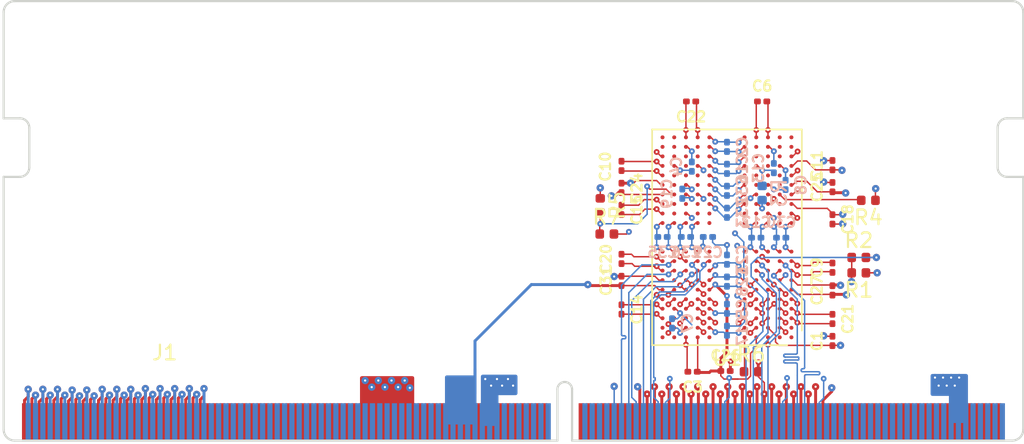
<source format=kicad_pcb>
(kicad_pcb (version 20171130) (host pcbnew 5.1.5+dfsg1-2~bpo10+1)
  (layers (0 F.Cu signal) (1 In1.Cu power hide) (2 In2.Cu power) (3 In3.Cu signal hide) (4 In4.Cu signal hide) (31 B.Cu signal) (34 B.Paste user hide) (35 F.Paste user hide) (36 B.SilkS user hide) (37 F.SilkS user hide) (38 B.Mask user hide) (39 F.Mask user hide) (44 Edge.Cuts user))
  (net 0 "")
  (net 1 "Net-(J1-Pad242)")
  (net 2 "Net-(J1-Pad241)")
  (net 3 "Net-(J1-Pad240)")
  (net 4 "Net-(J1-Pad237)")
  (net 5 "Net-(J1-Pad236)")
  (net 6 "Net-(J1-Pad233)")
  (net 7 "Net-(J1-Pad232)")
  (net 8 "Net-(J1-Pad229)")
  (net 9 "Net-(J1-Pad228)")
  (net 10 "Net-(J1-Pad225)")
  (net 11 "Net-(J1-Pad224)")
  (net 12 "Net-(J1-Pad221)")
  (net 13 "Net-(J1-Pad220)")
  (net 14 "Net-(J1-Pad219)")
  (net 15 "Net-(J1-Pad216)")
  (net 16 "Net-(J1-Pad215)")
  (net 17 "Net-(J1-Pad212)")
  (net 18 "Net-(J1-Pad208)")
  (net 19 "Net-(J1-Pad198)")
  (net 20 "Net-(J1-Pad186)")
  (net 21 "Net-(J1-Pad182)")
  (net 22 "Net-(J1-Pad178)")
  (net 23 "Net-(J1-Pad174)")
  (net 24 "Net-(J1-Pad170)")
  (net 25 "Net-(J1-Pad152)")
  (net 26 "Net-(J1-Pad127)")
  (net 27 "Net-(J1-Pad125)")
  (net 28 "Net-(J1-Pad121)")
  (net 29 "Net-(J1-Pad104)")
  (net 30 "Net-(J1-Pad100)")
  (net 31 "Net-(J1-Pad96)")
  (net 32 "Net-(J1-Pad92)")
  (net 33 "Net-(J1-Pad91)")
  (net 34 "Net-(J1-Pad88)")
  (net 35 "Net-(J1-Pad87)")
  (net 36 "Net-(U1-PadAB12)")
  (net 37 "Net-(U1-PadAB11)")
  (net 38 GND)
  (net 39 "Net-(U1-PadAB2)")
  (net 40 "Net-(U1-PadAB1)")
  (net 41 "Net-(U1-PadAA12)")
  (net 42 "Net-(U1-PadAA1)")
  (net 43 "Net-(U1-PadR3)")
  (net 44 "Net-(U1-PadP5)")
  (net 45 "Net-(U1-PadN8)")
  (net 46 "Net-(U1-PadN5)")
  (net 47 "Net-(U1-PadK8)")
  (net 48 "Net-(U1-PadK5)")
  (net 49 "Net-(U1-PadJ5)")
  (net 50 "Net-(U1-PadH3)")
  (net 51 "Net-(U1-PadG11)")
  (net 52 "Net-(U1-PadB12)")
  (net 53 "Net-(U1-PadB1)")
  (net 54 "Net-(U1-PadA12)")
  (net 55 "Net-(U1-PadA11)")
  (net 56 "Net-(U1-PadA8)")
  (net 57 "Net-(U1-PadA2)")
  (net 58 "Net-(U1-PadA1)")
  (net 59 "Net-(J1-Pad129)")
  (net 60 "Net-(J1-Pad123)")
  (net 61 "Net-(J1-Pad119)")
  (net 62 "Net-(J1-Pad117)")
  (net 63 "Net-(J1-Pad115)")
  (net 64 "Net-(J1-Pad114)")
  (net 65 "Net-(J1-Pad113)")
  (net 66 "Net-(J1-Pad112)")
  (net 67 "Net-(J1-Pad111)")
  (net 68 "Net-(J1-Pad110)")
  (net 69 "Net-(J1-Pad109)")
  (net 70 "Net-(J1-Pad108)")
  (net 71 "Net-(J1-Pad106)")
  (net 72 "Net-(J1-Pad102)")
  (net 73 "Net-(J1-Pad98)")
  (net 74 "Net-(J1-Pad94)")
  (net 75 "Net-(J1-Pad90)")
  (net 76 "Net-(J1-Pad89)")
  (net 77 "Net-(J1-Pad86)")
  (net 78 "Net-(J1-Pad85)")
  (net 79 "Net-(J1-Pad84)")
  (net 80 "Net-(J1-Pad83)")
  (net 81 "Net-(J1-Pad82)")
  (net 82 "Net-(J1-Pad81)")
  (net 83 "Net-(J1-Pad80)")
  (net 84 "Net-(J1-Pad79)")
  (net 85 "Net-(J1-Pad78)")
  (net 86 "Net-(J1-Pad77)")
  (net 87 "Net-(J1-Pad76)")
  (net 88 "Net-(J1-Pad75)")
  (net 89 "Net-(J1-Pad74)")
  (net 90 "Net-(J1-Pad73)")
  (net 91 "Net-(J1-Pad72)")
  (net 92 "Net-(J1-Pad71)")
  (net 93 "Net-(J1-Pad70)")
  (net 94 "Net-(J1-Pad69)")
  (net 95 "Net-(J1-Pad68)")
  (net 96 "Net-(J1-Pad67)")
  (net 97 "Net-(J1-Pad66)")
  (net 98 "Net-(J1-Pad65)")
  (net 99 "Net-(J1-Pad64)")
  (net 100 "Net-(J1-Pad63)")
  (net 101 "Net-(J1-Pad62)")
  (net 102 "Net-(J1-Pad61)")
  (net 103 "Net-(J1-Pad60)")
  (net 104 "Net-(J1-Pad59)")
  (net 105 "Net-(J1-Pad58)")
  (net 106 "Net-(J1-Pad57)")
  (net 107 "Net-(J1-Pad56)")
  (net 108 "Net-(J1-Pad55)")
  (net 109 "Net-(J1-Pad54)")
  (net 110 "Net-(J1-Pad53)")
  (net 111 "Net-(J1-Pad52)")
  (net 112 "Net-(J1-Pad51)")
  (net 113 "Net-(U1-PadAA11)")
  (net 114 "Net-(U1-PadAA9)")
  (net 115 "Net-(U1-PadAA4)")
  (net 116 "Net-(U1-PadAA2)")
  (net 117 "Net-(U1-PadY11)")
  (net 118 "Net-(U1-PadY10)")
  (net 119 "Net-(U1-PadY9)")
  (net 120 "Net-(U1-PadY4)")
  (net 121 "Net-(U1-PadY3)")
  (net 122 "Net-(U1-PadY2)")
  (net 123 "Net-(U1-PadW10)")
  (net 124 "Net-(U1-PadW3)")
  (net 125 "Net-(U1-PadV11)")
  (net 126 "Net-(U1-PadV10)")
  (net 127 "Net-(U1-PadV9)")
  (net 128 "Net-(U1-PadV4)")
  (net 129 "Net-(U1-PadV3)")
  (net 130 "Net-(U1-PadV2)")
  (net 131 "Net-(U1-PadU11)")
  (net 132 "Net-(U1-PadU9)")
  (net 133 "Net-(U1-PadU4)")
  (net 134 "Net-(U1-PadU2)")
  (net 135 "Net-(U1-PadR11)")
  (net 136 "Net-(U1-PadR10)")
  (net 137 "Net-(U1-PadR9)")
  (net 138 "Net-(U1-PadR2)")
  (net 139 "Net-(U1-PadP11)")
  (net 140 "Net-(U1-PadP9)")
  (net 141 "Net-(U1-PadP8)")
  (net 142 "Net-(U1-PadP4)")
  (net 143 "Net-(U1-PadP2)")
  (net 144 "Net-(J1-Pad244)")
  (net 145 "Net-(J1-Pad243)")
  (net 146 "Net-(J1-Pad239)")
  (net 147 "Net-(J1-Pad238)")
  (net 148 "Net-(J1-Pad235)")
  (net 149 "Net-(J1-Pad234)")
  (net 150 "Net-(J1-Pad231)")
  (net 151 "Net-(J1-Pad230)")
  (net 152 "Net-(J1-Pad227)")
  (net 153 "Net-(J1-Pad226)")
  (net 154 "Net-(J1-Pad223)")
  (net 155 "Net-(J1-Pad222)")
  (net 156 "Net-(J1-Pad218)")
  (net 157 "Net-(J1-Pad217)")
  (net 158 "Net-(J1-Pad214)")
  (net 159 "Net-(J1-Pad213)")
  (net 160 "Net-(J1-Pad202)")
  (net 161 "Net-(J1-Pad188)")
  (net 162 "Net-(J1-Pad180)")
  (net 163 "Net-(J1-Pad176)")
  (net 164 "Net-(J1-Pad172)")
  (net 165 "Net-(J1-Pad159)")
  (net 166 "Net-(J1-Pad157)")
  (net 167 "Net-(J1-Pad155)")
  (net 168 "Net-(J1-Pad153)")
  (net 169 "Net-(J1-Pad151)")
  (net 170 "Net-(J1-Pad150)")
  (net 171 "Net-(J1-Pad149)")
  (net 172 "Net-(J1-Pad148)")
  (net 173 "Net-(J1-Pad147)")
  (net 174 "Net-(J1-Pad146)")
  (net 175 "Net-(J1-Pad145)")
  (net 176 "Net-(J1-Pad144)")
  (net 177 "Net-(J1-Pad143)")
  (net 178 "Net-(J1-Pad142)")
  (net 179 "Net-(J1-Pad141)")
  (net 180 "Net-(J1-Pad140)")
  (net 181 "Net-(J1-Pad139)")
  (net 182 "Net-(J1-Pad138)")
  (net 183 "Net-(J1-Pad137)")
  (net 184 "Net-(J1-Pad136)")
  (net 185 "Net-(J1-Pad135)")
  (net 186 "Net-(J1-Pad134)")
  (net 187 "Net-(J1-Pad133)")
  (net 188 "Net-(J1-Pad132)")
  (net 189 "Net-(J1-Pad131)")
  (net 190 VDD1)
  (net 191 VDD2)
  (net 192 VDDQ)
  (net 193 DQ00_A)
  (net 194 DQ01_A)
  (net 195 CA_1A)
  (net 196 DQ02_A)
  (net 197 CA_0A)
  (net 198 DQ03_A)
  (net 199 DQ_S0_TA)
  (net 200 DQ_S0_CA)
  (net 201 DQ07_A)
  (net 202 CKE0_A)
  (net 203 CS0_A)
  (net 204 DMI_0A)
  (net 205 DQ06_A)
  (net 206 DQ05_A)
  (net 207 DQ04_A)
  (net 208 DQ12_A)
  (net 209 DQ13_A)
  (net 210 DQ14_A)
  (net 211 DQ15_A)
  (net 212 DQ_S1_TA)
  (net 213 DQ_S1_CA)
  (net 214 DMI_1A)
  (net 215 DQ08_A)
  (net 216 DQ09_A)
  (net 217 CK_TA)
  (net 218 DQ10_A)
  (net 219 CK_CA)
  (net 220 DQ11_A)
  (net 221 CA2_A)
  (net 222 CA3_A)
  (net 223 CA4_A)
  (net 224 CA5_A)
  (net 225 "Net-(R1-Pad2)")
  (net 226 CS0_B)
  (net 227 "Net-(R4-Pad2)")
  (net 228 "Net-(J1-Pad260)")
  (net 229 "Net-(J1-Pad258)")
  (net 230 "Net-(J1-Pad256)")
  (net 231 "Net-(J1-Pad254)")
  (net 232 "Net-(J1-Pad252)")
  (net 233 OTD_CA_A)
  (net 234 RESET_N)
  (net 235 "Net-(R5-Pad2)")
  (net 236 "Net-(R6-Pad1)")
  (net 237 "Net-(J1-Pad259)")
  (net 238 "Net-(J1-Pad257)")
  (net 239 "Net-(J1-Pad255)")
  (net 240 "Net-(J1-Pad253)")
  (net 241 "Net-(J1-Pad251)")
  (net 242 "Net-(J1-Pad249)")
  (net 243 "Net-(J1-Pad247)")
  (net 244 "Net-(J1-Pad245)")
  (module antmicro-footprints:0402-res (layer F.Cu) (at 141.175 85.9)
    (fp_text reference R7 (at 0 -1.17) (layer F.SilkS))
    (fp_text value R_0R_0402)
    (pad 2 smd roundrect (at 0.485 0) (size 0.59 0.64) (layers F.Cu F.Paste F.Mask) (net 234 RESET_N))
    (pad 1 smd roundrect (at -0.485 0) (size 0.59 0.64) (layers F.Cu F.Paste F.Mask) (net 235 "Net-(R5-Pad2)"))
  )
  (module antmicro-footprints:0402-res (layer F.Cu) (at 151.025 95.3)
    (fp_text reference R6 (at 0 -1.17) (layer F.SilkS))
    (fp_text value R_240R_0402)
    (pad 2 smd roundrect (at 0.485 0) (size 0.59 0.64) (layers F.Cu F.Paste F.Mask) (net 38 GND))
    (pad 1 smd roundrect (at -0.485 0) (size 0.59 0.64) (layers F.Cu F.Paste F.Mask) (net 236 "Net-(R6-Pad1)"))
  )
  (module antmicro-footprints:0402-res (layer F.Cu) (at 140.725 83.95 270)
    (fp_text reference R5 (at 0 -1.17 90) (layer F.SilkS))
    (fp_text value R_10k_0402)
    (pad 2 smd roundrect (at 0.485 0 270) (size 0.59 0.64) (layers F.Cu F.Paste F.Mask) (net 235 "Net-(R5-Pad2)"))
    (pad 1 smd roundrect (at -0.485 0 270) (size 0.59 0.64) (layers F.Cu F.Paste F.Mask) (net 192 VDDQ))
  )
  (module antmicro-footprints:0402-res (layer F.Cu) (at 159.025 83.6 180)
    (fp_text reference R4 (at 0 -1.17) (layer F.SilkS))
    (fp_text value R_10k_0402)
    (pad 2 smd roundrect (at 0.485 0 180) (size 0.59 0.64) (layers F.Cu F.Paste F.Mask) (net 227 "Net-(R4-Pad2)"))
    (pad 1 smd roundrect (at -0.485 0 180) (size 0.59 0.64) (layers F.Cu F.Paste F.Mask) (net 192 VDDQ))
  )
  (module antmicro-footprints:0201-res (layer F.Cu) (at 156.575 93.2 90)
    (fp_text reference C1 (at 0 -1.05 90) (layer F.SilkS) (effects (font (size 0.7 0.7))))
    (fp_text value C_100n_0201)
    (pad 1 smd roundrect (at -0.32 0 90) (size 0.46 0.4) (layers F.Cu F.Mask) (net 192 VDDQ))
    (pad 2 smd roundrect (at 0.32 0 90) (size 0.46 0.4) (layers F.Cu F.Mask) (net 38 GND))
  )
  (module antmicro-footprints:0201-res (layer B.Cu) (at 146.575 86.1)
    (fp_text reference C36 (at 0 1.05) (layer B.SilkS) (effects (font (size 0.7 0.7)) (justify mirror)))
    (fp_text value C_100n_0201)
    (pad 1 smd roundrect (at -0.32 0) (size 0.46 0.4) (layers B.Cu B.Mask) (net 191 VDD2))
    (pad 2 smd roundrect (at 0.32 0) (size 0.46 0.4) (layers B.Cu B.Mask) (net 38 GND))
  )
  (module antmicro-footprints:0201-res (layer B.Cu) (at 144.975 86.1)
    (fp_text reference C35 (at 0 1.05) (layer B.SilkS) (effects (font (size 0.7 0.7)) (justify mirror)))
    (fp_text value C_100n_0201)
    (pad 1 smd roundrect (at -0.32 0) (size 0.46 0.4) (layers B.Cu B.Mask) (net 191 VDD2))
    (pad 2 smd roundrect (at 0.32 0) (size 0.46 0.4) (layers B.Cu B.Mask) (net 38 GND))
  )
  (module antmicro-footprints:0201-res (layer B.Cu) (at 149.375 84.45 90)
    (fp_text reference C33 (at 0 1.05 270) (layer B.SilkS) (effects (font (size 0.7 0.7)) (justify mirror)))
    (fp_text value C_100n_0201)
    (pad 1 smd roundrect (at -0.32 0 90) (size 0.46 0.4) (layers B.Cu B.Mask) (net 191 VDD2))
    (pad 2 smd roundrect (at 0.32 0 90) (size 0.46 0.4) (layers B.Cu B.Mask) (net 38 GND))
  )
  (module antmicro-footprints:0201-res (layer B.Cu) (at 149.375 82.95 90)
    (fp_text reference C32 (at 0 1.05 90) (layer B.SilkS) (effects (font (size 0.7 0.7)) (justify mirror)))
    (fp_text value C_100n_0201)
    (pad 1 smd roundrect (at -0.32 0 90) (size 0.46 0.4) (layers B.Cu B.Mask) (net 191 VDD2))
    (pad 2 smd roundrect (at 0.32 0 90) (size 0.46 0.4) (layers B.Cu B.Mask) (net 38 GND))
  )
  (module antmicro-footprints:0201-res (layer F.Cu) (at 142.175 89.1 90)
    (fp_text reference C31 (at 0 -1.05 90) (layer F.SilkS) (effects (font (size 0.7 0.7))))
    (fp_text value C_100n_0201)
    (pad 1 smd roundrect (at -0.32 0 90) (size 0.46 0.4) (layers F.Cu F.Mask) (net 190 VDD1))
    (pad 2 smd roundrect (at 0.32 0 90) (size 0.46 0.4) (layers F.Cu F.Mask) (net 38 GND))
  )
  (module antmicro-footprints:0201-res (layer B.Cu) (at 153.075 86.15 180)
    (fp_text reference C30 (at 0 1.05) (layer B.SilkS) (effects (font (size 0.7 0.7)) (justify mirror)))
    (fp_text value C_100n_0201)
    (pad 1 smd roundrect (at -0.32 0 180) (size 0.46 0.4) (layers B.Cu B.Mask) (net 191 VDD2))
    (pad 2 smd roundrect (at 0.32 0 180) (size 0.46 0.4) (layers B.Cu B.Mask) (net 38 GND))
  )
  (module antmicro-footprints:0201-res (layer B.Cu) (at 148.075 86.1)
    (fp_text reference C29 (at 0 1.05 180) (layer B.SilkS) (effects (font (size 0.7 0.7)) (justify mirror)))
    (fp_text value C_100n_0201)
    (pad 1 smd roundrect (at -0.32 0) (size 0.46 0.4) (layers B.Cu B.Mask) (net 190 VDD1))
    (pad 2 smd roundrect (at 0.32 0) (size 0.46 0.4) (layers B.Cu B.Mask) (net 38 GND))
  )
  (module antmicro-footprints:0201-res (layer B.Cu) (at 149.375 89.15 90)
    (fp_text reference C28 (at 0 1.05 90) (layer B.SilkS) (effects (font (size 0.7 0.7)) (justify mirror)))
    (fp_text value C_100n_0201)
    (pad 1 smd roundrect (at -0.32 0 90) (size 0.46 0.4) (layers B.Cu B.Mask) (net 191 VDD2))
    (pad 2 smd roundrect (at 0.32 0 90) (size 0.46 0.4) (layers B.Cu B.Mask) (net 38 GND))
  )
  (module antmicro-footprints:0201-res (layer F.Cu) (at 156.575 89.75 90)
    (fp_text reference C27 (at 0 -1.05 90) (layer F.SilkS) (effects (font (size 0.7 0.7))))
    (fp_text value C_100n_0201)
    (pad 1 smd roundrect (at -0.32 0 90) (size 0.46 0.4) (layers F.Cu F.Mask) (net 190 VDD1))
    (pad 2 smd roundrect (at 0.32 0 90) (size 0.46 0.4) (layers F.Cu F.Mask) (net 38 GND))
  )
  (module antmicro-footprints:0201-res (layer F.Cu) (at 149.275 95.25)
    (fp_text reference C26 (at 0 -1.05) (layer F.SilkS) (effects (font (size 0.7 0.7))))
    (fp_text value C_100n_0201)
    (pad 1 smd roundrect (at -0.32 0) (size 0.46 0.4) (layers F.Cu F.Mask) (net 191 VDD2))
    (pad 2 smd roundrect (at 0.32 0) (size 0.46 0.4) (layers F.Cu F.Mask) (net 38 GND))
  )
  (module antmicro-footprints:0201-res (layer F.Cu) (at 156.575 82.7 90)
    (fp_text reference C25 (at 0 -1.05 90) (layer F.SilkS) (effects (font (size 0.7 0.7))))
    (fp_text value C_100n_0201)
    (pad 1 smd roundrect (at -0.32 0 90) (size 0.46 0.4) (layers F.Cu F.Mask) (net 190 VDD1))
    (pad 2 smd roundrect (at 0.32 0 90) (size 0.46 0.4) (layers F.Cu F.Mask) (net 38 GND))
  )
  (module antmicro-footprints:0201-res (layer F.Cu) (at 142.175 82.75 270)
    (fp_text reference C24 (at 0 -1.05 90) (layer F.SilkS) (effects (font (size 0.7 0.7))))
    (fp_text value C_100n_0201)
    (pad 1 smd roundrect (at -0.32 0 270) (size 0.46 0.4) (layers F.Cu F.Mask) (net 190 VDD1))
    (pad 2 smd roundrect (at 0.32 0 270) (size 0.46 0.4) (layers F.Cu F.Mask) (net 38 GND))
  )
  (module antmicro-footprints:0201-res (layer B.Cu) (at 149.375 87.65 90)
    (fp_text reference C23 (at 0 1.05 90) (layer B.SilkS) (effects (font (size 0.7 0.7)) (justify mirror)))
    (fp_text value C_100n_0201)
    (pad 1 smd roundrect (at -0.32 0 90) (size 0.46 0.4) (layers B.Cu B.Mask) (net 191 VDD2))
    (pad 2 smd roundrect (at 0.32 0 90) (size 0.46 0.4) (layers B.Cu B.Mask) (net 38 GND))
  )
  (module lpddr4-testbed-footprints:BGA-200_10.0x14.5mm_Layout12x22_P0.80x0.65mm (layer F.Cu) (at 149.375 86.125 180)
    (fp_text reference U1 (at 0 -8.25) (layer F.SilkS))
    (fp_text value MT53E256M16D1)
    (pad AB12 smd circle (at 4.4 6.825 180) (size 0.27 0.27) (layers F.Cu F.Paste F.Mask) (net 36 "Net-(U1-PadAB12)"))
    (pad AB11 smd circle (at 3.6 6.825 180) (size 0.27 0.27) (layers F.Cu F.Paste F.Mask) (net 37 "Net-(U1-PadAB11)"))
    (pad AB10 smd circle (at 2.8 6.825 180) (size 0.27 0.27) (layers F.Cu F.Paste F.Mask) (net 38 GND))
    (pad AB9 smd circle (at 2 6.825 180) (size 0.27 0.27) (layers F.Cu F.Paste F.Mask) (net 191 VDD2))
    (pad AB8 smd circle (at 1.2 6.825 180) (size 0.27 0.27) (layers F.Cu F.Paste F.Mask) (net 38 GND))
    (pad AB5 smd circle (at -1.2 6.825 180) (size 0.27 0.27) (layers F.Cu F.Paste F.Mask) (net 38 GND))
    (pad AB4 smd circle (at -2 6.825 180) (size 0.27 0.27) (layers F.Cu F.Paste F.Mask) (net 191 VDD2))
    (pad AB3 smd circle (at -2.8 6.825 180) (size 0.27 0.27) (layers F.Cu F.Paste F.Mask) (net 38 GND))
    (pad AB2 smd circle (at -3.6 6.825 180) (size 0.27 0.27) (layers F.Cu F.Paste F.Mask) (net 39 "Net-(U1-PadAB2)"))
    (pad AB1 smd circle (at -4.4 6.825 180) (size 0.27 0.27) (layers F.Cu F.Paste F.Mask) (net 40 "Net-(U1-PadAB1)"))
    (pad AA12 smd circle (at 4.4 6.175 180) (size 0.27 0.27) (layers F.Cu F.Paste F.Mask) (net 41 "Net-(U1-PadAA12)"))
    (pad AA11 smd circle (at 3.6 6.175 180) (size 0.27 0.27) (layers F.Cu F.Paste F.Mask) (net 113 "Net-(U1-PadAA11)"))
    (pad AA10 smd circle (at 2.8 6.175 180) (size 0.27 0.27) (layers F.Cu F.Paste F.Mask) (net 192 VDDQ))
    (pad AA9 smd circle (at 2 6.175 180) (size 0.27 0.27) (layers F.Cu F.Paste F.Mask) (net 114 "Net-(U1-PadAA9)"))
    (pad AA8 smd circle (at 1.2 6.175 180) (size 0.27 0.27) (layers F.Cu F.Paste F.Mask) (net 192 VDDQ))
    (pad AA5 smd circle (at -1.2 6.175 180) (size 0.27 0.27) (layers F.Cu F.Paste F.Mask) (net 192 VDDQ))
    (pad AA4 smd circle (at -2 6.175 180) (size 0.27 0.27) (layers F.Cu F.Paste F.Mask) (net 115 "Net-(U1-PadAA4)"))
    (pad AA3 smd circle (at -2.8 6.175 180) (size 0.27 0.27) (layers F.Cu F.Paste F.Mask) (net 192 VDDQ))
    (pad AA2 smd circle (at -3.6 6.175 180) (size 0.27 0.27) (layers F.Cu F.Paste F.Mask) (net 116 "Net-(U1-PadAA2)"))
    (pad AA1 smd circle (at -4.4 6.175 180) (size 0.27 0.27) (layers F.Cu F.Paste F.Mask) (net 42 "Net-(U1-PadAA1)"))
    (pad Y12 smd circle (at 4.4 5.525 180) (size 0.27 0.27) (layers F.Cu F.Paste F.Mask) (net 38 GND))
    (pad Y11 smd circle (at 3.6 5.525 180) (size 0.27 0.27) (layers F.Cu F.Paste F.Mask) (net 117 "Net-(U1-PadY11)"))
    (pad Y10 smd circle (at 2.8 5.525 180) (size 0.27 0.27) (layers F.Cu F.Paste F.Mask) (net 118 "Net-(U1-PadY10)"))
    (pad Y9 smd circle (at 2 5.525 180) (size 0.27 0.27) (layers F.Cu F.Paste F.Mask) (net 119 "Net-(U1-PadY9)"))
    (pad Y8 smd circle (at 1.2 5.525 180) (size 0.27 0.27) (layers F.Cu F.Paste F.Mask) (net 38 GND))
    (pad Y5 smd circle (at -1.2 5.525 180) (size 0.27 0.27) (layers F.Cu F.Paste F.Mask) (net 38 GND))
    (pad Y4 smd circle (at -2 5.525 180) (size 0.27 0.27) (layers F.Cu F.Paste F.Mask) (net 120 "Net-(U1-PadY4)"))
    (pad Y3 smd circle (at -2.8 5.525 180) (size 0.27 0.27) (layers F.Cu F.Paste F.Mask) (net 121 "Net-(U1-PadY3)"))
    (pad Y2 smd circle (at -3.6 5.525 180) (size 0.27 0.27) (layers F.Cu F.Paste F.Mask) (net 122 "Net-(U1-PadY2)"))
    (pad Y1 smd circle (at -4.4 5.525 180) (size 0.27 0.27) (layers F.Cu F.Paste F.Mask) (net 38 GND))
    (pad W12 smd circle (at 4.4 4.875 180) (size 0.27 0.27) (layers F.Cu F.Paste F.Mask) (net 192 VDDQ))
    (pad W11 smd circle (at 3.6 4.875 180) (size 0.27 0.27) (layers F.Cu F.Paste F.Mask) (net 38 GND))
    (pad W10 smd circle (at 2.8 4.875 180) (size 0.27 0.27) (layers F.Cu F.Paste F.Mask) (net 123 "Net-(U1-PadW10)"))
    (pad W9 smd circle (at 2 4.875 180) (size 0.27 0.27) (layers F.Cu F.Paste F.Mask) (net 38 GND))
    (pad W8 smd circle (at 1.2 4.875 180) (size 0.27 0.27) (layers F.Cu F.Paste F.Mask) (net 192 VDDQ))
    (pad W5 smd circle (at -1.2 4.875 180) (size 0.27 0.27) (layers F.Cu F.Paste F.Mask) (net 192 VDDQ))
    (pad W4 smd circle (at -2 4.875 180) (size 0.27 0.27) (layers F.Cu F.Paste F.Mask) (net 38 GND))
    (pad W3 smd circle (at -2.8 4.875 180) (size 0.27 0.27) (layers F.Cu F.Paste F.Mask) (net 124 "Net-(U1-PadW3)"))
    (pad W2 smd circle (at -3.6 4.875 180) (size 0.27 0.27) (layers F.Cu F.Paste F.Mask) (net 38 GND))
    (pad W1 smd circle (at -4.4 4.875 180) (size 0.27 0.27) (layers F.Cu F.Paste F.Mask) (net 192 VDDQ))
    (pad V12 smd circle (at 4.4 4.225 180) (size 0.27 0.27) (layers F.Cu F.Paste F.Mask) (net 38 GND))
    (pad V11 smd circle (at 3.6 4.225 180) (size 0.27 0.27) (layers F.Cu F.Paste F.Mask) (net 125 "Net-(U1-PadV11)"))
    (pad V10 smd circle (at 2.8 4.225 180) (size 0.27 0.27) (layers F.Cu F.Paste F.Mask) (net 126 "Net-(U1-PadV10)"))
    (pad V9 smd circle (at 2 4.225 180) (size 0.27 0.27) (layers F.Cu F.Paste F.Mask) (net 127 "Net-(U1-PadV9)"))
    (pad V8 smd circle (at 1.2 4.225 180) (size 0.27 0.27) (layers F.Cu F.Paste F.Mask) (net 38 GND))
    (pad V5 smd circle (at -1.2 4.225 180) (size 0.27 0.27) (layers F.Cu F.Paste F.Mask) (net 38 GND))
    (pad V4 smd circle (at -2 4.225 180) (size 0.27 0.27) (layers F.Cu F.Paste F.Mask) (net 128 "Net-(U1-PadV4)"))
    (pad V3 smd circle (at -2.8 4.225 180) (size 0.27 0.27) (layers F.Cu F.Paste F.Mask) (net 129 "Net-(U1-PadV3)"))
    (pad V2 smd circle (at -3.6 4.225 180) (size 0.27 0.27) (layers F.Cu F.Paste F.Mask) (net 130 "Net-(U1-PadV2)"))
    (pad V1 smd circle (at -4.4 4.225 180) (size 0.27 0.27) (layers F.Cu F.Paste F.Mask) (net 38 GND))
    (pad U12 smd circle (at 4.4 3.575 180) (size 0.27 0.27) (layers F.Cu F.Paste F.Mask) (net 190 VDD1))
    (pad U11 smd circle (at 3.6 3.575 180) (size 0.27 0.27) (layers F.Cu F.Paste F.Mask) (net 131 "Net-(U1-PadU11)"))
    (pad U10 smd circle (at 2.8 3.575 180) (size 0.27 0.27) (layers F.Cu F.Paste F.Mask) (net 192 VDDQ))
    (pad U9 smd circle (at 2 3.575 180) (size 0.27 0.27) (layers F.Cu F.Paste F.Mask) (net 132 "Net-(U1-PadU9)"))
    (pad U8 smd circle (at 1.2 3.575 180) (size 0.27 0.27) (layers F.Cu F.Paste F.Mask) (net 191 VDD2))
    (pad U5 smd circle (at -1.2 3.575 180) (size 0.27 0.27) (layers F.Cu F.Paste F.Mask) (net 191 VDD2))
    (pad U4 smd circle (at -2 3.575 180) (size 0.27 0.27) (layers F.Cu F.Paste F.Mask) (net 133 "Net-(U1-PadU4)"))
    (pad U3 smd circle (at -2.8 3.575 180) (size 0.27 0.27) (layers F.Cu F.Paste F.Mask) (net 192 VDDQ))
    (pad U2 smd circle (at -3.6 3.575 180) (size 0.27 0.27) (layers F.Cu F.Paste F.Mask) (net 134 "Net-(U1-PadU2)"))
    (pad U1 smd circle (at -4.4 3.575 180) (size 0.27 0.27) (layers F.Cu F.Paste F.Mask) (net 190 VDD1))
    (pad T12 smd circle (at 4.4 2.925 180) (size 0.27 0.27) (layers F.Cu F.Paste F.Mask) (net 38 GND))
    (pad T11 smd circle (at 3.6 2.925 180) (size 0.27 0.27) (layers F.Cu F.Paste F.Mask) (net 235 "Net-(R5-Pad2)"))
    (pad T10 smd circle (at 2.8 2.925 180) (size 0.27 0.27) (layers F.Cu F.Paste F.Mask) (net 38 GND))
    (pad T9 smd circle (at 2 2.925 180) (size 0.27 0.27) (layers F.Cu F.Paste F.Mask) (net 190 VDD1))
    (pad T8 smd circle (at 1.2 2.925 180) (size 0.27 0.27) (layers F.Cu F.Paste F.Mask) (net 38 GND))
    (pad T5 smd circle (at -1.2 2.925 180) (size 0.27 0.27) (layers F.Cu F.Paste F.Mask) (net 38 GND))
    (pad T4 smd circle (at -2 2.925 180) (size 0.27 0.27) (layers F.Cu F.Paste F.Mask) (net 190 VDD1))
    (pad T3 smd circle (at -2.8 2.925 180) (size 0.27 0.27) (layers F.Cu F.Paste F.Mask) (net 38 GND))
    (pad T2 smd circle (at -3.6 2.925 180) (size 0.27 0.27) (layers F.Cu F.Paste F.Mask) (net 227 "Net-(R4-Pad2)"))
    (pad T1 smd circle (at -4.4 2.925 180) (size 0.27 0.27) (layers F.Cu F.Paste F.Mask) (net 38 GND))
    (pad R12 smd circle (at 4.4 2.275 180) (size 0.27 0.27) (layers F.Cu F.Paste F.Mask) (net 191 VDD2))
    (pad R11 smd circle (at 3.6 2.275 180) (size 0.27 0.27) (layers F.Cu F.Paste F.Mask) (net 135 "Net-(U1-PadR11)"))
    (pad R10 smd circle (at 2.8 2.275 180) (size 0.27 0.27) (layers F.Cu F.Paste F.Mask) (net 136 "Net-(U1-PadR10)"))
    (pad R9 smd circle (at 2 2.275 180) (size 0.27 0.27) (layers F.Cu F.Paste F.Mask) (net 137 "Net-(U1-PadR9)"))
    (pad R8 smd circle (at 1.2 2.275 180) (size 0.27 0.27) (layers F.Cu F.Paste F.Mask) (net 191 VDD2))
    (pad R5 smd circle (at -1.2 2.275 180) (size 0.27 0.27) (layers F.Cu F.Paste F.Mask) (net 191 VDD2))
    (pad R4 smd circle (at -2 2.275 180) (size 0.27 0.27) (layers F.Cu F.Paste F.Mask) (net 226 CS0_B))
    (pad R3 smd circle (at -2.8 2.275 180) (size 0.27 0.27) (layers F.Cu F.Paste F.Mask) (net 43 "Net-(U1-PadR3)"))
    (pad R2 smd circle (at -3.6 2.275 180) (size 0.27 0.27) (layers F.Cu F.Paste F.Mask) (net 138 "Net-(U1-PadR2)"))
    (pad R1 smd circle (at -4.4 2.275 180) (size 0.27 0.27) (layers F.Cu F.Paste F.Mask) (net 191 VDD2))
    (pad P12 smd circle (at 4.4 1.625 180) (size 0.27 0.27) (layers F.Cu F.Paste F.Mask) (net 38 GND))
    (pad P11 smd circle (at 3.6 1.625 180) (size 0.27 0.27) (layers F.Cu F.Paste F.Mask) (net 139 "Net-(U1-PadP11)"))
    (pad P10 smd circle (at 2.8 1.625 180) (size 0.27 0.27) (layers F.Cu F.Paste F.Mask) (net 38 GND))
    (pad P9 smd circle (at 2 1.625 180) (size 0.27 0.27) (layers F.Cu F.Paste F.Mask) (net 140 "Net-(U1-PadP9)"))
    (pad P8 smd circle (at 1.2 1.625 180) (size 0.27 0.27) (layers F.Cu F.Paste F.Mask) (net 141 "Net-(U1-PadP8)"))
    (pad P5 smd circle (at -1.2 1.625 180) (size 0.27 0.27) (layers F.Cu F.Paste F.Mask) (net 44 "Net-(U1-PadP5)"))
    (pad P4 smd circle (at -2 1.625 180) (size 0.27 0.27) (layers F.Cu F.Paste F.Mask) (net 142 "Net-(U1-PadP4)"))
    (pad P3 smd circle (at -2.8 1.625 180) (size 0.27 0.27) (layers F.Cu F.Paste F.Mask) (net 38 GND))
    (pad P2 smd circle (at -3.6 1.625 180) (size 0.27 0.27) (layers F.Cu F.Paste F.Mask) (net 143 "Net-(U1-PadP2)"))
    (pad P1 smd circle (at -4.4 1.625 180) (size 0.27 0.27) (layers F.Cu F.Paste F.Mask) (net 38 GND))
    (pad N12 smd circle (at 4.4 0.975 180) (size 0.27 0.27) (layers F.Cu F.Paste F.Mask) (net 191 VDD2))
    (pad N11 smd circle (at 3.6 0.975 180) (size 0.27 0.27) (layers F.Cu F.Paste F.Mask) (net 38 GND))
    (pad N10 smd circle (at 2.8 0.975 180) (size 0.27 0.27) (layers F.Cu F.Paste F.Mask) (net 191 VDD2))
    (pad N9 smd circle (at 2 0.975 180) (size 0.27 0.27) (layers F.Cu F.Paste F.Mask) (net 38 GND))
    (pad N8 smd circle (at 1.2 0.975 180) (size 0.27 0.27) (layers F.Cu F.Paste F.Mask) (net 45 "Net-(U1-PadN8)"))
    (pad N5 smd circle (at -1.2 0.975 180) (size 0.27 0.27) (layers F.Cu F.Paste F.Mask) (net 46 "Net-(U1-PadN5)"))
    (pad N4 smd circle (at -2 0.975 180) (size 0.27 0.27) (layers F.Cu F.Paste F.Mask) (net 38 GND))
    (pad N3 smd circle (at -2.8 0.975 180) (size 0.27 0.27) (layers F.Cu F.Paste F.Mask) (net 191 VDD2))
    (pad N2 smd circle (at -3.6 0.975 180) (size 0.27 0.27) (layers F.Cu F.Paste F.Mask) (net 38 GND))
    (pad N1 smd circle (at -4.4 0.975 180) (size 0.27 0.27) (layers F.Cu F.Paste F.Mask) (net 191 VDD2))
    (pad K12 smd circle (at 4.4 -0.975 180) (size 0.27 0.27) (layers F.Cu F.Paste F.Mask) (net 191 VDD2))
    (pad K11 smd circle (at 3.6 -0.975 180) (size 0.27 0.27) (layers F.Cu F.Paste F.Mask) (net 38 GND))
    (pad K10 smd circle (at 2.8 -0.975 180) (size 0.27 0.27) (layers F.Cu F.Paste F.Mask) (net 191 VDD2))
    (pad K9 smd circle (at 2 -0.975 180) (size 0.27 0.27) (layers F.Cu F.Paste F.Mask) (net 38 GND))
    (pad K8 smd circle (at 1.2 -0.975 180) (size 0.27 0.27) (layers F.Cu F.Paste F.Mask) (net 47 "Net-(U1-PadK8)"))
    (pad K5 smd circle (at -1.2 -0.975 180) (size 0.27 0.27) (layers F.Cu F.Paste F.Mask) (net 48 "Net-(U1-PadK5)"))
    (pad K4 smd circle (at -2 -0.975 180) (size 0.27 0.27) (layers F.Cu F.Paste F.Mask) (net 38 GND))
    (pad K3 smd circle (at -2.8 -0.975 180) (size 0.27 0.27) (layers F.Cu F.Paste F.Mask) (net 191 VDD2))
    (pad K2 smd circle (at -3.6 -0.975 180) (size 0.27 0.27) (layers F.Cu F.Paste F.Mask) (net 38 GND))
    (pad K1 smd circle (at -4.4 -0.975 180) (size 0.27 0.27) (layers F.Cu F.Paste F.Mask) (net 191 VDD2))
    (pad J12 smd circle (at 4.4 -1.625 180) (size 0.27 0.27) (layers F.Cu F.Paste F.Mask) (net 38 GND))
    (pad J11 smd circle (at 3.6 -1.625 180) (size 0.27 0.27) (layers F.Cu F.Paste F.Mask) (net 224 CA5_A))
    (pad J10 smd circle (at 2.8 -1.625 180) (size 0.27 0.27) (layers F.Cu F.Paste F.Mask) (net 38 GND))
    (pad J9 smd circle (at 2 -1.625 180) (size 0.27 0.27) (layers F.Cu F.Paste F.Mask) (net 219 CK_CA))
    (pad J8 smd circle (at 1.2 -1.625 180) (size 0.27 0.27) (layers F.Cu F.Paste F.Mask) (net 217 CK_TA))
    (pad J5 smd circle (at -1.2 -1.625 180) (size 0.27 0.27) (layers F.Cu F.Paste F.Mask) (net 49 "Net-(U1-PadJ5)"))
    (pad J4 smd circle (at -2 -1.625 180) (size 0.27 0.27) (layers F.Cu F.Paste F.Mask) (net 202 CKE0_A))
    (pad J3 smd circle (at -2.8 -1.625 180) (size 0.27 0.27) (layers F.Cu F.Paste F.Mask) (net 38 GND))
    (pad J2 smd circle (at -3.6 -1.625 180) (size 0.27 0.27) (layers F.Cu F.Paste F.Mask) (net 195 CA_1A))
    (pad J1 smd circle (at -4.4 -1.625 180) (size 0.27 0.27) (layers F.Cu F.Paste F.Mask) (net 38 GND))
    (pad H12 smd circle (at 4.4 -2.275 180) (size 0.27 0.27) (layers F.Cu F.Paste F.Mask) (net 191 VDD2))
    (pad H11 smd circle (at 3.6 -2.275 180) (size 0.27 0.27) (layers F.Cu F.Paste F.Mask) (net 223 CA4_A))
    (pad H10 smd circle (at 2.8 -2.275 180) (size 0.27 0.27) (layers F.Cu F.Paste F.Mask) (net 222 CA3_A))
    (pad H9 smd circle (at 2 -2.275 180) (size 0.27 0.27) (layers F.Cu F.Paste F.Mask) (net 221 CA2_A))
    (pad H8 smd circle (at 1.2 -2.275 180) (size 0.27 0.27) (layers F.Cu F.Paste F.Mask) (net 191 VDD2))
    (pad H5 smd circle (at -1.2 -2.275 180) (size 0.27 0.27) (layers F.Cu F.Paste F.Mask) (net 191 VDD2))
    (pad H4 smd circle (at -2 -2.275 180) (size 0.27 0.27) (layers F.Cu F.Paste F.Mask) (net 203 CS0_A))
    (pad H3 smd circle (at -2.8 -2.275 180) (size 0.27 0.27) (layers F.Cu F.Paste F.Mask) (net 50 "Net-(U1-PadH3)"))
    (pad H2 smd circle (at -3.6 -2.275 180) (size 0.27 0.27) (layers F.Cu F.Paste F.Mask) (net 197 CA_0A))
    (pad H1 smd circle (at -4.4 -2.275 180) (size 0.27 0.27) (layers F.Cu F.Paste F.Mask) (net 191 VDD2))
    (pad G12 smd circle (at 4.4 -2.925 180) (size 0.27 0.27) (layers F.Cu F.Paste F.Mask) (net 38 GND))
    (pad G11 smd circle (at 3.6 -2.925 180) (size 0.27 0.27) (layers F.Cu F.Paste F.Mask) (net 51 "Net-(U1-PadG11)"))
    (pad G10 smd circle (at 2.8 -2.925 180) (size 0.27 0.27) (layers F.Cu F.Paste F.Mask) (net 38 GND))
    (pad G9 smd circle (at 2 -2.925 180) (size 0.27 0.27) (layers F.Cu F.Paste F.Mask) (net 190 VDD1))
    (pad G8 smd circle (at 1.2 -2.925 180) (size 0.27 0.27) (layers F.Cu F.Paste F.Mask) (net 38 GND))
    (pad G5 smd circle (at -1.2 -2.925 180) (size 0.27 0.27) (layers F.Cu F.Paste F.Mask) (net 38 GND))
    (pad G4 smd circle (at -2 -2.925 180) (size 0.27 0.27) (layers F.Cu F.Paste F.Mask) (net 190 VDD1))
    (pad G3 smd circle (at -2.8 -2.925 180) (size 0.27 0.27) (layers F.Cu F.Paste F.Mask) (net 38 GND))
    (pad G2 smd circle (at -3.6 -2.925 180) (size 0.27 0.27) (layers F.Cu F.Paste F.Mask) (net 225 "Net-(R1-Pad2)"))
    (pad G1 smd circle (at -4.4 -2.925 180) (size 0.27 0.27) (layers F.Cu F.Paste F.Mask) (net 38 GND))
    (pad F12 smd circle (at 4.4 -3.575 180) (size 0.27 0.27) (layers F.Cu F.Paste F.Mask) (net 190 VDD1))
    (pad F11 smd circle (at 3.6 -3.575 180) (size 0.27 0.27) (layers F.Cu F.Paste F.Mask) (net 220 DQ11_A))
    (pad F10 smd circle (at 2.8 -3.575 180) (size 0.27 0.27) (layers F.Cu F.Paste F.Mask) (net 192 VDDQ))
    (pad F9 smd circle (at 2 -3.575 180) (size 0.27 0.27) (layers F.Cu F.Paste F.Mask) (net 208 DQ12_A))
    (pad F8 smd circle (at 1.2 -3.575 180) (size 0.27 0.27) (layers F.Cu F.Paste F.Mask) (net 191 VDD2))
    (pad F5 smd circle (at -1.2 -3.575 180) (size 0.27 0.27) (layers F.Cu F.Paste F.Mask) (net 191 VDD2))
    (pad F4 smd circle (at -2 -3.575 180) (size 0.27 0.27) (layers F.Cu F.Paste F.Mask) (net 207 DQ04_A))
    (pad F3 smd circle (at -2.8 -3.575 180) (size 0.27 0.27) (layers F.Cu F.Paste F.Mask) (net 192 VDDQ))
    (pad F2 smd circle (at -3.6 -3.575 180) (size 0.27 0.27) (layers F.Cu F.Paste F.Mask) (net 198 DQ03_A))
    (pad F1 smd circle (at -4.4 -3.575 180) (size 0.27 0.27) (layers F.Cu F.Paste F.Mask) (net 190 VDD1))
    (pad E12 smd circle (at 4.4 -4.225 180) (size 0.27 0.27) (layers F.Cu F.Paste F.Mask) (net 38 GND))
    (pad E11 smd circle (at 3.6 -4.225 180) (size 0.27 0.27) (layers F.Cu F.Paste F.Mask) (net 218 DQ10_A))
    (pad E10 smd circle (at 2.8 -4.225 180) (size 0.27 0.27) (layers F.Cu F.Paste F.Mask) (net 213 DQ_S1_CA))
    (pad E9 smd circle (at 2 -4.225 180) (size 0.27 0.27) (layers F.Cu F.Paste F.Mask) (net 209 DQ13_A))
    (pad E8 smd circle (at 1.2 -4.225 180) (size 0.27 0.27) (layers F.Cu F.Paste F.Mask) (net 38 GND))
    (pad E5 smd circle (at -1.2 -4.225 180) (size 0.27 0.27) (layers F.Cu F.Paste F.Mask) (net 38 GND))
    (pad E4 smd circle (at -2 -4.225 180) (size 0.27 0.27) (layers F.Cu F.Paste F.Mask) (net 206 DQ05_A))
    (pad E3 smd circle (at -2.8 -4.225 180) (size 0.27 0.27) (layers F.Cu F.Paste F.Mask) (net 200 DQ_S0_CA))
    (pad E2 smd circle (at -3.6 -4.225 180) (size 0.27 0.27) (layers F.Cu F.Paste F.Mask) (net 196 DQ02_A))
    (pad E1 smd circle (at -4.4 -4.225 180) (size 0.27 0.27) (layers F.Cu F.Paste F.Mask) (net 38 GND))
    (pad D12 smd circle (at 4.4 -4.875 180) (size 0.27 0.27) (layers F.Cu F.Paste F.Mask) (net 192 VDDQ))
    (pad D11 smd circle (at 3.6 -4.875 180) (size 0.27 0.27) (layers F.Cu F.Paste F.Mask) (net 38 GND))
    (pad D10 smd circle (at 2.8 -4.875 180) (size 0.27 0.27) (layers F.Cu F.Paste F.Mask) (net 212 DQ_S1_TA))
    (pad D9 smd circle (at 2 -4.875 180) (size 0.27 0.27) (layers F.Cu F.Paste F.Mask) (net 38 GND))
    (pad D8 smd circle (at 1.2 -4.875 180) (size 0.27 0.27) (layers F.Cu F.Paste F.Mask) (net 192 VDDQ))
    (pad D5 smd circle (at -1.2 -4.875 180) (size 0.27 0.27) (layers F.Cu F.Paste F.Mask) (net 192 VDDQ))
    (pad D4 smd circle (at -2 -4.875 180) (size 0.27 0.27) (layers F.Cu F.Paste F.Mask) (net 38 GND))
    (pad D3 smd circle (at -2.8 -4.875 180) (size 0.27 0.27) (layers F.Cu F.Paste F.Mask) (net 199 DQ_S0_TA))
    (pad D2 smd circle (at -3.6 -4.875 180) (size 0.27 0.27) (layers F.Cu F.Paste F.Mask) (net 38 GND))
    (pad D1 smd circle (at -4.4 -4.875 180) (size 0.27 0.27) (layers F.Cu F.Paste F.Mask) (net 192 VDDQ))
    (pad C12 smd circle (at 4.4 -5.525 180) (size 0.27 0.27) (layers F.Cu F.Paste F.Mask) (net 38 GND))
    (pad C11 smd circle (at 3.6 -5.525 180) (size 0.27 0.27) (layers F.Cu F.Paste F.Mask) (net 216 DQ09_A))
    (pad C10 smd circle (at 2.8 -5.525 180) (size 0.27 0.27) (layers F.Cu F.Paste F.Mask) (net 214 DMI_1A))
    (pad C9 smd circle (at 2 -5.525 180) (size 0.27 0.27) (layers F.Cu F.Paste F.Mask) (net 210 DQ14_A))
    (pad C8 smd circle (at 1.2 -5.525 180) (size 0.27 0.27) (layers F.Cu F.Paste F.Mask) (net 38 GND))
    (pad C5 smd circle (at -1.2 -5.525 180) (size 0.27 0.27) (layers F.Cu F.Paste F.Mask) (net 38 GND))
    (pad C4 smd circle (at -2 -5.525 180) (size 0.27 0.27) (layers F.Cu F.Paste F.Mask) (net 205 DQ06_A))
    (pad C3 smd circle (at -2.8 -5.525 180) (size 0.27 0.27) (layers F.Cu F.Paste F.Mask) (net 204 DMI_0A))
    (pad C2 smd circle (at -3.6 -5.525 180) (size 0.27 0.27) (layers F.Cu F.Paste F.Mask) (net 194 DQ01_A))
    (pad C1 smd circle (at -4.4 -5.525 180) (size 0.27 0.27) (layers F.Cu F.Paste F.Mask) (net 38 GND))
    (pad B12 smd circle (at 4.4 -6.175 180) (size 0.27 0.27) (layers F.Cu F.Paste F.Mask) (net 52 "Net-(U1-PadB12)"))
    (pad B11 smd circle (at 3.6 -6.175 180) (size 0.27 0.27) (layers F.Cu F.Paste F.Mask) (net 215 DQ08_A))
    (pad B10 smd circle (at 2.8 -6.175 180) (size 0.27 0.27) (layers F.Cu F.Paste F.Mask) (net 192 VDDQ))
    (pad B9 smd circle (at 2 -6.175 180) (size 0.27 0.27) (layers F.Cu F.Paste F.Mask) (net 211 DQ15_A))
    (pad B8 smd circle (at 1.2 -6.175 180) (size 0.27 0.27) (layers F.Cu F.Paste F.Mask) (net 192 VDDQ))
    (pad B5 smd circle (at -1.2 -6.175 180) (size 0.27 0.27) (layers F.Cu F.Paste F.Mask) (net 192 VDDQ))
    (pad B4 smd circle (at -2 -6.175 180) (size 0.27 0.27) (layers F.Cu F.Paste F.Mask) (net 201 DQ07_A))
    (pad B3 smd circle (at -2.8 -6.175 180) (size 0.27 0.27) (layers F.Cu F.Paste F.Mask) (net 192 VDDQ))
    (pad B2 smd circle (at -3.6 -6.175 180) (size 0.27 0.27) (layers F.Cu F.Paste F.Mask) (net 193 DQ00_A))
    (pad B1 smd circle (at -4.4 -6.175 180) (size 0.27 0.27) (layers F.Cu F.Paste F.Mask) (net 53 "Net-(U1-PadB1)"))
    (pad A12 smd circle (at 4.4 -6.825 180) (size 0.27 0.27) (layers F.Cu F.Paste F.Mask) (net 54 "Net-(U1-PadA12)"))
    (pad A11 smd circle (at 3.6 -6.825 180) (size 0.27 0.27) (layers F.Cu F.Paste F.Mask) (net 55 "Net-(U1-PadA11)"))
    (pad A10 smd circle (at 2.8 -6.825 180) (size 0.27 0.27) (layers F.Cu F.Paste F.Mask) (net 38 GND))
    (pad A9 smd circle (at 2 -6.825 180) (size 0.27 0.27) (layers F.Cu F.Paste F.Mask) (net 191 VDD2))
    (pad A8 smd circle (at 1.2 -6.825 180) (size 0.27 0.27) (layers F.Cu F.Paste F.Mask) (net 56 "Net-(U1-PadA8)"))
    (pad A5 smd circle (at -1.2 -6.825 180) (size 0.27 0.27) (layers F.Cu F.Paste F.Mask) (net 236 "Net-(R6-Pad1)"))
    (pad A4 smd circle (at -2 -6.825 180) (size 0.27 0.27) (layers F.Cu F.Paste F.Mask) (net 191 VDD2))
    (pad A3 smd circle (at -2.8 -6.825 180) (size 0.27 0.27) (layers F.Cu F.Paste F.Mask) (net 38 GND))
    (pad A2 smd circle (at -3.6 -6.825 180) (size 0.27 0.27) (layers F.Cu F.Paste F.Mask) (net 57 "Net-(U1-PadA2)"))
    (pad A1 smd circle (at -4.4 -6.825 180) (size 0.27 0.27) (layers F.Cu F.Paste F.Mask) (net 58 "Net-(U1-PadA1)"))
  )
  (module antmicro-footprints:0201-res (layer F.Cu) (at 156.575 91.7 270)
    (fp_text reference C21 (at 0 -1.05 90) (layer F.SilkS) (effects (font (size 0.7 0.7))))
    (fp_text value C_100n_0201)
    (pad 1 smd roundrect (at -0.32 0 270) (size 0.46 0.4) (layers F.Cu F.Mask) (net 192 VDDQ))
    (pad 2 smd roundrect (at 0.32 0 270) (size 0.46 0.4) (layers F.Cu F.Mask) (net 38 GND))
  )
  (module antmicro-footprints:0201-res (layer F.Cu) (at 142.175 87.6 90)
    (fp_text reference C20 (at 0 -1.05 90) (layer F.SilkS) (effects (font (size 0.7 0.7))))
    (fp_text value C_100n_0201)
    (pad 1 smd roundrect (at -0.32 0 90) (size 0.46 0.4) (layers F.Cu F.Mask) (net 191 VDD2))
    (pad 2 smd roundrect (at 0.32 0 90) (size 0.46 0.4) (layers F.Cu F.Mask) (net 38 GND))
  )
  (module antmicro-footprints:0201-res (layer B.Cu) (at 146.325 83.15 270)
    (fp_text reference C19 (at 0 1.05 270) (layer B.SilkS) (effects (font (size 0.7 0.7)) (justify mirror)))
    (fp_text value C_100n_0201)
    (pad 1 smd roundrect (at -0.32 0 270) (size 0.46 0.4) (layers B.Cu B.Mask) (net 192 VDDQ))
    (pad 2 smd roundrect (at 0.32 0 270) (size 0.46 0.4) (layers B.Cu B.Mask) (net 38 GND))
  )
  (module antmicro-footprints:0201-res (layer F.Cu) (at 142.175 91.05 270)
    (fp_text reference C14 (at 0 -1.05 90) (layer F.SilkS) (effects (font (size 0.7 0.7))))
    (fp_text value C_100n_0201)
    (pad 1 smd roundrect (at -0.32 0 270) (size 0.46 0.4) (layers F.Cu F.Mask) (net 192 VDDQ))
    (pad 2 smd roundrect (at 0.32 0 270) (size 0.46 0.4) (layers F.Cu F.Mask) (net 38 GND))
  )
  (module antmicro-footprints:0201-res (layer F.Cu) (at 146.925 76.85 180)
    (fp_text reference C22 (at 0 -1.05) (layer F.SilkS) (effects (font (size 0.7 0.7))))
    (fp_text value C_100n_0201)
    (pad 1 smd roundrect (at -0.32 0 180) (size 0.46 0.4) (layers F.Cu F.Mask) (net 191 VDD2))
    (pad 2 smd roundrect (at 0.32 0 180) (size 0.46 0.4) (layers F.Cu F.Mask) (net 38 GND))
  )
  (module antmicro-footprints:0201-res (layer F.Cu) (at 156.575 84.9 270)
    (fp_text reference C18 (at 0 -1.05 90) (layer F.SilkS) (effects (font (size 0.7 0.7))))
    (fp_text value C_100n_0201)
    (pad 1 smd roundrect (at -0.32 0 270) (size 0.46 0.4) (layers F.Cu F.Mask) (net 191 VDD2))
    (pad 2 smd roundrect (at 0.32 0 270) (size 0.46 0.4) (layers F.Cu F.Mask) (net 38 GND))
  )
  (module antmicro-footprints:0201-res (layer B.Cu) (at 149.375 92.5 90)
    (fp_text reference C17 (at 0 1.05 270) (layer B.SilkS) (effects (font (size 0.7 0.7)) (justify mirror)))
    (fp_text value C_100n_0201)
    (pad 1 smd roundrect (at -0.32 0 90) (size 0.46 0.4) (layers B.Cu B.Mask) (net 192 VDDQ))
    (pad 2 smd roundrect (at 0.32 0 90) (size 0.46 0.4) (layers B.Cu B.Mask) (net 38 GND))
  )
  (module antmicro-footprints:0201-res (layer B.Cu) (at 149.375 81.45 90)
    (fp_text reference C16 (at 0 1.05 -90) (layer B.SilkS) (effects (font (size 0.7 0.7)) (justify mirror)))
    (fp_text value C_100n_0201)
    (pad 1 smd roundrect (at -0.32 0 90) (size 0.46 0.4) (layers B.Cu B.Mask) (net 192 VDDQ))
    (pad 2 smd roundrect (at 0.32 0 90) (size 0.46 0.4) (layers B.Cu B.Mask) (net 38 GND))
  )
  (module antmicro-footprints:0201-res (layer F.Cu) (at 142.175 84.25 270)
    (fp_text reference C15 (at 0 -1.05 90) (layer F.SilkS) (effects (font (size 0.7 0.7))))
    (fp_text value C_100n_0201)
    (pad 1 smd roundrect (at -0.32 0 270) (size 0.46 0.4) (layers F.Cu F.Mask) (net 191 VDD2))
    (pad 2 smd roundrect (at 0.32 0 270) (size 0.46 0.4) (layers F.Cu F.Mask) (net 38 GND))
  )
  (module antmicro-footprints:0201-res (layer B.Cu) (at 152.575 81.4 270)
    (fp_text reference C13 (at 0 1.05 270) (layer B.SilkS) (effects (font (size 0.7 0.7)) (justify mirror)))
    (fp_text value C_100n_0201)
    (pad 1 smd roundrect (at -0.32 0 270) (size 0.46 0.4) (layers B.Cu B.Mask) (net 192 VDDQ))
    (pad 2 smd roundrect (at 0.32 0 270) (size 0.46 0.4) (layers B.Cu B.Mask) (net 38 GND))
  )
  (module antmicro-footprints:0201-res (layer B.Cu) (at 151.375 86.15 180)
    (fp_text reference C12 (at 0 1.05 180) (layer B.SilkS) (effects (font (size 0.7 0.7)) (justify mirror)))
    (fp_text value C_100n_0201)
    (pad 1 smd roundrect (at -0.32 0 180) (size 0.46 0.4) (layers B.Cu B.Mask) (net 191 VDD2))
    (pad 2 smd roundrect (at 0.32 0 180) (size 0.46 0.4) (layers B.Cu B.Mask) (net 38 GND))
  )
  (module antmicro-footprints:0201-res (layer F.Cu) (at 156.575 81.2 90)
    (fp_text reference C11 (at 0 -1.05 90) (layer F.SilkS) (effects (font (size 0.7 0.7))))
    (fp_text value C_100n_0201)
    (pad 1 smd roundrect (at -0.32 0 90) (size 0.46 0.4) (layers F.Cu F.Mask) (net 192 VDDQ))
    (pad 2 smd roundrect (at 0.32 0 90) (size 0.46 0.4) (layers F.Cu F.Mask) (net 38 GND))
  )
  (module antmicro-footprints:0201-res (layer F.Cu) (at 142.175 81.25 270)
    (fp_text reference C10 (at 0.05 1.1 90) (layer F.SilkS) (effects (font (size 0.7 0.7))))
    (fp_text value C_100n_0201)
    (pad 1 smd roundrect (at -0.32 0 270) (size 0.46 0.4) (layers F.Cu F.Mask) (net 192 VDDQ))
    (pad 2 smd roundrect (at 0.32 0 270) (size 0.46 0.4) (layers F.Cu F.Mask) (net 38 GND))
  )
  (module antmicro-footprints:0201-res (layer F.Cu) (at 156.575 88.2 90)
    (fp_text reference C9 (at 0 -1.05 90) (layer F.SilkS) (effects (font (size 0.7 0.7))))
    (fp_text value C_100n_0201)
    (pad 1 smd roundrect (at -0.32 0 90) (size 0.46 0.4) (layers F.Cu F.Mask) (net 191 VDD2))
    (pad 2 smd roundrect (at 0.32 0 90) (size 0.46 0.4) (layers F.Cu F.Mask) (net 38 GND))
  )
  (module antmicro-footprints:0201-res (layer B.Cu) (at 153.375 82.55 90)
    (fp_text reference C8 (at 0 1.05 270) (layer B.SilkS) (effects (font (size 0.7 0.7)) (justify mirror)))
    (fp_text value C_100n_0201)
    (pad 1 smd roundrect (at -0.32 0 90) (size 0.46 0.4) (layers B.Cu B.Mask) (net 192 VDDQ))
    (pad 2 smd roundrect (at 0.32 0 90) (size 0.46 0.4) (layers B.Cu B.Mask) (net 38 GND))
  )
  (module antmicro-footprints:0201-res (layer F.Cu) (at 151.775 76.85)
    (fp_text reference C6 (at 0 -1.05) (layer F.SilkS) (effects (font (size 0.7 0.7))))
    (fp_text value C_100n_0201)
    (pad 1 smd roundrect (at -0.32 0) (size 0.46 0.4) (layers F.Cu F.Mask) (net 191 VDD2))
    (pad 2 smd roundrect (at 0.32 0) (size 0.46 0.4) (layers F.Cu F.Mask) (net 38 GND))
  )
  (module antmicro-footprints:0201-res (layer B.Cu) (at 149.375 91 90)
    (fp_text reference C5 (at 0 1.05 90) (layer B.SilkS) (effects (font (size 0.7 0.7)) (justify mirror)))
    (fp_text value C_100n_0201)
    (pad 1 smd roundrect (at -0.32 0 90) (size 0.46 0.4) (layers B.Cu B.Mask) (net 192 VDDQ))
    (pad 2 smd roundrect (at 0.32 0 90) (size 0.46 0.4) (layers B.Cu B.Mask) (net 38 GND))
  )
  (module antmicro-footprints:0201-res (layer B.Cu) (at 146.975 81.3 270)
    (fp_text reference C4 (at 0 1.05 270) (layer B.SilkS) (effects (font (size 0.7 0.7)) (justify mirror)))
    (fp_text value C_100n_0201)
    (pad 1 smd roundrect (at -0.32 0 270) (size 0.46 0.4) (layers B.Cu B.Mask) (net 192 VDDQ))
    (pad 2 smd roundrect (at 0.32 0 270) (size 0.46 0.4) (layers B.Cu B.Mask) (net 38 GND))
  )
  (module antmicro-footprints:0201-res (layer F.Cu) (at 147.025 95.3 180)
    (fp_text reference C3 (at 0 -1.05) (layer F.SilkS) (effects (font (size 0.7 0.7))))
    (fp_text value C_100n_0201)
    (pad 1 smd roundrect (at -0.32 0 180) (size 0.46 0.4) (layers F.Cu F.Mask) (net 191 VDD2))
    (pad 2 smd roundrect (at 0.32 0 180) (size 0.46 0.4) (layers F.Cu F.Mask) (net 38 GND))
  )
  (module antmicro-footprints:0201-res (layer B.Cu) (at 149.375 79.95 90)
    (fp_text reference C2 (at 0 1.05 270) (layer B.SilkS) (effects (font (size 0.7 0.7)) (justify mirror)))
    (fp_text value C_100n_0201)
    (pad 1 smd roundrect (at -0.32 0 90) (size 0.46 0.4) (layers B.Cu B.Mask) (net 192 VDDQ))
    (pad 2 smd roundrect (at 0.32 0 90) (size 0.46 0.4) (layers B.Cu B.Mask) (net 38 GND))
  )
  (module antmicro-footprints:0402-res (layer B.Cu) (at 151.775 83.1 90)
    (fp_text reference R3 (at 0 1.17 90) (layer B.SilkS) (effects (justify mirror)))
    (fp_text value R_10k_0402)
    (pad 2 smd roundrect (at 0.485 0 90) (size 0.59 0.64) (layers B.Cu B.Paste B.Mask) (net 38 GND))
    (pad 1 smd roundrect (at -0.485 0 90) (size 0.59 0.64) (layers B.Cu B.Paste B.Mask) (net 226 CS0_B))
  )
  (module antmicro-footprints:0402-res (layer F.Cu) (at 158.375 87.5)
    (fp_text reference R2 (at 0 -1.17) (layer F.SilkS))
    (fp_text value R_0R_0402)
    (pad 2 smd roundrect (at 0.485 0) (size 0.59 0.64) (layers F.Cu F.Paste F.Mask) (net 233 OTD_CA_A))
    (pad 1 smd roundrect (at -0.485 0) (size 0.59 0.64) (layers F.Cu F.Paste F.Mask) (net 225 "Net-(R1-Pad2)"))
  )
  (module antmicro-footprints:0402-res (layer F.Cu) (at 158.375 88.55 180)
    (fp_text reference R1 (at 0 -1.17) (layer F.SilkS))
    (fp_text value R_10k_0402)
    (pad 2 smd roundrect (at 0.485 0 180) (size 0.59 0.64) (layers F.Cu F.Paste F.Mask) (net 225 "Net-(R1-Pad2)"))
    (pad 1 smd roundrect (at -0.485 0 180) (size 0.59 0.64) (layers F.Cu F.Paste F.Mask) (net 192 VDDQ))
  )
  (module antmicro-footprints:0201-res (layer B.Cu) (at 145.625 92 90)
    (fp_text reference C7 (at 0 1.05 90) (layer B.SilkS) (effects (font (size 0.7 0.7)) (justify mirror)))
    (fp_text value C_100n_0201)
    (pad 1 smd roundrect (at -0.32 0 90) (size 0.46 0.4) (layers B.Cu B.Mask) (net 192 VDDQ))
    (pad 2 smd roundrect (at 0.32 0 90) (size 0.46 0.4) (layers B.Cu B.Mask) (net 38 GND))
  )
  (module antmicro-footprints:SODIMM_DDR4_EDGE (layer F.Cu) (at 100 100)
    (fp_text reference J1 (at 11 -6) (layer F.SilkS))
    (fp_text value ddr4-sodimm-edge-connector)
    (pad "" np_thru_hole circle (at 67.6 -6) (size 1.8 1.8) (drill 1.8) (layers *.Cu *.Mask))
    (pad "" np_thru_hole circle (at 2 -6) (size 1.8 1.8) (drill 1.8) (layers *.Cu *.Mask))
    (pad 260 smd rect (at 68.175 -1.3) (size 0.35 2.5) (layers B.Cu B.Mask) (net 228 "Net-(J1-Pad260)"))
    (pad 259 smd rect (at 67.925 -1.3) (size 0.35 2.5) (layers F.Cu F.Mask) (net 237 "Net-(J1-Pad259)"))
    (pad 258 smd rect (at 67.675 -1.3) (size 0.35 2.5) (layers B.Cu B.Mask) (net 229 "Net-(J1-Pad258)"))
    (pad 257 smd rect (at 67.425 -1.3) (size 0.35 2.5) (layers F.Cu F.Mask) (net 238 "Net-(J1-Pad257)"))
    (pad 256 smd rect (at 67.175 -1.3) (size 0.35 2.5) (layers B.Cu B.Mask) (net 230 "Net-(J1-Pad256)"))
    (pad 255 smd rect (at 66.925 -1.3) (size 0.35 2.5) (layers F.Cu F.Mask) (net 239 "Net-(J1-Pad255)"))
    (pad 254 smd rect (at 66.675 -1.3) (size 0.35 2.5) (layers B.Cu B.Mask) (net 231 "Net-(J1-Pad254)"))
    (pad 253 smd rect (at 66.425 -1.3) (size 0.35 2.5) (layers F.Cu F.Mask) (net 240 "Net-(J1-Pad253)"))
    (pad 252 smd rect (at 66.175 -1.3) (size 0.35 2.5) (layers B.Cu B.Mask) (net 232 "Net-(J1-Pad252)"))
    (pad 251 smd rect (at 65.925 -1.3) (size 0.35 2.5) (layers F.Cu F.Mask) (net 241 "Net-(J1-Pad251)"))
    (pad 250 smd rect (at 65.675 -1.3) (size 0.35 2.5) (layers B.Cu B.Mask) (net 192 VDDQ))
    (pad 249 smd rect (at 65.425 -1.3) (size 0.35 2.5) (layers F.Cu F.Mask) (net 242 "Net-(J1-Pad249)"))
    (pad 248 smd rect (at 65.175 -1.3) (size 0.35 2.5) (layers B.Cu B.Mask) (net 192 VDDQ))
    (pad 247 smd rect (at 64.925 -1.3) (size 0.35 2.5) (layers F.Cu F.Mask) (net 243 "Net-(J1-Pad247)"))
    (pad 246 smd rect (at 64.675 -1.3) (size 0.35 2.5) (layers B.Cu B.Mask) (net 192 VDDQ))
    (pad 245 smd rect (at 64.425 -1.3) (size 0.35 2.5) (layers F.Cu F.Mask) (net 244 "Net-(J1-Pad245)"))
    (pad 244 smd rect (at 64.175 -1.3) (size 0.35 2.5) (layers B.Cu B.Mask) (net 144 "Net-(J1-Pad244)"))
    (pad 243 smd rect (at 63.925 -1.3) (size 0.35 2.5) (layers F.Cu F.Mask) (net 145 "Net-(J1-Pad243)"))
    (pad 242 smd rect (at 63.675 -1.3) (size 0.35 2.5) (layers B.Cu B.Mask) (net 1 "Net-(J1-Pad242)"))
    (pad 241 smd rect (at 63.425 -1.3) (size 0.35 2.5) (layers F.Cu F.Mask) (net 2 "Net-(J1-Pad241)"))
    (pad 240 smd rect (at 63.175 -1.3) (size 0.35 2.5) (layers B.Cu B.Mask) (net 3 "Net-(J1-Pad240)"))
    (pad 239 smd rect (at 62.925 -1.3) (size 0.35 2.5) (layers F.Cu F.Mask) (net 146 "Net-(J1-Pad239)"))
    (pad 238 smd rect (at 62.675 -1.3) (size 0.35 2.5) (layers B.Cu B.Mask) (net 147 "Net-(J1-Pad238)"))
    (pad 237 smd rect (at 62.425 -1.3) (size 0.35 2.5) (layers F.Cu F.Mask) (net 4 "Net-(J1-Pad237)"))
    (pad 236 smd rect (at 62.175 -1.3) (size 0.35 2.5) (layers B.Cu B.Mask) (net 5 "Net-(J1-Pad236)"))
    (pad 235 smd rect (at 61.925 -1.3) (size 0.35 2.5) (layers F.Cu F.Mask) (net 148 "Net-(J1-Pad235)"))
    (pad 234 smd rect (at 61.675 -1.3) (size 0.35 2.5) (layers B.Cu B.Mask) (net 149 "Net-(J1-Pad234)"))
    (pad 233 smd rect (at 61.425 -1.3) (size 0.35 2.5) (layers F.Cu F.Mask) (net 6 "Net-(J1-Pad233)"))
    (pad 232 smd rect (at 61.175 -1.3) (size 0.35 2.5) (layers B.Cu B.Mask) (net 7 "Net-(J1-Pad232)"))
    (pad 231 smd rect (at 60.925 -1.3) (size 0.35 2.5) (layers F.Cu F.Mask) (net 150 "Net-(J1-Pad231)"))
    (pad 230 smd rect (at 60.675 -1.3) (size 0.35 2.5) (layers B.Cu B.Mask) (net 151 "Net-(J1-Pad230)"))
    (pad 229 smd rect (at 60.425 -1.3) (size 0.35 2.5) (layers F.Cu F.Mask) (net 8 "Net-(J1-Pad229)"))
    (pad 228 smd rect (at 60.175 -1.3) (size 0.35 2.5) (layers B.Cu B.Mask) (net 9 "Net-(J1-Pad228)"))
    (pad 227 smd rect (at 59.925 -1.3) (size 0.35 2.5) (layers F.Cu F.Mask) (net 152 "Net-(J1-Pad227)"))
    (pad 226 smd rect (at 59.675 -1.3) (size 0.35 2.5) (layers B.Cu B.Mask) (net 153 "Net-(J1-Pad226)"))
    (pad 225 smd rect (at 59.425 -1.3) (size 0.35 2.5) (layers F.Cu F.Mask) (net 10 "Net-(J1-Pad225)"))
    (pad 224 smd rect (at 59.175 -1.3) (size 0.35 2.5) (layers B.Cu B.Mask) (net 11 "Net-(J1-Pad224)"))
    (pad 223 smd rect (at 58.925 -1.3) (size 0.35 2.5) (layers F.Cu F.Mask) (net 154 "Net-(J1-Pad223)"))
    (pad 222 smd rect (at 58.675 -1.3) (size 0.35 2.5) (layers B.Cu B.Mask) (net 155 "Net-(J1-Pad222)"))
    (pad 221 smd rect (at 58.425 -1.3) (size 0.35 2.5) (layers F.Cu F.Mask) (net 12 "Net-(J1-Pad221)"))
    (pad 220 smd rect (at 58.175 -1.3) (size 0.35 2.5) (layers B.Cu B.Mask) (net 13 "Net-(J1-Pad220)"))
    (pad 219 smd rect (at 57.925 -1.3) (size 0.35 2.5) (layers F.Cu F.Mask) (net 14 "Net-(J1-Pad219)"))
    (pad 218 smd rect (at 57.675 -1.3) (size 0.35 2.5) (layers B.Cu B.Mask) (net 156 "Net-(J1-Pad218)"))
    (pad 217 smd rect (at 57.425 -1.3) (size 0.35 2.5) (layers F.Cu F.Mask) (net 157 "Net-(J1-Pad217)"))
    (pad 216 smd rect (at 57.175 -1.3) (size 0.35 2.5) (layers B.Cu B.Mask) (net 15 "Net-(J1-Pad216)"))
    (pad 215 smd rect (at 56.925 -1.3) (size 0.35 2.5) (layers F.Cu F.Mask) (net 16 "Net-(J1-Pad215)"))
    (pad 214 smd rect (at 56.675 -1.3) (size 0.35 2.5) (layers B.Cu B.Mask) (net 158 "Net-(J1-Pad214)"))
    (pad 213 smd rect (at 56.425 -1.3) (size 0.35 2.5) (layers F.Cu F.Mask) (net 159 "Net-(J1-Pad213)"))
    (pad 212 smd rect (at 56.175 -1.3) (size 0.35 2.5) (layers B.Cu B.Mask) (net 17 "Net-(J1-Pad212)"))
    (pad 211 smd rect (at 55.925 -1.3) (size 0.35 2.5) (layers F.Cu F.Mask) (net 38 GND))
    (pad 210 smd rect (at 55.675 -1.3) (size 0.35 2.5) (layers B.Cu B.Mask) (net 38 GND))
    (pad 209 smd rect (at 55.425 -1.3) (size 0.35 2.5) (layers F.Cu F.Mask) (net 198 DQ03_A))
    (pad 208 smd rect (at 55.175 -1.3) (size 0.35 2.5) (layers B.Cu B.Mask) (net 18 "Net-(J1-Pad208)"))
    (pad 207 smd rect (at 54.925 -1.3) (size 0.35 2.5) (layers F.Cu F.Mask) (net 196 DQ02_A))
    (pad 206 smd rect (at 54.675 -1.3) (size 0.35 2.5) (layers B.Cu B.Mask) (net 195 CA_1A))
    (pad 205 smd rect (at 54.425 -1.3) (size 0.35 2.5) (layers F.Cu F.Mask) (net 194 DQ01_A))
    (pad 204 smd rect (at 54.175 -1.3) (size 0.35 2.5) (layers B.Cu B.Mask) (net 197 CA_0A))
    (pad 203 smd rect (at 53.925 -1.3) (size 0.35 2.5) (layers F.Cu F.Mask) (net 193 DQ00_A))
    (pad 202 smd rect (at 53.675 -1.3) (size 0.35 2.5) (layers B.Cu B.Mask) (net 160 "Net-(J1-Pad202)"))
    (pad 201 smd rect (at 53.425 -1.3) (size 0.35 2.5) (layers F.Cu F.Mask) (net 199 DQ_S0_TA))
    (pad 200 smd rect (at 53.175 -1.3) (size 0.35 2.5) (layers B.Cu B.Mask) (net 38 GND))
    (pad 199 smd rect (at 52.925 -1.3) (size 0.35 2.5) (layers F.Cu F.Mask) (net 200 DQ_S0_CA))
    (pad 198 smd rect (at 52.675 -1.3) (size 0.35 2.5) (layers B.Cu B.Mask) (net 19 "Net-(J1-Pad198)"))
    (pad 197 smd rect (at 52.425 -1.3) (size 0.35 2.5) (layers F.Cu F.Mask) (net 204 DMI_0A))
    (pad 196 smd rect (at 52.175 -1.3) (size 0.35 2.5) (layers B.Cu B.Mask) (net 202 CKE0_A))
    (pad 195 smd rect (at 51.925 -1.3) (size 0.35 2.5) (layers F.Cu F.Mask) (net 38 GND))
    (pad 194 smd rect (at 51.675 -1.3) (size 0.35 2.5) (layers B.Cu B.Mask) (net 203 CS0_A))
    (pad 193 smd rect (at 51.425 -1.3) (size 0.35 2.5) (layers F.Cu F.Mask) (net 201 DQ07_A))
    (pad 192 smd rect (at 51.175 -1.3) (size 0.35 2.5) (layers B.Cu B.Mask) (net 233 OTD_CA_A))
    (pad 191 smd rect (at 50.925 -1.3) (size 0.35 2.5) (layers F.Cu F.Mask) (net 205 DQ06_A))
    (pad 190 smd rect (at 50.675 -1.3) (size 0.35 2.5) (layers B.Cu B.Mask) (net 234 RESET_N))
    (pad 189 smd rect (at 50.425 -1.3) (size 0.35 2.5) (layers F.Cu F.Mask) (net 206 DQ05_A))
    (pad 188 smd rect (at 50.175 -1.3) (size 0.35 2.5) (layers B.Cu B.Mask) (net 161 "Net-(J1-Pad188)"))
    (pad 187 smd rect (at 49.925 -1.3) (size 0.35 2.5) (layers F.Cu F.Mask) (net 207 DQ04_A))
    (pad 186 smd rect (at 49.675 -1.3) (size 0.35 2.5) (layers B.Cu B.Mask) (net 20 "Net-(J1-Pad186)"))
    (pad 185 smd rect (at 49.425 -1.3) (size 0.35 2.5) (layers F.Cu F.Mask) (net 208 DQ12_A))
    (pad 184 smd rect (at 49.175 -1.3) (size 0.35 2.5) (layers B.Cu B.Mask) (net 38 GND))
    (pad 183 smd rect (at 48.925 -1.3) (size 0.35 2.5) (layers F.Cu F.Mask) (net 209 DQ13_A))
    (pad 182 smd rect (at 48.675 -1.3) (size 0.35 2.5) (layers B.Cu B.Mask) (net 21 "Net-(J1-Pad182)"))
    (pad 181 smd rect (at 48.425 -1.3) (size 0.35 2.5) (layers F.Cu F.Mask) (net 210 DQ14_A))
    (pad 180 smd rect (at 48.175 -1.3) (size 0.35 2.5) (layers B.Cu B.Mask) (net 162 "Net-(J1-Pad180)"))
    (pad 179 smd rect (at 47.925 -1.3) (size 0.35 2.5) (layers F.Cu F.Mask) (net 211 DQ15_A))
    (pad 178 smd rect (at 47.675 -1.3) (size 0.35 2.5) (layers B.Cu B.Mask) (net 22 "Net-(J1-Pad178)"))
    (pad 177 smd rect (at 47.425 -1.3) (size 0.35 2.5) (layers F.Cu F.Mask) (net 38 GND))
    (pad 176 smd rect (at 47.175 -1.3) (size 0.35 2.5) (layers B.Cu B.Mask) (net 163 "Net-(J1-Pad176)"))
    (pad 175 smd rect (at 46.925 -1.3) (size 0.35 2.5) (layers F.Cu F.Mask) (net 212 DQ_S1_TA))
    (pad 174 smd rect (at 46.675 -1.3) (size 0.35 2.5) (layers B.Cu B.Mask) (net 23 "Net-(J1-Pad174)"))
    (pad 173 smd rect (at 46.425 -1.3) (size 0.35 2.5) (layers F.Cu F.Mask) (net 213 DQ_S1_CA))
    (pad 172 smd rect (at 46.175 -1.3) (size 0.35 2.5) (layers B.Cu B.Mask) (net 164 "Net-(J1-Pad172)"))
    (pad 171 smd rect (at 45.925 -1.3) (size 0.35 2.5) (layers F.Cu F.Mask) (net 214 DMI_1A))
    (pad 170 smd rect (at 45.675 -1.3) (size 0.35 2.5) (layers B.Cu B.Mask) (net 24 "Net-(J1-Pad170)"))
    (pad 169 smd rect (at 45.425 -1.3) (size 0.35 2.5) (layers F.Cu F.Mask) (net 215 DQ08_A))
    (pad 168 smd rect (at 45.175 -1.3) (size 0.35 2.5) (layers B.Cu B.Mask) (net 38 GND))
    (pad 167 smd rect (at 44.925 -1.3) (size 0.35 2.5) (layers F.Cu F.Mask) (net 216 DQ09_A))
    (pad 166 smd rect (at 44.675 -1.3) (size 0.35 2.5) (layers B.Cu B.Mask) (net 217 CK_TA))
    (pad 165 smd rect (at 44.425 -1.3) (size 0.35 2.5) (layers F.Cu F.Mask) (net 218 DQ10_A))
    (pad 164 smd rect (at 44.175 -1.3) (size 0.35 2.5) (layers B.Cu B.Mask) (net 219 CK_CA))
    (pad 163 smd rect (at 43.925 -1.3) (size 0.35 2.5) (layers F.Cu F.Mask) (net 220 DQ11_A))
    (pad 162 smd rect (at 43.675 -1.3) (size 0.35 2.5) (layers B.Cu B.Mask) (net 221 CA2_A))
    (pad 161 smd rect (at 43.425 -1.3) (size 0.35 2.5) (layers F.Cu F.Mask) (net 38 GND))
    (pad 160 smd rect (at 43.175 -1.3) (size 0.35 2.5) (layers B.Cu B.Mask) (net 222 CA3_A))
    (pad 159 smd rect (at 42.925 -1.3) (size 0.35 2.5) (layers F.Cu F.Mask) (net 165 "Net-(J1-Pad159)"))
    (pad 158 smd rect (at 42.675 -1.3) (size 0.35 2.5) (layers B.Cu B.Mask) (net 223 CA4_A))
    (pad 157 smd rect (at 42.425 -1.3) (size 0.35 2.5) (layers F.Cu F.Mask) (net 166 "Net-(J1-Pad157)"))
    (pad 156 smd rect (at 42.175 -1.3) (size 0.35 2.5) (layers B.Cu B.Mask) (net 224 CA5_A))
    (pad 155 smd rect (at 41.925 -1.3) (size 0.35 2.5) (layers F.Cu F.Mask) (net 167 "Net-(J1-Pad155)"))
    (pad 154 smd rect (at 41.675 -1.3) (size 0.35 2.5) (layers B.Cu B.Mask) (net 38 GND))
    (pad 153 smd rect (at 41.425 -1.3) (size 0.35 2.5) (layers F.Cu F.Mask) (net 168 "Net-(J1-Pad153)"))
    (pad 152 smd rect (at 41.175 -1.3) (size 0.35 2.5) (layers B.Cu B.Mask) (net 25 "Net-(J1-Pad152)"))
    (pad 151 smd rect (at 40.925 -1.3) (size 0.35 2.5) (layers F.Cu F.Mask) (net 169 "Net-(J1-Pad151)"))
    (pad 150 smd rect (at 40.675 -1.3) (size 0.35 2.5) (layers B.Cu B.Mask) (net 170 "Net-(J1-Pad150)"))
    (pad 149 smd rect (at 40.425 -1.3) (size 0.35 2.5) (layers F.Cu F.Mask) (net 171 "Net-(J1-Pad149)"))
    (pad 148 smd rect (at 40.175 -1.3) (size 0.35 2.5) (layers B.Cu B.Mask) (net 172 "Net-(J1-Pad148)"))
    (pad 147 smd rect (at 39.925 -1.3) (size 0.35 2.5) (layers F.Cu F.Mask) (net 173 "Net-(J1-Pad147)"))
    (pad 146 smd rect (at 39.675 -1.3) (size 0.35 2.5) (layers B.Cu B.Mask) (net 174 "Net-(J1-Pad146)"))
    (pad 145 smd rect (at 39.425 -1.3) (size 0.35 2.5) (layers F.Cu F.Mask) (net 175 "Net-(J1-Pad145)"))
    (pad 144 smd rect (at 37.175 -1.3) (size 0.35 2.5) (layers B.Cu B.Mask) (net 176 "Net-(J1-Pad144)"))
    (pad 143 smd rect (at 36.925 -1.3) (size 0.35 2.5) (layers F.Cu F.Mask) (net 177 "Net-(J1-Pad143)"))
    (pad 142 smd rect (at 36.675 -1.3) (size 0.35 2.5) (layers B.Cu B.Mask) (net 178 "Net-(J1-Pad142)"))
    (pad 141 smd rect (at 36.425 -1.3) (size 0.35 2.5) (layers F.Cu F.Mask) (net 179 "Net-(J1-Pad141)"))
    (pad 140 smd rect (at 36.175 -1.3) (size 0.35 2.5) (layers B.Cu B.Mask) (net 180 "Net-(J1-Pad140)"))
    (pad 139 smd rect (at 35.925 -1.3) (size 0.35 2.5) (layers F.Cu F.Mask) (net 181 "Net-(J1-Pad139)"))
    (pad 138 smd rect (at 35.675 -1.3) (size 0.35 2.5) (layers B.Cu B.Mask) (net 182 "Net-(J1-Pad138)"))
    (pad 137 smd rect (at 35.425 -1.3) (size 0.35 2.5) (layers F.Cu F.Mask) (net 183 "Net-(J1-Pad137)"))
    (pad 136 smd rect (at 35.175 -1.3) (size 0.35 2.5) (layers B.Cu B.Mask) (net 184 "Net-(J1-Pad136)"))
    (pad 135 smd rect (at 34.925 -1.3) (size 0.35 2.5) (layers F.Cu F.Mask) (net 185 "Net-(J1-Pad135)"))
    (pad 134 smd rect (at 34.675 -1.3) (size 0.35 2.5) (layers B.Cu B.Mask) (net 186 "Net-(J1-Pad134)"))
    (pad 133 smd rect (at 34.425 -1.3) (size 0.35 2.5) (layers F.Cu F.Mask) (net 187 "Net-(J1-Pad133)"))
    (pad 132 smd rect (at 34.175 -1.3) (size 0.35 2.5) (layers B.Cu B.Mask) (net 188 "Net-(J1-Pad132)"))
    (pad 131 smd rect (at 33.925 -1.3) (size 0.35 2.5) (layers F.Cu F.Mask) (net 189 "Net-(J1-Pad131)"))
    (pad 130 smd rect (at 33.675 -1.3) (size 0.35 2.5) (layers B.Cu B.Mask) (net 192 VDDQ))
    (pad 129 smd rect (at 33.425 -1.3) (size 0.35 2.5) (layers F.Cu F.Mask) (net 59 "Net-(J1-Pad129)"))
    (pad 128 smd rect (at 33.175 -1.3) (size 0.35 2.5) (layers B.Cu B.Mask) (net 192 VDDQ))
    (pad 127 smd rect (at 32.925 -1.3) (size 0.35 2.5) (layers F.Cu F.Mask) (net 26 "Net-(J1-Pad127)"))
    (pad 126 smd rect (at 32.675 -1.3) (size 0.35 2.5) (layers B.Cu B.Mask) (net 192 VDDQ))
    (pad 125 smd rect (at 32.425 -1.3) (size 0.35 2.5) (layers F.Cu F.Mask) (net 27 "Net-(J1-Pad125)"))
    (pad 124 smd rect (at 32.175 -1.3) (size 0.35 2.5) (layers B.Cu B.Mask) (net 190 VDD1))
    (pad 123 smd rect (at 31.925 -1.3) (size 0.35 2.5) (layers F.Cu F.Mask) (net 60 "Net-(J1-Pad123)"))
    (pad 122 smd rect (at 31.675 -1.3) (size 0.35 2.5) (layers B.Cu B.Mask) (net 190 VDD1))
    (pad 121 smd rect (at 31.425 -1.3) (size 0.35 2.5) (layers F.Cu F.Mask) (net 28 "Net-(J1-Pad121)"))
    (pad 120 smd rect (at 31.175 -1.3) (size 0.35 2.5) (layers B.Cu B.Mask) (net 190 VDD1))
    (pad 119 smd rect (at 30.925 -1.3) (size 0.35 2.5) (layers F.Cu F.Mask) (net 61 "Net-(J1-Pad119)"))
    (pad 118 smd rect (at 30.675 -1.3) (size 0.35 2.5) (layers B.Cu B.Mask) (net 190 VDD1))
    (pad 117 smd rect (at 30.425 -1.3) (size 0.35 2.5) (layers F.Cu F.Mask) (net 62 "Net-(J1-Pad117)"))
    (pad 116 smd rect (at 30.175 -1.3) (size 0.35 2.5) (layers B.Cu B.Mask) (net 190 VDD1))
    (pad 115 smd rect (at 29.925 -1.3) (size 0.35 2.5) (layers F.Cu F.Mask) (net 63 "Net-(J1-Pad115)"))
    (pad 114 smd rect (at 29.675 -1.3) (size 0.35 2.5) (layers B.Cu B.Mask) (net 64 "Net-(J1-Pad114)"))
    (pad 113 smd rect (at 29.425 -1.3) (size 0.35 2.5) (layers F.Cu F.Mask) (net 65 "Net-(J1-Pad113)"))
    (pad 112 smd rect (at 29.175 -1.3) (size 0.35 2.5) (layers B.Cu B.Mask) (net 66 "Net-(J1-Pad112)"))
    (pad 111 smd rect (at 28.925 -1.3) (size 0.35 2.5) (layers F.Cu F.Mask) (net 67 "Net-(J1-Pad111)"))
    (pad 110 smd rect (at 28.675 -1.3) (size 0.35 2.5) (layers B.Cu B.Mask) (net 68 "Net-(J1-Pad110)"))
    (pad 109 smd rect (at 28.425 -1.3) (size 0.35 2.5) (layers F.Cu F.Mask) (net 69 "Net-(J1-Pad109)"))
    (pad 108 smd rect (at 28.175 -1.3) (size 0.35 2.5) (layers B.Cu B.Mask) (net 70 "Net-(J1-Pad108)"))
    (pad 107 smd rect (at 27.925 -1.3) (size 0.35 2.5) (layers F.Cu F.Mask) (net 191 VDD2))
    (pad 106 smd rect (at 27.675 -1.3) (size 0.35 2.5) (layers B.Cu B.Mask) (net 71 "Net-(J1-Pad106)"))
    (pad 105 smd rect (at 27.425 -1.3) (size 0.35 2.5) (layers F.Cu F.Mask) (net 191 VDD2))
    (pad 104 smd rect (at 27.175 -1.3) (size 0.35 2.5) (layers B.Cu B.Mask) (net 29 "Net-(J1-Pad104)"))
    (pad 103 smd rect (at 26.925 -1.3) (size 0.35 2.5) (layers F.Cu F.Mask) (net 191 VDD2))
    (pad 102 smd rect (at 26.675 -1.3) (size 0.35 2.5) (layers B.Cu B.Mask) (net 72 "Net-(J1-Pad102)"))
    (pad 101 smd rect (at 26.425 -1.3) (size 0.35 2.5) (layers F.Cu F.Mask) (net 191 VDD2))
    (pad 100 smd rect (at 26.175 -1.3) (size 0.35 2.5) (layers B.Cu B.Mask) (net 30 "Net-(J1-Pad100)"))
    (pad 99 smd rect (at 25.925 -1.3) (size 0.35 2.5) (layers F.Cu F.Mask) (net 191 VDD2))
    (pad 98 smd rect (at 25.675 -1.3) (size 0.35 2.5) (layers B.Cu B.Mask) (net 73 "Net-(J1-Pad98)"))
    (pad 97 smd rect (at 25.425 -1.3) (size 0.35 2.5) (layers F.Cu F.Mask) (net 191 VDD2))
    (pad 96 smd rect (at 25.175 -1.3) (size 0.35 2.5) (layers B.Cu B.Mask) (net 31 "Net-(J1-Pad96)"))
    (pad 95 smd rect (at 24.925 -1.3) (size 0.35 2.5) (layers F.Cu F.Mask) (net 191 VDD2))
    (pad 94 smd rect (at 24.675 -1.3) (size 0.35 2.5) (layers B.Cu B.Mask) (net 74 "Net-(J1-Pad94)"))
    (pad 93 smd rect (at 24.425 -1.3) (size 0.35 2.5) (layers F.Cu F.Mask) (net 191 VDD2))
    (pad 92 smd rect (at 24.175 -1.3) (size 0.35 2.5) (layers B.Cu B.Mask) (net 32 "Net-(J1-Pad92)"))
    (pad 91 smd rect (at 23.925 -1.3) (size 0.35 2.5) (layers F.Cu F.Mask) (net 33 "Net-(J1-Pad91)"))
    (pad 90 smd rect (at 23.675 -1.3) (size 0.35 2.5) (layers B.Cu B.Mask) (net 75 "Net-(J1-Pad90)"))
    (pad 89 smd rect (at 23.425 -1.3) (size 0.35 2.5) (layers F.Cu F.Mask) (net 76 "Net-(J1-Pad89)"))
    (pad 88 smd rect (at 23.175 -1.3) (size 0.35 2.5) (layers B.Cu B.Mask) (net 34 "Net-(J1-Pad88)"))
    (pad 87 smd rect (at 22.925 -1.3) (size 0.35 2.5) (layers F.Cu F.Mask) (net 35 "Net-(J1-Pad87)"))
    (pad 86 smd rect (at 22.675 -1.3) (size 0.35 2.5) (layers B.Cu B.Mask) (net 77 "Net-(J1-Pad86)"))
    (pad 85 smd rect (at 22.425 -1.3) (size 0.35 2.5) (layers F.Cu F.Mask) (net 78 "Net-(J1-Pad85)"))
    (pad 84 smd rect (at 22.175 -1.3) (size 0.35 2.5) (layers B.Cu B.Mask) (net 79 "Net-(J1-Pad84)"))
    (pad 83 smd rect (at 21.925 -1.3) (size 0.35 2.5) (layers F.Cu F.Mask) (net 80 "Net-(J1-Pad83)"))
    (pad 82 smd rect (at 21.675 -1.3) (size 0.35 2.5) (layers B.Cu B.Mask) (net 81 "Net-(J1-Pad82)"))
    (pad 81 smd rect (at 21.425 -1.3) (size 0.35 2.5) (layers F.Cu F.Mask) (net 82 "Net-(J1-Pad81)"))
    (pad 80 smd rect (at 21.175 -1.3) (size 0.35 2.5) (layers B.Cu B.Mask) (net 83 "Net-(J1-Pad80)"))
    (pad 79 smd rect (at 20.925 -1.3) (size 0.35 2.5) (layers F.Cu F.Mask) (net 84 "Net-(J1-Pad79)"))
    (pad 78 smd rect (at 20.675 -1.3) (size 0.35 2.5) (layers B.Cu B.Mask) (net 85 "Net-(J1-Pad78)"))
    (pad 77 smd rect (at 20.425 -1.3) (size 0.35 2.5) (layers F.Cu F.Mask) (net 86 "Net-(J1-Pad77)"))
    (pad 76 smd rect (at 20.175 -1.3) (size 0.35 2.5) (layers B.Cu B.Mask) (net 87 "Net-(J1-Pad76)"))
    (pad 75 smd rect (at 19.925 -1.3) (size 0.35 2.5) (layers F.Cu F.Mask) (net 88 "Net-(J1-Pad75)"))
    (pad 74 smd rect (at 19.675 -1.3) (size 0.35 2.5) (layers B.Cu B.Mask) (net 89 "Net-(J1-Pad74)"))
    (pad 73 smd rect (at 19.425 -1.3) (size 0.35 2.5) (layers F.Cu F.Mask) (net 90 "Net-(J1-Pad73)"))
    (pad 72 smd rect (at 19.175 -1.3) (size 0.35 2.5) (layers B.Cu B.Mask) (net 91 "Net-(J1-Pad72)"))
    (pad 71 smd rect (at 18.925 -1.3) (size 0.35 2.5) (layers F.Cu F.Mask) (net 92 "Net-(J1-Pad71)"))
    (pad 70 smd rect (at 18.675 -1.3) (size 0.35 2.5) (layers B.Cu B.Mask) (net 93 "Net-(J1-Pad70)"))
    (pad 69 smd rect (at 18.425 -1.3) (size 0.35 2.5) (layers F.Cu F.Mask) (net 94 "Net-(J1-Pad69)"))
    (pad 68 smd rect (at 18.175 -1.3) (size 0.35 2.5) (layers B.Cu B.Mask) (net 95 "Net-(J1-Pad68)"))
    (pad 67 smd rect (at 17.925 -1.3) (size 0.35 2.5) (layers F.Cu F.Mask) (net 96 "Net-(J1-Pad67)"))
    (pad 66 smd rect (at 17.675 -1.3) (size 0.35 2.5) (layers B.Cu B.Mask) (net 97 "Net-(J1-Pad66)"))
    (pad 65 smd rect (at 17.425 -1.3) (size 0.35 2.5) (layers F.Cu F.Mask) (net 98 "Net-(J1-Pad65)"))
    (pad 64 smd rect (at 17.175 -1.3) (size 0.35 2.5) (layers B.Cu B.Mask) (net 99 "Net-(J1-Pad64)"))
    (pad 63 smd rect (at 16.925 -1.3) (size 0.35 2.5) (layers F.Cu F.Mask) (net 100 "Net-(J1-Pad63)"))
    (pad 62 smd rect (at 16.675 -1.3) (size 0.35 2.5) (layers B.Cu B.Mask) (net 101 "Net-(J1-Pad62)"))
    (pad 61 smd rect (at 16.425 -1.3) (size 0.35 2.5) (layers F.Cu F.Mask) (net 102 "Net-(J1-Pad61)"))
    (pad 60 smd rect (at 16.175 -1.3) (size 0.35 2.5) (layers B.Cu B.Mask) (net 103 "Net-(J1-Pad60)"))
    (pad 59 smd rect (at 15.925 -1.3) (size 0.35 2.5) (layers F.Cu F.Mask) (net 104 "Net-(J1-Pad59)"))
    (pad 58 smd rect (at 15.675 -1.3) (size 0.35 2.5) (layers B.Cu B.Mask) (net 105 "Net-(J1-Pad58)"))
    (pad 57 smd rect (at 15.425 -1.3) (size 0.35 2.5) (layers F.Cu F.Mask) (net 106 "Net-(J1-Pad57)"))
    (pad 56 smd rect (at 15.175 -1.3) (size 0.35 2.5) (layers B.Cu B.Mask) (net 107 "Net-(J1-Pad56)"))
    (pad 55 smd rect (at 14.925 -1.3) (size 0.35 2.5) (layers F.Cu F.Mask) (net 108 "Net-(J1-Pad55)"))
    (pad 54 smd rect (at 14.675 -1.3) (size 0.35 2.5) (layers B.Cu B.Mask) (net 109 "Net-(J1-Pad54)"))
    (pad 53 smd rect (at 14.425 -1.3) (size 0.35 2.5) (layers F.Cu F.Mask) (net 110 "Net-(J1-Pad53)"))
    (pad 52 smd rect (at 14.175 -1.3) (size 0.35 2.5) (layers B.Cu B.Mask) (net 111 "Net-(J1-Pad52)"))
    (pad 51 smd rect (at 13.925 -1.3) (size 0.35 2.5) (layers F.Cu F.Mask) (net 112 "Net-(J1-Pad51)"))
    (pad 50 smd rect (at 13.675 -1.3) (size 0.35 2.5) (layers B.Cu B.Mask) (net 38 GND))
    (pad 49 smd rect (at 13.425 -1.3) (size 0.35 2.5) (layers F.Cu F.Mask) (net 38 GND))
    (pad 48 smd rect (at 13.175 -1.3) (size 0.35 2.5) (layers B.Cu B.Mask) (net 38 GND))
    (pad 47 smd rect (at 12.925 -1.3) (size 0.35 2.5) (layers F.Cu F.Mask) (net 38 GND))
    (pad 46 smd rect (at 12.675 -1.3) (size 0.35 2.5) (layers B.Cu B.Mask) (net 38 GND))
    (pad 45 smd rect (at 12.425 -1.3) (size 0.35 2.5) (layers F.Cu F.Mask) (net 38 GND))
    (pad 44 smd rect (at 12.175 -1.3) (size 0.35 2.5) (layers B.Cu B.Mask) (net 38 GND))
    (pad 43 smd rect (at 11.925 -1.3) (size 0.35 2.5) (layers F.Cu F.Mask) (net 38 GND))
    (pad 42 smd rect (at 11.675 -1.3) (size 0.35 2.5) (layers B.Cu B.Mask) (net 38 GND))
    (pad 41 smd rect (at 11.425 -1.3) (size 0.35 2.5) (layers F.Cu F.Mask) (net 38 GND))
    (pad 40 smd rect (at 11.175 -1.3) (size 0.35 2.5) (layers B.Cu B.Mask) (net 38 GND))
    (pad 39 smd rect (at 10.925 -1.3) (size 0.35 2.5) (layers F.Cu F.Mask) (net 38 GND))
    (pad 38 smd rect (at 10.675 -1.3) (size 0.35 2.5) (layers B.Cu B.Mask) (net 38 GND))
    (pad 37 smd rect (at 10.425 -1.3) (size 0.35 2.5) (layers F.Cu F.Mask) (net 38 GND))
    (pad 36 smd rect (at 10.175 -1.3) (size 0.35 2.5) (layers B.Cu B.Mask) (net 38 GND))
    (pad 35 smd rect (at 9.925 -1.3) (size 0.35 2.5) (layers F.Cu F.Mask) (net 38 GND))
    (pad 34 smd rect (at 9.675 -1.3) (size 0.35 2.5) (layers B.Cu B.Mask) (net 38 GND))
    (pad 33 smd rect (at 9.425 -1.3) (size 0.35 2.5) (layers F.Cu F.Mask) (net 38 GND))
    (pad 32 smd rect (at 9.175 -1.3) (size 0.35 2.5) (layers B.Cu B.Mask) (net 38 GND))
    (pad 31 smd rect (at 8.925 -1.3) (size 0.35 2.5) (layers F.Cu F.Mask) (net 38 GND))
    (pad 30 smd rect (at 8.675 -1.3) (size 0.35 2.5) (layers B.Cu B.Mask) (net 38 GND))
    (pad 29 smd rect (at 8.425 -1.3) (size 0.35 2.5) (layers F.Cu F.Mask) (net 38 GND))
    (pad 28 smd rect (at 8.175 -1.3) (size 0.35 2.5) (layers B.Cu B.Mask) (net 38 GND))
    (pad 27 smd rect (at 7.925 -1.3) (size 0.35 2.5) (layers F.Cu F.Mask) (net 38 GND))
    (pad 26 smd rect (at 7.675 -1.3) (size 0.35 2.5) (layers B.Cu B.Mask) (net 38 GND))
    (pad 25 smd rect (at 7.425 -1.3) (size 0.35 2.5) (layers F.Cu F.Mask) (net 38 GND))
    (pad 24 smd rect (at 7.175 -1.3) (size 0.35 2.5) (layers B.Cu B.Mask) (net 38 GND))
    (pad 23 smd rect (at 6.925 -1.3) (size 0.35 2.5) (layers F.Cu F.Mask) (net 38 GND))
    (pad 22 smd rect (at 6.675 -1.3) (size 0.35 2.5) (layers B.Cu B.Mask) (net 38 GND))
    (pad 21 smd rect (at 6.425 -1.3) (size 0.35 2.5) (layers F.Cu F.Mask) (net 38 GND))
    (pad 20 smd rect (at 6.175 -1.3) (size 0.35 2.5) (layers B.Cu B.Mask) (net 38 GND))
    (pad 19 smd rect (at 5.925 -1.3) (size 0.35 2.5) (layers F.Cu F.Mask) (net 38 GND))
    (pad 18 smd rect (at 5.675 -1.3) (size 0.35 2.5) (layers B.Cu B.Mask) (net 38 GND))
    (pad 17 smd rect (at 5.425 -1.3) (size 0.35 2.5) (layers F.Cu F.Mask) (net 38 GND))
    (pad 16 smd rect (at 5.175 -1.3) (size 0.35 2.5) (layers B.Cu B.Mask) (net 38 GND))
    (pad 15 smd rect (at 4.925 -1.3) (size 0.35 2.5) (layers F.Cu F.Mask) (net 38 GND))
    (pad 14 smd rect (at 4.675 -1.3) (size 0.35 2.5) (layers B.Cu B.Mask) (net 38 GND))
    (pad 13 smd rect (at 4.425 -1.3) (size 0.35 2.5) (layers F.Cu F.Mask) (net 38 GND))
    (pad 12 smd rect (at 4.175 -1.3) (size 0.35 2.5) (layers B.Cu B.Mask) (net 38 GND))
    (pad 11 smd rect (at 3.925 -1.3) (size 0.35 2.5) (layers F.Cu F.Mask) (net 38 GND))
    (pad 10 smd rect (at 3.675 -1.3) (size 0.35 2.5) (layers B.Cu B.Mask) (net 38 GND))
    (pad 9 smd rect (at 3.425 -1.3) (size 0.35 2.5) (layers F.Cu F.Mask) (net 38 GND))
    (pad 8 smd rect (at 3.175 -1.3) (size 0.35 2.5) (layers B.Cu B.Mask) (net 38 GND))
    (pad 7 smd rect (at 2.925 -1.3) (size 0.35 2.5) (layers F.Cu F.Mask) (net 38 GND))
    (pad 6 smd rect (at 2.675 -1.3) (size 0.35 2.5) (layers B.Cu B.Mask) (net 38 GND))
    (pad 5 smd rect (at 2.425 -1.3) (size 0.35 2.5) (layers F.Cu F.Mask) (net 38 GND))
    (pad 4 smd rect (at 2.175 -1.3) (size 0.35 2.5) (layers B.Cu B.Mask) (net 38 GND))
    (pad 3 smd rect (at 1.925 -1.3) (size 0.35 2.5) (layers F.Cu F.Mask) (net 38 GND))
    (pad 2 smd rect (at 1.675 -1.3) (size 0.35 2.5) (layers B.Cu B.Mask) (net 38 GND))
    (pad 1 smd rect (at 1.425 -1.3) (size 0.35 2.5) (layers F.Cu F.Mask) (net 38 GND))
  )
  (gr_arc (start 100.75 70.75) (end 100 70.75) (angle 90) (layer Edge.Cuts) (width 0.15))
  (gr_arc (start 168.85 70.75) (end 168.851561 70) (angle 89.88074856) (layer Edge.Cuts) (width 0.15))
  (gr_arc (start 168.85 99.25) (end 169.6 99.25) (angle 90) (layer Edge.Cuts) (width 0.15))
  (gr_arc (start 100.75 99.25) (end 100.75 100) (angle 90) (layer Edge.Cuts) (width 0.15))
  (gr_line (start 169.6 78) (end 169.600002 70.75) (layer Edge.Cuts) (width 0.15))
  (gr_arc (start 168.5 78.65) (end 167.85 78.65) (angle 90) (layer Edge.Cuts) (width 0.15))
  (gr_line (start 168.5 82) (end 169.6 82) (layer Edge.Cuts) (width 0.15))
  (gr_line (start 167.85 81.35) (end 167.85 78.65) (layer Edge.Cuts) (width 0.15))
  (gr_line (start 169.6 78) (end 168.5 78) (layer Edge.Cuts) (width 0.15))
  (gr_arc (start 168.5 81.35) (end 168.5 82) (angle 90) (layer Edge.Cuts) (width 0.15))
  (gr_arc (start 101.1 81.35) (end 101.75 81.35) (angle 90) (layer Edge.Cuts) (width 0.15))
  (gr_arc (start 101.1 78.65) (end 101.1 78) (angle 90) (layer Edge.Cuts) (width 0.15))
  (gr_line (start 100 78) (end 100 70.75) (layer Edge.Cuts) (width 0.15))
  (gr_line (start 101.1 78) (end 100 78) (layer Edge.Cuts) (width 0.15))
  (gr_line (start 101.75 81.35) (end 101.75 78.65) (layer Edge.Cuts) (width 0.15))
  (gr_line (start 100 82) (end 101.1 82) (layer Edge.Cuts) (width 0.15))
  (gr_line (start 137.8 100) (end 137.8 96.5) (layer Edge.Cuts) (width 0.15))
  (gr_line (start 138.8 100) (end 138.8 96.5) (layer Edge.Cuts) (width 0.15))
  (gr_arc (start 138.3 96.5) (end 137.8 96.5) (angle 180) (layer Edge.Cuts) (width 0.15))
  (gr_line (start 138.8 100) (end 168.85 100) (layer Edge.Cuts) (width 0.15))
  (gr_line (start 100.75 70) (end 168.851561 70) (layer Edge.Cuts) (width 0.15))
  (gr_line (start 100 99.25) (end 100 82) (layer Edge.Cuts) (width 0.15))
  (gr_line (start 169.6 99.25) (end 169.6 82) (layer Edge.Cuts) (width 0.15))
  (gr_line (start 100.75 100) (end 137.8 100) (layer Edge.Cuts) (width 0.15))
  (segment (start 153.825 80.6) (end 153.775 80.6) (width 0.1) (layer F.Cu) (net 38))
  (via blind (at 154.193241 80.265635) (size 0.4) (drill 0.15) (layers F.Cu In1.Cu) (net 38))
  (segment (start 153.858876 80.6) (end 154.193241 80.265635) (width 0.1) (layer F.Cu) (net 38))
  (via blind (at 152.575 83.5) (size 0.4) (drill 0.15) (layers F.Cu In1.Cu) (net 38))
  (segment (start 113.425 98.65) (end 113.425 97.2) (width 0.2) (layer F.Cu) (net 38))
  (segment (start 113.675 96.95) (end 113.675 96.45) (width 0.2) (layer F.Cu) (net 38))
  (segment (start 113.425 97.2) (end 113.675 96.95) (width 0.2) (layer F.Cu) (net 38))
  (segment (start 112.925 98.65) (end 112.925 97.1) (width 0.2) (layer F.Cu) (net 38))
  (segment (start 112.425 98.65) (end 112.425 97.2) (width 0.2) (layer F.Cu) (net 38))
  (segment (start 112.675 96.95) (end 112.675 96.45) (width 0.2) (layer F.Cu) (net 38))
  (segment (start 112.425 97.2) (end 112.675 96.95) (width 0.2) (layer F.Cu) (net 38))
  (segment (start 112.925 97.1) (end 113.175 96.85) (width 0.2) (layer F.Cu) (net 38))
  (segment (start 111.925 98.65) (end 111.925 97.1) (width 0.2) (layer F.Cu) (net 38))
  (segment (start 111.425 98.65) (end 111.425 97.2) (width 0.2) (layer F.Cu) (net 38))
  (segment (start 111.675 96.95) (end 111.675 96.45) (width 0.2) (layer F.Cu) (net 38))
  (segment (start 111.425 97.2) (end 111.675 96.95) (width 0.2) (layer F.Cu) (net 38))
  (segment (start 111.925 97.1) (end 112.175 96.85) (width 0.2) (layer F.Cu) (net 38))
  (segment (start 110.925 98.65) (end 110.925 97.1) (width 0.2) (layer F.Cu) (net 38))
  (segment (start 110.425 98.65) (end 110.425 97.2) (width 0.2) (layer F.Cu) (net 38))
  (segment (start 110.675 96.95) (end 110.675 96.45) (width 0.2) (layer F.Cu) (net 38))
  (segment (start 110.425 97.2) (end 110.675 96.95) (width 0.2) (layer F.Cu) (net 38))
  (segment (start 110.925 97.1) (end 111.175 96.85) (width 0.2) (layer F.Cu) (net 38))
  (segment (start 109.925 98.65) (end 109.925 97.1) (width 0.2) (layer F.Cu) (net 38))
  (segment (start 109.425 98.65) (end 109.425 97.2) (width 0.2) (layer F.Cu) (net 38))
  (segment (start 109.675 96.95) (end 109.675 96.45) (width 0.2) (layer F.Cu) (net 38))
  (segment (start 109.425 97.2) (end 109.675 96.95) (width 0.2) (layer F.Cu) (net 38))
  (segment (start 109.925 97.1) (end 110.175 96.85) (width 0.2) (layer F.Cu) (net 38))
  (segment (start 108.925 98.7) (end 108.925 97.15) (width 0.2) (layer F.Cu) (net 38))
  (segment (start 108.425 98.7) (end 108.425 97.25) (width 0.2) (layer F.Cu) (net 38))
  (segment (start 108.675 97) (end 108.675 96.5) (width 0.2) (layer F.Cu) (net 38))
  (segment (start 108.425 97.25) (end 108.675 97) (width 0.2) (layer F.Cu) (net 38))
  (segment (start 108.925 97.15) (end 109.175 96.9) (width 0.2) (layer F.Cu) (net 38))
  (segment (start 107.975 98.7) (end 107.975 97.15) (width 0.2) (layer F.Cu) (net 38))
  (segment (start 107.475 98.7) (end 107.475 97.25) (width 0.2) (layer F.Cu) (net 38))
  (segment (start 107.725 97) (end 107.725 96.5) (width 0.2) (layer F.Cu) (net 38))
  (segment (start 107.475 97.25) (end 107.725 97) (width 0.2) (layer F.Cu) (net 38))
  (segment (start 107.975 97.15) (end 108.225 96.9) (width 0.2) (layer F.Cu) (net 38))
  (segment (start 106.975 98.7) (end 106.975 97.15) (width 0.2) (layer F.Cu) (net 38))
  (segment (start 106.475 98.7) (end 106.475 97.25) (width 0.2) (layer F.Cu) (net 38))
  (segment (start 106.725 97) (end 106.725 96.5) (width 0.2) (layer F.Cu) (net 38))
  (segment (start 106.475 97.25) (end 106.725 97) (width 0.2) (layer F.Cu) (net 38))
  (segment (start 106.975 97.15) (end 107.225 96.9) (width 0.2) (layer F.Cu) (net 38))
  (segment (start 105.925 98.75) (end 105.925 97.2) (width 0.2) (layer F.Cu) (net 38))
  (segment (start 105.425 98.75) (end 105.425 97.3) (width 0.2) (layer F.Cu) (net 38))
  (segment (start 105.675 97.05) (end 105.675 96.55) (width 0.2) (layer F.Cu) (net 38))
  (segment (start 105.425 97.3) (end 105.675 97.05) (width 0.2) (layer F.Cu) (net 38))
  (segment (start 105.925 97.2) (end 106.175 96.95) (width 0.2) (layer F.Cu) (net 38))
  (segment (start 104.925 98.75) (end 104.925 97.2) (width 0.2) (layer F.Cu) (net 38))
  (segment (start 104.425 98.75) (end 104.425 97.3) (width 0.2) (layer F.Cu) (net 38))
  (segment (start 104.675 97.05) (end 104.675 96.55) (width 0.2) (layer F.Cu) (net 38))
  (segment (start 104.425 97.3) (end 104.675 97.05) (width 0.2) (layer F.Cu) (net 38))
  (segment (start 104.925 97.2) (end 105.175 96.95) (width 0.2) (layer F.Cu) (net 38))
  (segment (start 103.925 98.7) (end 103.925 97.15) (width 0.2) (layer F.Cu) (net 38))
  (segment (start 103.425 98.7) (end 103.425 97.25) (width 0.2) (layer F.Cu) (net 38))
  (segment (start 103.675 97) (end 103.675 96.5) (width 0.2) (layer F.Cu) (net 38))
  (segment (start 103.425 97.25) (end 103.675 97) (width 0.2) (layer F.Cu) (net 38))
  (segment (start 103.925 97.15) (end 104.175 96.9) (width 0.2) (layer F.Cu) (net 38))
  (segment (start 113.675 98.65) (end 113.675 96.45) (width 0.2) (layer B.Cu) (net 38))
  (via (at 113.675 96.45) (size 0.5) (drill 0.15) (layers F.Cu B.Cu) (net 38))
  (via (at 113.175 96.85) (size 0.5) (drill 0.15) (layers F.Cu B.Cu) (net 38))
  (segment (start 113.175 98.65) (end 113.175 96.85) (width 0.2) (layer B.Cu) (net 38))
  (segment (start 112.675 98.65) (end 112.675 96.45) (width 0.2) (layer B.Cu) (net 38))
  (via (at 112.675 96.45) (size 0.5) (drill 0.15) (layers F.Cu B.Cu) (net 38))
  (via (at 112.175 96.85) (size 0.5) (drill 0.15) (layers F.Cu B.Cu) (net 38))
  (segment (start 112.175 98.65) (end 112.175 96.85) (width 0.2) (layer B.Cu) (net 38))
  (segment (start 111.675 98.65) (end 111.675 96.45) (width 0.2) (layer B.Cu) (net 38))
  (via (at 111.675 96.45) (size 0.5) (drill 0.15) (layers F.Cu B.Cu) (net 38))
  (via (at 111.175 96.85) (size 0.5) (drill 0.15) (layers F.Cu B.Cu) (net 38))
  (segment (start 111.175 98.65) (end 111.175 96.85) (width 0.2) (layer B.Cu) (net 38))
  (segment (start 110.675 98.65) (end 110.675 96.45) (width 0.2) (layer B.Cu) (net 38))
  (via (at 110.675 96.45) (size 0.5) (drill 0.15) (layers F.Cu B.Cu) (net 38))
  (via (at 110.175 96.85) (size 0.5) (drill 0.15) (layers F.Cu B.Cu) (net 38))
  (segment (start 110.175 98.65) (end 110.175 96.85) (width 0.2) (layer B.Cu) (net 38))
  (segment (start 109.675 98.65) (end 109.675 96.45) (width 0.2) (layer B.Cu) (net 38))
  (via (at 109.675 96.45) (size 0.5) (drill 0.15) (layers F.Cu B.Cu) (net 38))
  (via (at 109.175 96.9) (size 0.5) (drill 0.15) (layers F.Cu B.Cu) (net 38))
  (segment (start 109.175 98.7) (end 109.175 96.9) (width 0.2) (layer B.Cu) (net 38))
  (segment (start 108.675 98.7) (end 108.675 96.5) (width 0.2) (layer B.Cu) (net 38))
  (via (at 108.675 96.5) (size 0.5) (drill 0.15) (layers F.Cu B.Cu) (net 38))
  (via (at 108.225 96.9) (size 0.5) (drill 0.15) (layers F.Cu B.Cu) (net 38))
  (segment (start 108.225 98.7) (end 108.225 96.9) (width 0.2) (layer B.Cu) (net 38))
  (segment (start 107.725 98.7) (end 107.725 96.5) (width 0.2) (layer B.Cu) (net 38))
  (via (at 107.725 96.5) (size 0.5) (drill 0.15) (layers F.Cu B.Cu) (net 38))
  (via (at 107.225 96.9) (size 0.5) (drill 0.15) (layers F.Cu B.Cu) (net 38))
  (segment (start 107.225 98.7) (end 107.225 96.9) (width 0.2) (layer B.Cu) (net 38))
  (segment (start 106.725 98.7) (end 106.725 96.5) (width 0.2) (layer B.Cu) (net 38))
  (via (at 106.725 96.5) (size 0.5) (drill 0.15) (layers F.Cu B.Cu) (net 38))
  (via (at 106.175 96.95) (size 0.5) (drill 0.15) (layers F.Cu B.Cu) (net 38))
  (segment (start 106.175 98.75) (end 106.175 96.95) (width 0.2) (layer B.Cu) (net 38))
  (segment (start 105.675 98.75) (end 105.675 96.55) (width 0.2) (layer B.Cu) (net 38))
  (via (at 105.675 96.55) (size 0.5) (drill 0.15) (layers F.Cu B.Cu) (net 38))
  (via (at 105.175 96.95) (size 0.5) (drill 0.15) (layers F.Cu B.Cu) (net 38))
  (segment (start 105.175 98.75) (end 105.175 96.95) (width 0.2) (layer B.Cu) (net 38))
  (segment (start 104.675 98.75) (end 104.675 96.55) (width 0.2) (layer B.Cu) (net 38))
  (via (at 104.675 96.55) (size 0.5) (drill 0.15) (layers F.Cu B.Cu) (net 38))
  (via (at 104.175 96.9) (size 0.5) (drill 0.15) (layers F.Cu B.Cu) (net 38))
  (segment (start 104.175 98.7) (end 104.175 96.9) (width 0.2) (layer B.Cu) (net 38))
  (segment (start 103.675 98.7) (end 103.675 96.5) (width 0.2) (layer B.Cu) (net 38))
  (via (at 103.675 96.5) (size 0.5) (drill 0.15) (layers F.Cu B.Cu) (net 38))
  (via (at 103.175 96.9) (size 0.5) (drill 0.15) (layers F.Cu B.Cu) (net 38))
  (segment (start 103.175 98.7) (end 103.175 96.9) (width 0.2) (layer B.Cu) (net 38))
  (segment (start 102.675 98.7) (end 102.675 96.5) (width 0.2) (layer B.Cu) (net 38))
  (via (at 102.675 96.5) (size 0.5) (drill 0.15) (layers F.Cu B.Cu) (net 38))
  (via blind (at 145.475 95.775) (size 0.4) (drill 0.15) (layers In4.Cu B.Cu) (net 38))
  (segment (start 145.175 98.75) (end 145.175 97.4) (width 0.1) (layer B.Cu) (net 38))
  (segment (start 145.475 97.1) (end 145.475 95.75) (width 0.1) (layer B.Cu) (net 38))
  (segment (start 145.175 97.4) (end 145.475 97.1) (width 0.1) (layer B.Cu) (net 38))
  (via blind (at 149.525 95.725) (size 0.4) (drill 0.15) (layers In4.Cu B.Cu) (net 38))
  (segment (start 149.225 98.7) (end 149.225 97.35) (width 0.1) (layer B.Cu) (net 38))
  (segment (start 149.525 97.05) (end 149.525 95.7) (width 0.1) (layer B.Cu) (net 38))
  (segment (start 149.225 97.35) (end 149.525 97.05) (width 0.1) (layer B.Cu) (net 38))
  (via blind (at 155.975 95.775) (size 0.4) (drill 0.15) (layers In4.Cu B.Cu) (net 38))
  (segment (start 155.675 98.75) (end 155.675 97.4) (width 0.1) (layer B.Cu) (net 38))
  (segment (start 155.975 97.1) (end 155.975 95.75) (width 0.1) (layer B.Cu) (net 38))
  (segment (start 155.675 97.4) (end 155.975 97.1) (width 0.1) (layer B.Cu) (net 38))
  (via blind (at 153.475 95.725) (size 0.4) (drill 0.15) (layers In4.Cu B.Cu) (net 38))
  (via blind (at 149.625 94.6) (size 0.4) (drill 0.15) (layers F.Cu In1.Cu) (net 38))
  (segment (start 149.61 95.25) (end 149.61 94.615) (width 0.2) (layer F.Cu) (net 38))
  (via blind (at 151.525 94.65) (size 0.4) (drill 0.15) (layers F.Cu In1.Cu) (net 38))
  (segment (start 153.825 82.55) (end 153.775 82.55) (width 0.1) (layer F.Cu) (net 190))
  (segment (start 153.825 81.25) (end 153.775 81.25) (width 0.1) (layer F.Cu) (net 192))
  (segment (start 153.825 81.9) (end 153.775 81.9) (width 0.1) (layer F.Cu) (net 38))
  (via blind (at 154.193241 81.565635) (size 0.4) (drill 0.15) (layers F.Cu In1.Cu) (net 38))
  (segment (start 153.858876 81.9) (end 154.193241 81.565635) (width 0.1) (layer F.Cu) (net 38))
  (segment (start 153.825 83.2) (end 153.775 83.2) (width 0.1) (layer F.Cu) (net 38))
  (via blind (at 154.193241 82.865635) (size 0.4) (drill 0.15) (layers F.Cu In1.Cu) (net 38))
  (segment (start 153.858876 83.2) (end 154.193241 82.865635) (width 0.1) (layer F.Cu) (net 38))
  (segment (start 153.025 89.05) (end 153.375 88.7) (width 0.1) (layer F.Cu) (net 225))
  (via (at 153.375 88.7) (size 0.4) (drill 0.15) (layers F.Cu B.Cu) (net 225))
  (segment (start 152.975 89.05) (end 153.025 89.05) (width 0.1) (layer F.Cu) (net 225))
  (segment (start 152.175 92.3) (end 152.125 92.3) (width 0.1) (layer F.Cu) (net 192))
  (via (at 147.775 83.5) (size 0.4) (drill 0.15) (layers F.Cu B.Cu) (net 190))
  (segment (start 147.375 83.2) (end 147.475 83.2) (width 0.1) (layer F.Cu) (net 190))
  (segment (start 147.475 83.2) (end 147.775 83.5) (width 0.1) (layer F.Cu) (net 190))
  (via blind (at 151.775 91.3) (size 0.4) (drill 0.15) (layers F.Cu In1.Cu) (net 38))
  (segment (start 151.375 91) (end 151.475 91) (width 0.1) (layer F.Cu) (net 38))
  (segment (start 151.475 91) (end 151.775 91.3) (width 0.1) (layer F.Cu) (net 38))
  (segment (start 151.375 83.85) (end 151.475 83.85) (width 0.1) (layer F.Cu) (net 226))
  (segment (start 151.475 83.85) (end 151.775 84.15) (width 0.1) (layer F.Cu) (net 226))
  (via (at 151.775 84.15) (size 0.4) (drill 0.15) (layers F.Cu B.Cu) (net 226))
  (segment (start 151.24333 83.2) (end 150.98628 83.45705) (width 0.1) (layer F.Cu) (net 190))
  (via (at 150.98628 83.45705) (size 0.4) (drill 0.15) (layers F.Cu B.Cu) (net 190))
  (segment (start 151.375 83.2) (end 151.24333 83.2) (width 0.1) (layer F.Cu) (net 190))
  (segment (start 147.475 89.05) (end 147.775 89.35) (width 0.1) (layer F.Cu) (net 190))
  (via blind (at 147.775 89.35) (size 0.4) (drill 0.15) (layers F.Cu In4.Cu) (net 190))
  (segment (start 147.375 89.05) (end 147.475 89.05) (width 0.1) (layer F.Cu) (net 190))
  (segment (start 147.425 89.05) (end 147.475 89.05) (width 0.1) (layer F.Cu) (net 190))
  (segment (start 150.575 89.7) (end 150.475 89.7) (width 0.1) (layer F.Cu) (net 191))
  (segment (start 150.475 89.7) (end 150.175 89.4) (width 0.1) (layer F.Cu) (net 191))
  (via (at 150.175 89.4) (size 0.4) (drill 0.15) (layers F.Cu B.Cu) (net 191))
  (via (at 148.575 89.35) (size 0.4) (drill 0.15) (layers F.Cu B.Cu) (net 191))
  (segment (start 148.225 89.7) (end 148.575 89.35) (width 0.1) (layer F.Cu) (net 191))
  (segment (start 148.175 89.7) (end 148.225 89.7) (width 0.1) (layer F.Cu) (net 191))
  (via (at 148.575 88.7) (size 0.4) (drill 0.15) (layers F.Cu B.Cu) (net 38))
  (segment (start 148.225 89.05) (end 148.575 88.7) (width 0.1) (layer F.Cu) (net 38))
  (segment (start 148.175 89.05) (end 148.225 89.05) (width 0.1) (layer F.Cu) (net 38))
  (via (at 148.575 88.05) (size 0.4) (drill 0.15) (layers F.Cu B.Cu) (net 191))
  (segment (start 148.225 88.4) (end 148.575 88.05) (width 0.1) (layer F.Cu) (net 191))
  (segment (start 148.175 88.4) (end 148.225 88.4) (width 0.1) (layer F.Cu) (net 191))
  (segment (start 150.475 89.05) (end 150.175 88.75) (width 0.1) (layer F.Cu) (net 38))
  (segment (start 150.575 89.05) (end 150.475 89.05) (width 0.1) (layer F.Cu) (net 38))
  (via (at 150.175 88.75) (size 0.4) (drill 0.15) (layers F.Cu B.Cu) (net 38))
  (segment (start 150.475 88.4) (end 150.175 88.1) (width 0.1) (layer F.Cu) (net 191))
  (segment (start 150.575 88.4) (end 150.475 88.4) (width 0.1) (layer F.Cu) (net 191))
  (via (at 150.175 88.1) (size 0.4) (drill 0.15) (layers F.Cu B.Cu) (net 191))
  (segment (start 151.375 83.85) (end 151.325 83.85) (width 0.1) (layer F.Cu) (net 226))
  (segment (start 144.84333 85.15) (end 144.58628 85.40705) (width 0.1) (layer F.Cu) (net 191))
  (via (at 144.58628 85.40705) (size 0.4) (drill 0.15) (layers F.Cu B.Cu) (net 191))
  (segment (start 144.975 85.15) (end 144.84333 85.15) (width 0.1) (layer F.Cu) (net 191))
  (segment (start 153.675 87.1) (end 153.375 86.8) (width 0.1) (layer F.Cu) (net 191))
  (segment (start 153.775 87.1) (end 153.675 87.1) (width 0.1) (layer F.Cu) (net 191))
  (via (at 153.375 86.8) (size 0.4) (drill 0.15) (layers F.Cu B.Cu) (net 191))
  (segment (start 153.64333 85.15) (end 153.38628 85.40705) (width 0.1) (layer F.Cu) (net 191))
  (via (at 153.38628 85.40705) (size 0.4) (drill 0.15) (layers F.Cu B.Cu) (net 191))
  (segment (start 153.775 85.15) (end 153.64333 85.15) (width 0.1) (layer F.Cu) (net 191))
  (segment (start 146.575 82.55) (end 146.675 82.55) (width 0.1) (layer F.Cu) (net 192))
  (segment (start 146.675 82.55) (end 146.975 82.85) (width 0.1) (layer F.Cu) (net 192))
  (via (at 146.975 82.85) (size 0.4) (drill 0.15) (layers F.Cu B.Cu) (net 192))
  (segment (start 151.475 81.25) (end 151.775 81.55) (width 0.1) (layer F.Cu) (net 38))
  (segment (start 151.375 81.25) (end 151.475 81.25) (width 0.1) (layer F.Cu) (net 38))
  (via (at 151.775 81.55) (size 0.4) (drill 0.15) (layers F.Cu B.Cu) (net 38))
  (via blind (at 150.975 89.39998) (size 0.4) (drill 0.15) (layers F.Cu In4.Cu) (net 190))
  (segment (start 151.325 89.05) (end 150.97502 89.39998) (width 0.1) (layer F.Cu) (net 190))
  (segment (start 151.375 89.05) (end 151.325 89.05) (width 0.1) (layer F.Cu) (net 190))
  (segment (start 153.875 84.5) (end 154.175 84.8) (width 0.1) (layer F.Cu) (net 38))
  (segment (start 153.775 84.5) (end 153.875 84.5) (width 0.1) (layer F.Cu) (net 38))
  (via blind (at 154.175 84.8) (size 0.4) (drill 0.15) (layers F.Cu In1.Cu) (net 38))
  (segment (start 152.175 79.3) (end 152.175 78.8) (width 0.1) (layer F.Cu) (net 38))
  (via blind (at 152.175 78.8) (size 0.4) (drill 0.15) (layers F.Cu In1.Cu) (net 38))
  (via blind (at 146.575 78.8) (size 0.4) (drill 0.15) (layers F.Cu In1.Cu) (net 38))
  (segment (start 146.575 79.3) (end 146.575 78.8) (width 0.1) (layer F.Cu) (net 38))
  (via (at 150.175 79.64998) (size 0.4) (drill 0.15) (layers F.Cu B.Cu) (net 38))
  (segment (start 150.575 79.3) (end 150.525 79.3) (width 0.1) (layer F.Cu) (net 38))
  (segment (start 150.525 79.3) (end 150.17502 79.64998) (width 0.1) (layer F.Cu) (net 38))
  (via (at 150.175 80.99998) (size 0.4) (drill 0.15) (layers F.Cu B.Cu) (net 38))
  (segment (start 150.575 80.65) (end 150.525 80.65) (width 0.1) (layer F.Cu) (net 38))
  (segment (start 150.525 80.65) (end 150.17502 80.99998) (width 0.1) (layer F.Cu) (net 38))
  (via (at 150.175 82.24998) (size 0.4) (drill 0.15) (layers F.Cu B.Cu) (net 38))
  (segment (start 150.575 81.9) (end 150.525 81.9) (width 0.1) (layer F.Cu) (net 38))
  (segment (start 150.525 81.9) (end 150.17502 82.24998) (width 0.1) (layer F.Cu) (net 38))
  (via (at 150.175 83.54998) (size 0.4) (drill 0.15) (layers F.Cu B.Cu) (net 38))
  (segment (start 150.575 83.2) (end 150.525 83.2) (width 0.1) (layer F.Cu) (net 38))
  (segment (start 150.525 83.2) (end 150.17502 83.54998) (width 0.1) (layer F.Cu) (net 38))
  (segment (start 152.975 81.25) (end 153.075 81.25) (width 0.1) (layer F.Cu) (net 38))
  (segment (start 153.075 81.25) (end 153.375 81.55) (width 0.1) (layer F.Cu) (net 38))
  (via (at 153.375 81.55) (size 0.4) (drill 0.15) (layers F.Cu B.Cu) (net 38))
  (segment (start 152.175 84.5) (end 152.275 84.5) (width 0.1) (layer F.Cu) (net 38))
  (segment (start 152.275 84.5) (end 152.575 84.8) (width 0.1) (layer F.Cu) (net 38))
  (via (at 152.575 84.8) (size 0.4) (drill 0.15) (layers F.Cu B.Cu) (net 38))
  (segment (start 146.575 84.5) (end 146.675 84.5) (width 0.1) (layer F.Cu) (net 38))
  (segment (start 146.675 84.5) (end 146.975 84.8) (width 0.1) (layer F.Cu) (net 38))
  (via (at 146.975 84.8) (size 0.4) (drill 0.15) (layers F.Cu B.Cu) (net 38))
  (segment (start 146.575 83.2) (end 146.675 83.2) (width 0.1) (layer F.Cu) (net 38))
  (segment (start 146.675 83.2) (end 146.975 83.5) (width 0.1) (layer F.Cu) (net 38))
  (via (at 146.975 83.5) (size 0.4) (drill 0.15) (layers F.Cu B.Cu) (net 38))
  (segment (start 147.375 81.25) (end 147.475 81.25) (width 0.1) (layer F.Cu) (net 38))
  (segment (start 147.475 81.25) (end 147.775 81.55) (width 0.1) (layer F.Cu) (net 38))
  (via (at 147.775 81.55) (size 0.4) (drill 0.15) (layers F.Cu B.Cu) (net 38))
  (segment (start 145.775 81.25) (end 145.875 81.25) (width 0.1) (layer F.Cu) (net 38))
  (segment (start 145.875 81.25) (end 146.175 81.55) (width 0.1) (layer F.Cu) (net 38))
  (via (at 146.175 81.55) (size 0.4) (drill 0.15) (layers F.Cu B.Cu) (net 38))
  (via blind (at 148.575 91.95) (size 0.4) (drill 0.15) (layers F.Cu In1.Cu) (net 38))
  (segment (start 148.175 91.65) (end 148.275 91.65) (width 0.1) (layer F.Cu) (net 38))
  (segment (start 148.275 91.65) (end 148.575 91.95) (width 0.1) (layer F.Cu) (net 38))
  (segment (start 148.275 83.2) (end 148.575 83.5) (width 0.1) (layer F.Cu) (net 38))
  (segment (start 148.175 83.2) (end 148.275 83.2) (width 0.1) (layer F.Cu) (net 38))
  (via (at 148.575 83.5) (size 0.4) (drill 0.15) (layers F.Cu B.Cu) (net 38))
  (segment (start 148.275 79.3) (end 148.575 79.6) (width 0.1) (layer F.Cu) (net 38))
  (segment (start 148.175 79.3) (end 148.275 79.3) (width 0.1) (layer F.Cu) (net 38))
  (via (at 148.575 79.6) (size 0.4) (drill 0.15) (layers F.Cu B.Cu) (net 38))
  (segment (start 148.275 80.6) (end 148.575 80.9) (width 0.1) (layer F.Cu) (net 38))
  (segment (start 148.175 80.6) (end 148.275 80.6) (width 0.1) (layer F.Cu) (net 38))
  (via (at 148.575 80.9) (size 0.4) (drill 0.15) (layers F.Cu B.Cu) (net 38))
  (segment (start 148.275 81.9) (end 148.575 82.2) (width 0.1) (layer F.Cu) (net 38))
  (segment (start 148.175 81.9) (end 148.275 81.9) (width 0.1) (layer F.Cu) (net 38))
  (via (at 148.575 82.2) (size 0.4) (drill 0.15) (layers F.Cu B.Cu) (net 38))
  (segment (start 144.875 80.6) (end 144.575 80.3) (width 0.1) (layer F.Cu) (net 38))
  (via blind (at 144.575 80.3) (size 0.4) (drill 0.15) (layers F.Cu In1.Cu) (net 38))
  (segment (start 144.975 80.6) (end 144.875 80.6) (width 0.1) (layer F.Cu) (net 38))
  (segment (start 144.875 81.9) (end 144.575 81.6) (width 0.1) (layer F.Cu) (net 38))
  (via blind (at 144.575 81.6) (size 0.4) (drill 0.15) (layers F.Cu In1.Cu) (net 38))
  (segment (start 144.975 81.9) (end 144.875 81.9) (width 0.1) (layer F.Cu) (net 38))
  (segment (start 144.875 84.5) (end 144.575 84.2) (width 0.1) (layer F.Cu) (net 38))
  (via blind (at 144.575 84.2) (size 0.4) (drill 0.15) (layers F.Cu In1.Cu) (net 38))
  (segment (start 144.975 84.5) (end 144.875 84.5) (width 0.1) (layer F.Cu) (net 38))
  (segment (start 151.375 91) (end 151.325 91) (width 0.1) (layer F.Cu) (net 38))
  (via blind (at 154.175 88.05) (size 0.4) (drill 0.15) (layers F.Cu In1.Cu) (net 38))
  (segment (start 153.875 87.75) (end 154.175 88.05) (width 0.1) (layer F.Cu) (net 38))
  (segment (start 153.775 87.75) (end 153.875 87.75) (width 0.1) (layer F.Cu) (net 38))
  (segment (start 144.875 91.65) (end 144.575 91.35) (width 0.1) (layer F.Cu) (net 38))
  (via blind (at 144.575 91.35) (size 0.4) (drill 0.15) (layers F.Cu In1.Cu) (net 38))
  (segment (start 144.975 91.65) (end 144.875 91.65) (width 0.1) (layer F.Cu) (net 38))
  (segment (start 144.975 90.35) (end 144.875 90.35) (width 0.1) (layer F.Cu) (net 38))
  (via blind (at 144.575 90.05) (size 0.4) (drill 0.15) (layers F.Cu In1.Cu) (net 38))
  (segment (start 144.875 90.35) (end 144.575 90.05) (width 0.1) (layer F.Cu) (net 38))
  (segment (start 146.575 87.75) (end 146.475 87.75) (width 0.1) (layer F.Cu) (net 38))
  (via blind (at 146.175 87.45) (size 0.4) (drill 0.15) (layers F.Cu In1.Cu) (net 38))
  (segment (start 146.475 87.75) (end 146.175 87.45) (width 0.1) (layer F.Cu) (net 38))
  (segment (start 152.175 87.75) (end 152.075 87.75) (width 0.1) (layer F.Cu) (net 38))
  (via blind (at 151.775 87.45) (size 0.4) (drill 0.15) (layers F.Cu In1.Cu) (net 38))
  (segment (start 152.075 87.75) (end 151.775 87.45) (width 0.1) (layer F.Cu) (net 38))
  (via blind (at 146.575 93.45) (size 0.4) (drill 0.15) (layers F.Cu In1.Cu) (net 38))
  (segment (start 146.575 92.95) (end 146.575 93.45) (width 0.1) (layer F.Cu) (net 38))
  (segment (start 146.575 92.95) (end 146.525 92.95) (width 0.1) (layer F.Cu) (net 38))
  (segment (start 152.175 92.95) (end 152.125 92.95) (width 0.1) (layer F.Cu) (net 38))
  (via blind (at 144.575 87.45) (size 0.4) (drill 0.15) (layers F.Cu In1.Cu) (net 38))
  (segment (start 144.875 87.75) (end 144.575 87.45) (width 0.1) (layer F.Cu) (net 38))
  (segment (start 144.975 87.75) (end 144.875 87.75) (width 0.1) (layer F.Cu) (net 38))
  (segment (start 152.875 87.1) (end 152.575 86.8) (width 0.1) (layer F.Cu) (net 38))
  (segment (start 152.975 87.1) (end 152.875 87.1) (width 0.1) (layer F.Cu) (net 38))
  (via (at 152.575 86.8) (size 0.4) (drill 0.15) (layers F.Cu B.Cu) (net 38))
  (segment (start 151.275 87.1) (end 150.975 86.8) (width 0.1) (layer F.Cu) (net 38))
  (segment (start 151.375 87.1) (end 151.275 87.1) (width 0.1) (layer F.Cu) (net 38))
  (via (at 150.975 86.8) (size 0.4) (drill 0.15) (layers F.Cu B.Cu) (net 38))
  (segment (start 152.84333 85.15) (end 152.58628 85.40705) (width 0.1) (layer F.Cu) (net 38))
  (via (at 152.58628 85.40705) (size 0.4) (drill 0.15) (layers F.Cu B.Cu) (net 38))
  (segment (start 152.975 85.15) (end 152.84333 85.15) (width 0.1) (layer F.Cu) (net 38))
  (segment (start 151.24333 85.15) (end 150.98628 85.40705) (width 0.1) (layer F.Cu) (net 38))
  (via (at 150.98628 85.40705) (size 0.4) (drill 0.15) (layers F.Cu B.Cu) (net 38))
  (segment (start 151.375 85.15) (end 151.24333 85.15) (width 0.1) (layer F.Cu) (net 38))
  (segment (start 147.24333 85.15) (end 146.98628 85.40705) (width 0.1) (layer F.Cu) (net 38))
  (via (at 146.98628 85.40705) (size 0.4) (drill 0.15) (layers F.Cu B.Cu) (net 38))
  (segment (start 147.375 85.15) (end 147.24333 85.15) (width 0.1) (layer F.Cu) (net 38))
  (segment (start 145.64333 85.15) (end 145.38628 85.40705) (width 0.1) (layer F.Cu) (net 38))
  (via (at 145.38628 85.40705) (size 0.4) (drill 0.15) (layers F.Cu B.Cu) (net 38))
  (segment (start 145.775 85.15) (end 145.64333 85.15) (width 0.1) (layer F.Cu) (net 38))
  (via (at 146.975 86.8) (size 0.4) (drill 0.15) (layers F.Cu B.Cu) (net 38))
  (segment (start 147.275 87.1) (end 146.975 86.8) (width 0.1) (layer F.Cu) (net 38))
  (segment (start 147.375 87.1) (end 147.275 87.1) (width 0.1) (layer F.Cu) (net 38))
  (via (at 145.375 86.8) (size 0.4) (drill 0.15) (layers F.Cu B.Cu) (net 38))
  (segment (start 145.675 87.1) (end 145.375 86.8) (width 0.1) (layer F.Cu) (net 38))
  (segment (start 145.775 87.1) (end 145.675 87.1) (width 0.1) (layer F.Cu) (net 38))
  (via blind (at 148.575 90.65) (size 0.4) (drill 0.15) (layers F.Cu In1.Cu) (net 38))
  (segment (start 148.175 90.35) (end 148.275 90.35) (width 0.1) (layer F.Cu) (net 38))
  (segment (start 148.275 90.35) (end 148.575 90.65) (width 0.1) (layer F.Cu) (net 38))
  (segment (start 144.975 89.05) (end 144.925 89.05) (width 0.1) (layer F.Cu) (net 38))
  (segment (start 150.575 89.05) (end 150.525 89.05) (width 0.1) (layer F.Cu) (net 38))
  (via blind (at 150.175 90.69998) (size 0.4) (drill 0.15) (layers F.Cu In1.Cu) (net 38))
  (segment (start 150.525 90.35) (end 150.17502 90.69998) (width 0.1) (layer F.Cu) (net 38))
  (segment (start 150.575 90.35) (end 150.525 90.35) (width 0.1) (layer F.Cu) (net 38))
  (via blind (at 150.175 91.99998) (size 0.4) (drill 0.15) (layers F.Cu In1.Cu) (net 38))
  (segment (start 150.525 91.65) (end 150.17502 91.99998) (width 0.1) (layer F.Cu) (net 38))
  (segment (start 150.575 91.65) (end 150.525 91.65) (width 0.1) (layer F.Cu) (net 38))
  (segment (start 144.975 91.65) (end 144.925 91.65) (width 0.1) (layer F.Cu) (net 38))
  (segment (start 144.975 90.35) (end 144.925 90.35) (width 0.1) (layer F.Cu) (net 38))
  (segment (start 153.775 89.05) (end 153.875 89.05) (width 0.1) (layer F.Cu) (net 38))
  (segment (start 153.875 89.05) (end 154.175 89.35) (width 0.1) (layer F.Cu) (net 38))
  (via blind (at 152.575 89.35) (size 0.4) (drill 0.15) (layers F.Cu In1.Cu) (net 38))
  (segment (start 152.175 89.05) (end 152.275 89.05) (width 0.1) (layer F.Cu) (net 38))
  (segment (start 152.275 89.05) (end 152.575 89.35) (width 0.1) (layer F.Cu) (net 38))
  (via blind (at 154.175 90.65) (size 0.4) (drill 0.15) (layers F.Cu In1.Cu) (net 38))
  (segment (start 153.775 90.35) (end 153.875 90.35) (width 0.1) (layer F.Cu) (net 38))
  (segment (start 153.875 90.35) (end 154.175 90.65) (width 0.1) (layer F.Cu) (net 38))
  (via blind (at 153.375 91.3) (size 0.4) (drill 0.15) (layers F.Cu In1.Cu) (net 38))
  (segment (start 152.975 91) (end 153.075 91) (width 0.1) (layer F.Cu) (net 38))
  (segment (start 153.075 91) (end 153.375 91.3) (width 0.1) (layer F.Cu) (net 38))
  (via blind (at 154.175 91.95) (size 0.4) (drill 0.15) (layers F.Cu In1.Cu) (net 38))
  (segment (start 153.775 91.65) (end 153.875 91.65) (width 0.1) (layer F.Cu) (net 38))
  (segment (start 153.875 91.65) (end 154.175 91.95) (width 0.1) (layer F.Cu) (net 38))
  (segment (start 147.375 91) (end 147.475 91) (width 0.1) (layer F.Cu) (net 38))
  (via (at 146.175 91.3) (size 0.4) (drill 0.15) (layers F.Cu B.Cu) (net 38))
  (segment (start 145.775 91) (end 145.875 91) (width 0.1) (layer F.Cu) (net 38))
  (segment (start 145.875 91) (end 146.175 91.3) (width 0.1) (layer F.Cu) (net 38))
  (via blind (at 146.975 89.35) (size 0.4) (drill 0.15) (layers F.Cu In1.Cu) (net 38))
  (segment (start 146.575 89.05) (end 146.675 89.05) (width 0.1) (layer F.Cu) (net 38))
  (segment (start 146.675 89.05) (end 146.975 89.35) (width 0.1) (layer F.Cu) (net 38))
  (via blind (at 151.925 96.825) (size 0.5) (drill 0.15) (layers F.Cu In1.Cu) (net 38))
  (segment (start 151.925 98.7) (end 151.925 96.825) (width 0.2) (layer F.Cu) (net 38))
  (segment (start 147.425 96.37501) (end 147.37499 96.325) (width 0.2) (layer F.Cu) (net 38))
  (via blind (at 147.37499 96.325) (size 0.5) (drill 0.15) (layers F.Cu In1.Cu) (net 38))
  (segment (start 147.425 98.7) (end 147.425 96.37501) (width 0.2) (layer F.Cu) (net 38))
  (via blind (at 149.375 90.125) (size 0.4) (drill 0.15) (layers In1.Cu B.Cu) (net 38))
  (segment (start 149.375 90.68) (end 149.375 90.125) (width 0.1) (layer B.Cu) (net 38))
  (segment (start 145.625 91.68) (end 145.995 91.68) (width 0.1) (layer B.Cu) (net 38))
  (segment (start 146.175 91.5) (end 146.175 91.3) (width 0.1) (layer B.Cu) (net 38))
  (segment (start 145.995 91.68) (end 146.175 91.5) (width 0.1) (layer B.Cu) (net 38))
  (segment (start 154.245 92.02) (end 154.175 91.95) (width 0.1) (layer F.Cu) (net 38))
  (segment (start 156.425 92.02) (end 154.245 92.02) (width 0.1) (layer F.Cu) (net 38))
  (segment (start 151.825 81.5) (end 151.775 81.55) (width 0.1) (layer B.Cu) (net 38))
  (segment (start 150.14502 82.22) (end 150.175 82.24998) (width 0.1) (layer B.Cu) (net 38))
  (segment (start 149.345 79.6) (end 149.375 79.63) (width 0.1) (layer B.Cu) (net 38))
  (segment (start 148.575 79.6) (end 149.345 79.6) (width 0.1) (layer B.Cu) (net 38))
  (segment (start 150.15502 79.63) (end 150.175 79.64998) (width 0.1) (layer B.Cu) (net 38))
  (segment (start 149.375 79.63) (end 150.15502 79.63) (width 0.1) (layer B.Cu) (net 38))
  (segment (start 152.405 81.55) (end 152.575 81.72) (width 0.1) (layer B.Cu) (net 38))
  (segment (start 151.775 81.55) (end 152.405 81.55) (width 0.1) (layer B.Cu) (net 38))
  (segment (start 146.905 81.55) (end 146.975 81.62) (width 0.1) (layer B.Cu) (net 38))
  (segment (start 146.175 81.55) (end 146.905 81.55) (width 0.1) (layer B.Cu) (net 38))
  (segment (start 146.895 83.42) (end 146.975 83.5) (width 0.1) (layer B.Cu) (net 38))
  (segment (start 146.275 83.42) (end 146.895 83.42) (width 0.1) (layer B.Cu) (net 38))
  (segment (start 142.205 81.6) (end 142.175 81.57) (width 0.1) (layer F.Cu) (net 38))
  (segment (start 144.575 81.6) (end 142.205 81.6) (width 0.1) (layer F.Cu) (net 38))
  (segment (start 144.555 91.37) (end 144.575 91.35) (width 0.1) (layer F.Cu) (net 38))
  (segment (start 142.275 91.37) (end 144.555 91.37) (width 0.1) (layer F.Cu) (net 38))
  (segment (start 154.205 89.38) (end 154.175 89.35) (width 0.1) (layer F.Cu) (net 38))
  (segment (start 156.575 89.38) (end 154.205 89.38) (width 0.1) (layer F.Cu) (net 38))
  (segment (start 144.575 84.2) (end 143.775 84.2) (width 0.1) (layer F.Cu) (net 38))
  (segment (start 143.405 84.57) (end 142.175 84.57) (width 0.1) (layer F.Cu) (net 38))
  (segment (start 143.775 84.2) (end 143.405 84.57) (width 0.1) (layer F.Cu) (net 38))
  (segment (start 142.175 87.28) (end 142.855 87.28) (width 0.1) (layer F.Cu) (net 38))
  (segment (start 143.025 87.45) (end 144.575 87.45) (width 0.1) (layer F.Cu) (net 38))
  (segment (start 142.855 87.28) (end 143.025 87.45) (width 0.1) (layer F.Cu) (net 38))
  (segment (start 154.175 88.05) (end 155.075 88.05) (width 0.1) (layer F.Cu) (net 38))
  (segment (start 155.295 87.83) (end 156.575 87.83) (width 0.1) (layer F.Cu) (net 38))
  (segment (start 155.075 88.05) (end 155.295 87.83) (width 0.1) (layer F.Cu) (net 38))
  (segment (start 146.575 76.93) (end 146.655 76.85) (width 0.1) (layer F.Cu) (net 38))
  (segment (start 146.575 78.8) (end 146.575 76.93) (width 0.1) (layer F.Cu) (net 38))
  (segment (start 152.175 76.93) (end 152.095 76.85) (width 0.1) (layer F.Cu) (net 38))
  (segment (start 152.175 78.8) (end 152.175 76.93) (width 0.1) (layer F.Cu) (net 38))
  (segment (start 146.655 93.53) (end 146.575 93.45) (width 0.1) (layer F.Cu) (net 38))
  (segment (start 146.655 95.35) (end 146.655 93.53) (width 0.1) (layer F.Cu) (net 38))
  (segment (start 149.375 88.83) (end 149.095 88.83) (width 0.1) (layer B.Cu) (net 38))
  (segment (start 149.375 88.83) (end 149.60502 88.83) (width 0.1) (layer B.Cu) (net 38))
  (via (at 149.375 86.65) (size 0.4) (drill 0.15) (layers F.Cu B.Cu) (net 38))
  (segment (start 149.375 87.23) (end 149.375 86.65) (width 0.1) (layer B.Cu) (net 38))
  (segment (start 151.055 85.47577) (end 150.98628 85.40705) (width 0.1) (layer B.Cu) (net 38))
  (segment (start 151.055 86.15) (end 151.055 85.47577) (width 0.1) (layer B.Cu) (net 38))
  (segment (start 151.055 86.72) (end 150.975 86.8) (width 0.1) (layer B.Cu) (net 38))
  (segment (start 151.055 86.15) (end 151.055 86.72) (width 0.1) (layer B.Cu) (net 38))
  (segment (start 152.755 85.57577) (end 152.58628 85.40705) (width 0.1) (layer B.Cu) (net 38))
  (segment (start 152.755 86.15) (end 152.755 85.57577) (width 0.1) (layer B.Cu) (net 38))
  (segment (start 152.755 86.62) (end 152.575 86.8) (width 0.1) (layer B.Cu) (net 38))
  (segment (start 152.755 86.15) (end 152.755 86.62) (width 0.1) (layer B.Cu) (net 38))
  (segment (start 148.575 82.2) (end 148.725 82.2) (width 0.1) (layer B.Cu) (net 38))
  (segment (start 149.005 82.63) (end 148.575 82.2) (width 0.1) (layer B.Cu) (net 38))
  (segment (start 149.375 82.63) (end 149.005 82.63) (width 0.1) (layer B.Cu) (net 38))
  (segment (start 149.79498 82.63) (end 150.175 82.24998) (width 0.1) (layer B.Cu) (net 38))
  (segment (start 149.375 82.63) (end 149.79498 82.63) (width 0.1) (layer B.Cu) (net 38))
  (segment (start 148.805 81.13) (end 148.575 80.9) (width 0.1) (layer B.Cu) (net 38))
  (segment (start 149.375 81.13) (end 148.805 81.13) (width 0.1) (layer B.Cu) (net 38))
  (segment (start 150.04498 81.13) (end 150.175 80.99998) (width 0.1) (layer B.Cu) (net 38))
  (segment (start 149.375 81.13) (end 150.04498 81.13) (width 0.1) (layer B.Cu) (net 38))
  (segment (start 149.205 84.13) (end 149.375 84.13) (width 0.1) (layer B.Cu) (net 38))
  (segment (start 148.575 83.5) (end 149.205 84.13) (width 0.1) (layer B.Cu) (net 38))
  (segment (start 149.59498 84.13) (end 149.375 84.13) (width 0.1) (layer B.Cu) (net 38))
  (segment (start 150.175 83.54998) (end 149.59498 84.13) (width 0.1) (layer B.Cu) (net 38))
  (segment (start 145.38628 86.00872) (end 145.295 86.1) (width 0.1) (layer B.Cu) (net 38))
  (segment (start 145.38628 85.40705) (end 145.38628 86.00872) (width 0.1) (layer B.Cu) (net 38))
  (segment (start 145.375 86.18) (end 145.295 86.1) (width 0.1) (layer B.Cu) (net 38))
  (segment (start 145.375 86.8) (end 145.375 86.18) (width 0.1) (layer B.Cu) (net 38))
  (segment (start 146.975 86.18) (end 146.895 86.1) (width 0.1) (layer B.Cu) (net 38))
  (segment (start 146.975 86.8) (end 146.975 86.18) (width 0.1) (layer B.Cu) (net 38))
  (segment (start 146.98628 86.00872) (end 146.895 86.1) (width 0.1) (layer B.Cu) (net 38))
  (segment (start 146.98628 85.40705) (end 146.98628 86.00872) (width 0.1) (layer B.Cu) (net 38))
  (segment (start 150.095 88.83) (end 150.175 88.75) (width 0.1) (layer B.Cu) (net 38))
  (segment (start 149.375 88.83) (end 150.095 88.83) (width 0.1) (layer B.Cu) (net 38))
  (segment (start 148.705 88.83) (end 148.575 88.7) (width 0.1) (layer B.Cu) (net 38))
  (segment (start 149.375 88.83) (end 148.705 88.83) (width 0.1) (layer B.Cu) (net 38))
  (segment (start 143.425 96.47501) (end 143.27499 96.325) (width 0.2) (layer F.Cu) (net 38))
  (segment (start 143.425 98.7) (end 143.425 96.47501) (width 0.2) (layer F.Cu) (net 38))
  (via (at 143.27499 96.325) (size 0.5) (drill 0.15) (layers F.Cu B.Cu) (net 38))
  (segment (start 151.775 82.615) (end 151.775 81.55) (width 0.1) (layer B.Cu) (net 38))
  (segment (start 149.375 86.65) (end 148.575 86.65) (width 0.1) (layer B.Cu) (net 38))
  (segment (start 148.395 86.47) (end 148.395 86.1) (width 0.1) (layer B.Cu) (net 38))
  (segment (start 148.575 86.65) (end 148.395 86.47) (width 0.1) (layer B.Cu) (net 38))
  (via blind (at 147.775 91.3) (size 0.4) (drill 0.15) (layers F.Cu In1.Cu) (net 38))
  (segment (start 147.475 91) (end 147.775 91.3) (width 0.1) (layer F.Cu) (net 38))
  (segment (start 144.725 89.05) (end 144.975 89.05) (width 0.1) (layer F.Cu) (net 38))
  (segment (start 142.175 88.78) (end 144.455 88.78) (width 0.1) (layer F.Cu) (net 38))
  (segment (start 144.455 88.78) (end 144.725 89.05) (width 0.1) (layer F.Cu) (net 38))
  (via (at 141.675 88.8) (size 0.5) (drill 0.15) (layers F.Cu B.Cu) (net 38))
  (segment (start 142.175 88.78) (end 141.695 88.78) (width 0.2) (layer F.Cu) (net 38))
  (segment (start 141.695 88.78) (end 141.675 88.8) (width 0.2) (layer F.Cu) (net 38))
  (via (at 157.125 89.4) (size 0.5) (drill 0.15) (layers F.Cu B.Cu) (net 38))
  (segment (start 156.575 89.38) (end 157.105 89.38) (width 0.2) (layer F.Cu) (net 38))
  (segment (start 157.105 89.38) (end 157.125 89.4) (width 0.2) (layer F.Cu) (net 38))
  (segment (start 150.295 92.18) (end 150.575 91.9) (width 0.1) (layer B.Cu) (net 38))
  (segment (start 149.375 92.18) (end 150.295 92.18) (width 0.1) (layer B.Cu) (net 38))
  (segment (start 150.575 91.9) (end 150.575 90.6) (width 0.1) (layer B.Cu) (net 38))
  (via (at 150.075 90.1) (size 0.4) (drill 0.15) (layers F.Cu B.Cu) (net 38))
  (segment (start 150.575 90.6) (end 150.075 90.1) (width 0.1) (layer B.Cu) (net 38))
  (via (at 155.975 92.85) (size 0.5) (drill 0.15) (layers F.Cu B.Cu) (net 38))
  (segment (start 156.575 92.88) (end 156.005 92.88) (width 0.1) (layer F.Cu) (net 38))
  (segment (start 156.005 92.88) (end 155.975 92.85) (width 0.1) (layer F.Cu) (net 38))
  (segment (start 144.875 82.55) (end 144.575 82.25) (width 0.1) (layer F.Cu) (net 190))
  (segment (start 144.975 82.55) (end 144.875 82.55) (width 0.1) (layer F.Cu) (net 190))
  (segment (start 153.875 89.7) (end 154.175 90) (width 0.1) (layer F.Cu) (net 190))
  (segment (start 153.775 89.7) (end 153.875 89.7) (width 0.1) (layer F.Cu) (net 190))
  (segment (start 144.575 82.25) (end 143.175 82.25) (width 0.1) (layer F.Cu) (net 190))
  (segment (start 142.995 82.43) (end 142.175 82.43) (width 0.1) (layer F.Cu) (net 190))
  (segment (start 143.175 82.25) (end 142.995 82.43) (width 0.1) (layer F.Cu) (net 190))
  (segment (start 154.195 90.02) (end 154.175 90) (width 0.1) (layer F.Cu) (net 190))
  (segment (start 156.575 90.02) (end 154.195 90.02) (width 0.1) (layer F.Cu) (net 190))
  (via (at 147.725 86.75) (size 0.4) (drill 0.15) (layers F.Cu B.Cu) (net 190))
  (via (at 150.075 86.7) (size 0.4) (drill 0.15) (layers F.Cu B.Cu) (net 190))
  (segment (start 147.755 86.72) (end 147.725 86.75) (width 0.1) (layer B.Cu) (net 190))
  (segment (start 147.755 86.1) (end 147.755 86.72) (width 0.1) (layer B.Cu) (net 190))
  (segment (start 144.445 89.42) (end 142.175 89.42) (width 0.1) (layer F.Cu) (net 190))
  (segment (start 144.975 89.7) (end 144.725 89.7) (width 0.1) (layer F.Cu) (net 190))
  (segment (start 144.725 89.7) (end 144.445 89.42) (width 0.1) (layer F.Cu) (net 190))
  (via (at 157.525 90.05) (size 0.5) (drill 0.15) (layers F.Cu B.Cu) (net 190))
  (segment (start 156.575 90.02) (end 157.495 90.02) (width 0.2) (layer F.Cu) (net 190))
  (segment (start 157.495 90.02) (end 157.525 90.05) (width 0.2) (layer F.Cu) (net 190))
  (via (at 157.475 83.1) (size 0.5) (drill 0.15) (layers F.Cu B.Cu) (net 190))
  (segment (start 156.575 83.08) (end 157.455 83.08) (width 0.2) (layer F.Cu) (net 190))
  (segment (start 157.455 83.08) (end 157.475 83.1) (width 0.2) (layer F.Cu) (net 190))
  (segment (start 131.675 97.25) (end 132.175 96.75) (width 0.2) (layer B.Cu) (net 190))
  (segment (start 131.675 98.7) (end 131.675 97.25) (width 0.2) (layer B.Cu) (net 190))
  (segment (start 132.175 98.7) (end 132.175 95.15) (width 0.2) (layer B.Cu) (net 190))
  (segment (start 139.945 89.42) (end 139.875 89.35) (width 0.2) (layer F.Cu) (net 190))
  (segment (start 142.175 89.42) (end 139.945 89.42) (width 0.2) (layer F.Cu) (net 190))
  (via (at 139.875 89.35) (size 0.5) (drill 0.15) (layers F.Cu B.Cu) (net 190))
  (segment (start 136.025 89.35) (end 139.875 89.35) (width 0.2) (layer B.Cu) (net 190))
  (segment (start 132.175 95.15) (end 132.175 93.2) (width 0.2) (layer B.Cu) (net 190))
  (segment (start 132.175 93.2) (end 136.025 89.35) (width 0.2) (layer B.Cu) (net 190))
  (segment (start 151.375 79.3) (end 151.375 78.8) (width 0.1) (layer F.Cu) (net 191))
  (via blind (at 151.375 78.8) (size 0.4) (drill 0.15) (layers F.Cu In3.Cu) (net 191))
  (via blind (at 147.375 78.8) (size 0.4) (drill 0.15) (layers F.Cu In3.Cu) (net 191))
  (segment (start 147.375 79.3) (end 147.375 78.8) (width 0.1) (layer F.Cu) (net 191))
  (via (at 150.175 82.89998) (size 0.4) (drill 0.15) (layers F.Cu B.Cu) (net 191))
  (segment (start 150.575 82.55) (end 150.525 82.55) (width 0.1) (layer F.Cu) (net 191))
  (segment (start 150.525 82.55) (end 150.17502 82.89998) (width 0.1) (layer F.Cu) (net 191))
  (via (at 150.175 84.19998) (size 0.4) (drill 0.15) (layers F.Cu B.Cu) (net 191))
  (segment (start 150.575 83.85) (end 150.525 83.85) (width 0.1) (layer F.Cu) (net 191))
  (segment (start 150.525 83.85) (end 150.17502 84.19998) (width 0.1) (layer F.Cu) (net 191))
  (segment (start 148.275 83.85) (end 148.575 84.15) (width 0.1) (layer F.Cu) (net 191))
  (segment (start 148.175 83.85) (end 148.275 83.85) (width 0.1) (layer F.Cu) (net 191))
  (via (at 148.575 84.15) (size 0.4) (drill 0.15) (layers F.Cu B.Cu) (net 191))
  (segment (start 148.275 82.55) (end 148.575 82.85) (width 0.1) (layer F.Cu) (net 191))
  (segment (start 148.175 82.55) (end 148.275 82.55) (width 0.1) (layer F.Cu) (net 191))
  (via (at 148.575 82.85) (size 0.4) (drill 0.15) (layers F.Cu B.Cu) (net 191))
  (via blind (at 144.575 83.55) (size 0.4) (drill 0.15) (layers F.Cu In3.Cu) (net 191))
  (segment (start 144.875 83.85) (end 144.575 83.55) (width 0.1) (layer F.Cu) (net 191))
  (segment (start 144.975 83.85) (end 144.875 83.85) (width 0.1) (layer F.Cu) (net 191))
  (via blind (at 154.175 88.7) (size 0.4) (drill 0.15) (layers F.Cu In3.Cu) (net 191))
  (segment (start 153.875 88.4) (end 154.175 88.7) (width 0.1) (layer F.Cu) (net 191))
  (segment (start 153.775 88.4) (end 153.875 88.4) (width 0.1) (layer F.Cu) (net 191))
  (segment (start 144.875 88.4) (end 144.575 88.1) (width 0.1) (layer F.Cu) (net 191))
  (via blind (at 144.575 88.1) (size 0.4) (drill 0.15) (layers F.Cu In3.Cu) (net 191))
  (segment (start 144.975 88.4) (end 144.875 88.4) (width 0.1) (layer F.Cu) (net 191))
  (segment (start 147.375 92.95) (end 147.325 92.95) (width 0.1) (layer F.Cu) (net 191))
  (segment (start 150.575 89.7) (end 150.525 89.7) (width 0.1) (layer F.Cu) (net 191))
  (segment (start 150.575 88.4) (end 150.525 88.4) (width 0.1) (layer F.Cu) (net 191))
  (segment (start 144.875 87.1) (end 144.575 86.8) (width 0.1) (layer F.Cu) (net 191))
  (segment (start 144.975 87.1) (end 144.875 87.1) (width 0.1) (layer F.Cu) (net 191))
  (via (at 144.575 86.8) (size 0.4) (drill 0.15) (layers F.Cu B.Cu) (net 191))
  (segment (start 152.075 87.1) (end 151.775 86.8) (width 0.1) (layer F.Cu) (net 191))
  (segment (start 152.175 87.1) (end 152.075 87.1) (width 0.1) (layer F.Cu) (net 191))
  (via (at 151.775 86.8) (size 0.4) (drill 0.15) (layers F.Cu B.Cu) (net 191))
  (segment (start 152.04333 85.15) (end 151.78628 85.40705) (width 0.1) (layer F.Cu) (net 191))
  (via (at 151.78628 85.40705) (size 0.4) (drill 0.15) (layers F.Cu B.Cu) (net 191))
  (segment (start 152.175 85.15) (end 152.04333 85.15) (width 0.1) (layer F.Cu) (net 191))
  (segment (start 146.44333 85.15) (end 146.18628 85.40705) (width 0.1) (layer F.Cu) (net 191))
  (via (at 146.18628 85.40705) (size 0.4) (drill 0.15) (layers F.Cu B.Cu) (net 191))
  (segment (start 146.575 85.15) (end 146.44333 85.15) (width 0.1) (layer F.Cu) (net 191))
  (via (at 146.175 86.8) (size 0.4) (drill 0.15) (layers F.Cu B.Cu) (net 191))
  (segment (start 146.475 87.1) (end 146.175 86.8) (width 0.1) (layer F.Cu) (net 191))
  (segment (start 146.575 87.1) (end 146.475 87.1) (width 0.1) (layer F.Cu) (net 191))
  (segment (start 147.375 92.95) (end 147.375 93.45) (width 0.1) (layer F.Cu) (net 191))
  (segment (start 144.575 83.55) (end 143.725 83.55) (width 0.1) (layer F.Cu) (net 191))
  (segment (start 143.345 83.93) (end 142.175 83.93) (width 0.1) (layer F.Cu) (net 191))
  (segment (start 143.725 83.55) (end 143.345 83.93) (width 0.1) (layer F.Cu) (net 191))
  (segment (start 144.575 88.1) (end 143.075 88.1) (width 0.1) (layer F.Cu) (net 191))
  (segment (start 142.895 87.92) (end 142.175 87.92) (width 0.1) (layer F.Cu) (net 191))
  (segment (start 143.075 88.1) (end 142.895 87.92) (width 0.1) (layer F.Cu) (net 191))
  (segment (start 154.175 88.7) (end 155.075 88.7) (width 0.1) (layer F.Cu) (net 191))
  (segment (start 155.305 88.47) (end 156.575 88.47) (width 0.1) (layer F.Cu) (net 191))
  (segment (start 155.075 88.7) (end 155.305 88.47) (width 0.1) (layer F.Cu) (net 191))
  (segment (start 147.295 78.72) (end 147.375 78.8) (width 0.1) (layer F.Cu) (net 191))
  (segment (start 147.295 76.85) (end 147.295 78.72) (width 0.1) (layer F.Cu) (net 191))
  (segment (start 151.375 76.93) (end 151.455 76.85) (width 0.1) (layer F.Cu) (net 191))
  (segment (start 151.375 78.8) (end 151.375 76.93) (width 0.1) (layer F.Cu) (net 191))
  (segment (start 147.375 95.27) (end 147.295 95.35) (width 0.1) (layer F.Cu) (net 191))
  (segment (start 147.375 93.45) (end 147.375 95.27) (width 0.1) (layer F.Cu) (net 191))
  (segment (start 149.375 87.87) (end 149.055 87.87) (width 0.1) (layer B.Cu) (net 191))
  (segment (start 149.375 87.87) (end 149.61 87.87) (width 0.1) (layer B.Cu) (net 191))
  (segment (start 151.695 85.49833) (end 151.78628 85.40705) (width 0.1) (layer B.Cu) (net 191))
  (segment (start 151.695 86.15) (end 151.695 85.49833) (width 0.1) (layer B.Cu) (net 191))
  (segment (start 151.695 86.72) (end 151.775 86.8) (width 0.1) (layer B.Cu) (net 191))
  (segment (start 151.695 86.15) (end 151.695 86.72) (width 0.1) (layer B.Cu) (net 191))
  (segment (start 153.395 85.41577) (end 153.38628 85.40705) (width 0.1) (layer B.Cu) (net 191))
  (segment (start 153.395 86.15) (end 153.395 85.41577) (width 0.1) (layer B.Cu) (net 191))
  (segment (start 153.395 86.78) (end 153.375 86.8) (width 0.1) (layer B.Cu) (net 191))
  (segment (start 153.395 86.15) (end 153.395 86.78) (width 0.1) (layer B.Cu) (net 191))
  (segment (start 149.775 83.3) (end 150.175 82.9) (width 0.1) (layer B.Cu) (net 191))
  (segment (start 148.575 82.85) (end 149.025 83.3) (width 0.1) (layer B.Cu) (net 191))
  (segment (start 150.175 82.9) (end 150.175 82.89998) (width 0.1) (layer B.Cu) (net 191))
  (segment (start 149.025 83.3) (end 149.775 83.3) (width 0.1) (layer B.Cu) (net 191))
  (segment (start 149.195 84.77) (end 149.375 84.77) (width 0.1) (layer B.Cu) (net 191))
  (segment (start 148.575 84.15) (end 149.195 84.77) (width 0.1) (layer B.Cu) (net 191))
  (segment (start 149.60498 84.77) (end 149.375 84.77) (width 0.1) (layer B.Cu) (net 191))
  (segment (start 150.175 84.19998) (end 149.60498 84.77) (width 0.1) (layer B.Cu) (net 191))
  (segment (start 144.58628 86.03128) (end 144.655 86.1) (width 0.1) (layer B.Cu) (net 191))
  (segment (start 144.58628 85.40705) (end 144.58628 86.03128) (width 0.1) (layer B.Cu) (net 191))
  (segment (start 144.575 86.18) (end 144.655 86.1) (width 0.1) (layer B.Cu) (net 191))
  (segment (start 144.575 86.8) (end 144.575 86.18) (width 0.1) (layer B.Cu) (net 191))
  (segment (start 146.175 86.18) (end 146.255 86.1) (width 0.1) (layer B.Cu) (net 191))
  (segment (start 146.175 86.8) (end 146.175 86.18) (width 0.1) (layer B.Cu) (net 191))
  (segment (start 146.18628 86.03128) (end 146.255 86.1) (width 0.1) (layer B.Cu) (net 191))
  (segment (start 146.18628 85.40705) (end 146.18628 86.03128) (width 0.1) (layer B.Cu) (net 191))
  (segment (start 148.695 89.47) (end 148.575 89.35) (width 0.1) (layer B.Cu) (net 191))
  (segment (start 149.375 89.47) (end 148.695 89.47) (width 0.1) (layer B.Cu) (net 191))
  (segment (start 150.105 89.47) (end 150.175 89.4) (width 0.1) (layer B.Cu) (net 191))
  (segment (start 149.375 89.47) (end 150.105 89.47) (width 0.1) (layer B.Cu) (net 191))
  (segment (start 148.755 87.87) (end 148.575 88.05) (width 0.1) (layer B.Cu) (net 191))
  (segment (start 149.375 87.87) (end 148.755 87.87) (width 0.1) (layer B.Cu) (net 191))
  (segment (start 149.945 87.87) (end 150.175 88.1) (width 0.1) (layer B.Cu) (net 191))
  (segment (start 149.375 87.87) (end 149.945 87.87) (width 0.1) (layer B.Cu) (net 191))
  (via (at 124.675 95.9) (size 0.5) (drill 0.15) (layers F.Cu B.Cu) (net 191))
  (via (at 125.125 96.35) (size 0.5) (drill 0.15) (layers F.Cu B.Cu) (net 191))
  (via (at 125.575 95.9) (size 0.5) (drill 0.15) (layers F.Cu B.Cu) (net 191))
  (via (at 126.025 96.35) (size 0.5) (drill 0.15) (layers F.Cu B.Cu) (net 191))
  (via (at 126.475 95.9) (size 0.5) (drill 0.15) (layers F.Cu B.Cu) (net 191))
  (via (at 126.925 96.35) (size 0.5) (drill 0.15) (layers F.Cu B.Cu) (net 191))
  (via (at 127.375 95.9) (size 0.5) (drill 0.15) (layers F.Cu B.Cu) (net 191))
  (via (at 127.725 96.4) (size 0.5) (drill 0.15) (layers F.Cu B.Cu) (net 191))
  (segment (start 152.275 82.55) (end 152.575 82.85) (width 0.1) (layer F.Cu) (net 192))
  (segment (start 152.175 82.55) (end 152.275 82.55) (width 0.1) (layer F.Cu) (net 192))
  (via (at 152.575 82.85) (size 0.4) (drill 0.15) (layers F.Cu B.Cu) (net 192))
  (segment (start 152.275 79.95) (end 152.575 80.25) (width 0.1) (layer F.Cu) (net 192))
  (segment (start 152.175 79.95) (end 152.275 79.95) (width 0.1) (layer F.Cu) (net 192))
  (via (at 152.575 80.25) (size 0.4) (drill 0.15) (layers F.Cu B.Cu) (net 192))
  (segment (start 146.575 79.95) (end 146.675 79.95) (width 0.1) (layer F.Cu) (net 192))
  (segment (start 146.675 79.95) (end 146.975 80.25) (width 0.1) (layer F.Cu) (net 192))
  (via (at 146.975 80.25) (size 0.4) (drill 0.15) (layers F.Cu B.Cu) (net 192))
  (via (at 150.175 80.29998) (size 0.4) (drill 0.15) (layers F.Cu B.Cu) (net 192))
  (segment (start 150.575 79.95) (end 150.525 79.95) (width 0.1) (layer F.Cu) (net 192))
  (segment (start 150.525 79.95) (end 150.17502 80.29998) (width 0.1) (layer F.Cu) (net 192))
  (via (at 150.175 81.59998) (size 0.4) (drill 0.15) (layers F.Cu B.Cu) (net 192))
  (segment (start 150.575 81.25) (end 150.525 81.25) (width 0.1) (layer F.Cu) (net 192))
  (segment (start 150.525 81.25) (end 150.17502 81.59998) (width 0.1) (layer F.Cu) (net 192))
  (segment (start 148.275 81.25) (end 148.575 81.55) (width 0.1) (layer F.Cu) (net 192))
  (segment (start 148.175 81.25) (end 148.275 81.25) (width 0.1) (layer F.Cu) (net 192))
  (via (at 148.575 81.55) (size 0.4) (drill 0.15) (layers F.Cu B.Cu) (net 192))
  (segment (start 148.275 79.95) (end 148.575 80.25) (width 0.1) (layer F.Cu) (net 192))
  (segment (start 148.175 79.95) (end 148.275 79.95) (width 0.1) (layer F.Cu) (net 192))
  (via (at 148.575 80.25) (size 0.4) (drill 0.15) (layers F.Cu B.Cu) (net 192))
  (via blind (at 144.575 80.95) (size 0.4) (drill 0.15) (layers F.Cu In3.Cu) (net 192))
  (segment (start 144.875 81.25) (end 144.575 80.95) (width 0.1) (layer F.Cu) (net 192))
  (segment (start 144.975 81.25) (end 144.875 81.25) (width 0.1) (layer F.Cu) (net 192))
  (via blind (at 152.575 90) (size 0.4) (drill 0.15) (layers F.Cu In3.Cu) (net 192))
  (segment (start 152.175 89.7) (end 152.275 89.7) (width 0.1) (layer F.Cu) (net 192))
  (via blind (at 154.175 91.3) (size 0.4) (drill 0.15) (layers F.Cu In3.Cu) (net 192))
  (segment (start 153.875 91) (end 154.175 91.3) (width 0.1) (layer F.Cu) (net 192))
  (segment (start 153.775 91) (end 153.875 91) (width 0.1) (layer F.Cu) (net 192))
  (segment (start 144.875 91) (end 144.575 90.7) (width 0.1) (layer F.Cu) (net 192))
  (via blind (at 144.575 90.7) (size 0.4) (drill 0.15) (layers F.Cu In3.Cu) (net 192))
  (segment (start 144.975 91) (end 144.875 91) (width 0.1) (layer F.Cu) (net 192))
  (segment (start 146.475 89.7) (end 146.175 89.4) (width 0.1) (layer F.Cu) (net 192))
  (via blind (at 146.175 89.4) (size 0.4) (drill 0.15) (layers F.Cu In3.Cu) (net 192))
  (segment (start 146.575 89.7) (end 146.475 89.7) (width 0.1) (layer F.Cu) (net 192))
  (segment (start 146.575 92.3) (end 146.525 92.3) (width 0.1) (layer F.Cu) (net 192))
  (via (at 146.175 92.64998) (size 0.4) (drill 0.15) (layers F.Cu B.Cu) (net 192))
  (segment (start 146.525 92.3) (end 146.17502 92.64998) (width 0.1) (layer F.Cu) (net 192))
  (segment (start 148.175 92.3) (end 148.275 92.3) (width 0.1) (layer F.Cu) (net 192))
  (via (at 148.575 92.6) (size 0.4) (drill 0.15) (layers F.Cu B.Cu) (net 192))
  (segment (start 148.275 92.3) (end 148.575 92.6) (width 0.1) (layer F.Cu) (net 192))
  (segment (start 150.525 92.3) (end 150.17502 92.64998) (width 0.1) (layer F.Cu) (net 192))
  (segment (start 150.575 92.3) (end 150.525 92.3) (width 0.1) (layer F.Cu) (net 192))
  (via (at 150.175 92.64998) (size 0.4) (drill 0.15) (layers F.Cu B.Cu) (net 192))
  (segment (start 150.525 91) (end 150.17502 91.34998) (width 0.1) (layer F.Cu) (net 192))
  (segment (start 150.575 91) (end 150.525 91) (width 0.1) (layer F.Cu) (net 192))
  (via (at 150.175 91.34998) (size 0.4) (drill 0.15) (layers F.Cu B.Cu) (net 192))
  (via (at 148.575 91.3) (size 0.4) (drill 0.15) (layers F.Cu B.Cu) (net 192))
  (segment (start 148.175 91) (end 148.275 91) (width 0.1) (layer F.Cu) (net 192))
  (segment (start 148.275 91) (end 148.575 91.3) (width 0.1) (layer F.Cu) (net 192))
  (segment (start 149.355 91.3) (end 149.375 91.32) (width 0.1) (layer B.Cu) (net 192))
  (segment (start 148.575 91.3) (end 149.355 91.3) (width 0.1) (layer B.Cu) (net 192))
  (segment (start 149.40498 91.34998) (end 149.375 91.32) (width 0.1) (layer B.Cu) (net 192))
  (segment (start 150.175 91.34998) (end 149.40498 91.34998) (width 0.1) (layer B.Cu) (net 192))
  (segment (start 152.275 89.7) (end 152.575 90) (width 0.1) (layer F.Cu) (net 192))
  (segment (start 146.175 92.5) (end 146.175 92.64998) (width 0.1) (layer B.Cu) (net 192))
  (segment (start 145.625 92.32) (end 145.995 92.32) (width 0.1) (layer B.Cu) (net 192))
  (segment (start 145.995 92.32) (end 146.175 92.5) (width 0.1) (layer B.Cu) (net 192))
  (segment (start 154.255 91.38) (end 154.175 91.3) (width 0.1) (layer F.Cu) (net 192))
  (segment (start 156.425 91.38) (end 154.255 91.38) (width 0.1) (layer F.Cu) (net 192))
  (segment (start 152.545 80.28) (end 152.575 80.25) (width 0.1) (layer B.Cu) (net 192))
  (segment (start 150.15502 81.58) (end 150.175 81.59998) (width 0.1) (layer B.Cu) (net 192))
  (segment (start 149.355 80.25) (end 149.375 80.27) (width 0.1) (layer B.Cu) (net 192))
  (segment (start 148.575 80.25) (end 149.355 80.25) (width 0.1) (layer B.Cu) (net 192))
  (segment (start 150.14502 80.27) (end 150.175 80.29998) (width 0.1) (layer B.Cu) (net 192))
  (segment (start 149.375 80.27) (end 150.14502 80.27) (width 0.1) (layer B.Cu) (net 192))
  (segment (start 152.575 81.08) (end 152.575 80.25) (width 0.1) (layer B.Cu) (net 192))
  (segment (start 146.975 80.98) (end 146.975 80.25) (width 0.1) (layer B.Cu) (net 192))
  (segment (start 146.905 82.78) (end 146.975 82.85) (width 0.1) (layer B.Cu) (net 192))
  (segment (start 146.275 82.78) (end 146.905 82.78) (width 0.1) (layer B.Cu) (net 192))
  (segment (start 152.605 82.88) (end 152.575 82.85) (width 0.1) (layer B.Cu) (net 192))
  (segment (start 153.325 82.88) (end 152.605 82.88) (width 0.1) (layer B.Cu) (net 192))
  (segment (start 142.195 80.95) (end 142.175 80.93) (width 0.1) (layer F.Cu) (net 192))
  (segment (start 144.575 80.95) (end 142.195 80.95) (width 0.1) (layer F.Cu) (net 192))
  (segment (start 144.545 90.73) (end 144.575 90.7) (width 0.1) (layer F.Cu) (net 192))
  (segment (start 142.275 90.73) (end 144.545 90.73) (width 0.1) (layer F.Cu) (net 192))
  (segment (start 148.795 81.77) (end 148.575 81.55) (width 0.1) (layer B.Cu) (net 192))
  (segment (start 149.375 81.77) (end 148.795 81.77) (width 0.1) (layer B.Cu) (net 192))
  (segment (start 150.00498 81.77) (end 150.175 81.59998) (width 0.1) (layer B.Cu) (net 192))
  (segment (start 149.375 81.77) (end 150.00498 81.77) (width 0.1) (layer B.Cu) (net 192))
  (segment (start 149.155 92.6) (end 149.375 92.82) (width 0.1) (layer B.Cu) (net 192))
  (segment (start 148.575 92.6) (end 149.155 92.6) (width 0.1) (layer B.Cu) (net 192))
  (segment (start 149.54502 92.64998) (end 149.375 92.82) (width 0.1) (layer B.Cu) (net 192))
  (segment (start 150.175 92.64998) (end 149.54502 92.64998) (width 0.1) (layer B.Cu) (net 192))
  (via (at 132.875 95.8) (size 0.5) (drill 0.15) (layers F.Cu B.Cu) (net 192))
  (via (at 133.275 96.25) (size 0.5) (drill 0.15) (layers F.Cu B.Cu) (net 192))
  (via (at 133.675 95.8) (size 0.5) (drill 0.15) (layers F.Cu B.Cu) (net 192))
  (via (at 134.025 96.25) (size 0.5) (drill 0.15) (layers F.Cu B.Cu) (net 192))
  (via (at 134.425 95.8) (size 0.5) (drill 0.15) (layers F.Cu B.Cu) (net 192))
  (via (at 134.775 96.25) (size 0.5) (drill 0.15) (layers F.Cu B.Cu) (net 192))
  (via (at 163.575 95.7) (size 0.5) (drill 0.15) (layers F.Cu B.Cu) (net 192))
  (via (at 164.125 95.7) (size 0.5) (drill 0.15) (layers F.Cu B.Cu) (net 192))
  (via (at 164.675 95.7) (size 0.5) (drill 0.15) (layers F.Cu B.Cu) (net 192))
  (via (at 165.225 95.7) (size 0.5) (drill 0.15) (layers F.Cu B.Cu) (net 192))
  (via (at 163.825 96.25) (size 0.5) (drill 0.15) (layers F.Cu B.Cu) (net 192))
  (via (at 164.375 96.25) (size 0.5) (drill 0.15) (layers F.Cu B.Cu) (net 192))
  (via (at 164.925 96.25) (size 0.5) (drill 0.15) (layers F.Cu B.Cu) (net 192))
  (segment (start 152.689999 93.264999) (end 152.925 93.5) (width 0.1) (layer F.Cu) (net 192))
  (segment (start 152.925 93.5) (end 156.771447 93.5) (width 0.1) (layer F.Cu) (net 192))
  (segment (start 152.689999 92.814999) (end 152.689999 93.264999) (width 0.1) (layer F.Cu) (net 192))
  (via (at 157.125 93.5) (size 0.5) (drill 0.15) (layers F.Cu B.Cu) (net 192))
  (segment (start 156.771447 93.5) (end 157.125 93.5) (width 0.1) (layer F.Cu) (net 192))
  (segment (start 152.175 92.3) (end 152.689999 92.814999) (width 0.1) (layer F.Cu) (net 192))
  (via blind (at 153.375 92.6) (size 0.4) (drill 0.15) (layers F.Cu In2.Cu) (net 193))
  (segment (start 152.975 92.3) (end 153.075 92.3) (width 0.1) (layer F.Cu) (net 193))
  (segment (start 153.075 92.3) (end 153.375 92.6) (width 0.1) (layer F.Cu) (net 193))
  (via blind (at 153.925 96.825) (size 0.5) (drill 0.15) (layers F.Cu In2.Cu) (net 193))
  (segment (start 153.925 98.7) (end 153.925 96.825) (width 0.2) (layer F.Cu) (net 193))
  (via blind (at 153.375 91.95) (size 0.4) (drill 0.15) (layers F.Cu In2.Cu) (net 194))
  (segment (start 152.975 91.65) (end 153.075 91.65) (width 0.1) (layer F.Cu) (net 194))
  (segment (start 153.075 91.65) (end 153.375 91.95) (width 0.1) (layer F.Cu) (net 194))
  (segment (start 154.425 98.7) (end 154.425 96.325) (width 0.2) (layer F.Cu) (net 194))
  (via blind (at 154.425 96.325) (size 0.5) (drill 0.15) (layers F.Cu In2.Cu) (net 194))
  (segment (start 152.975 87.75) (end 153.075 87.75) (width 0.1) (layer F.Cu) (net 195))
  (via (at 153.375 88.05) (size 0.4) (drill 0.15) (layers F.Cu B.Cu) (net 195))
  (segment (start 153.075 87.75) (end 153.375 88.05) (width 0.1) (layer F.Cu) (net 195))
  (segment (start 154.675 96.020389) (end 154.675 98.7) (width 0.1) (layer B.Cu) (net 195))
  (segment (start 154.675 95.6) (end 154.675 96.020389) (width 0.1) (layer B.Cu) (net 195))
  (segment (start 154.696817 95.537651) (end 154.684904 95.556611) (width 0.1) (layer B.Cu) (net 195))
  (segment (start 154.712652 95.521816) (end 154.696817 95.537651) (width 0.1) (layer B.Cu) (net 195))
  (segment (start 154.684904 95.556611) (end 154.677508 95.577747) (width 0.1) (layer B.Cu) (net 195))
  (segment (start 155.611697 95.5) (end 154.775 95.5) (width 0.1) (layer B.Cu) (net 195))
  (segment (start 154.538303 95.1) (end 154.51605 95.102507) (width 0.1) (layer B.Cu) (net 195))
  (segment (start 154.597252 95.097492) (end 154.575 95.1) (width 0.1) (layer B.Cu) (net 195))
  (segment (start 154.731612 95.509903) (end 154.712652 95.521816) (width 0.1) (layer B.Cu) (net 195))
  (segment (start 154.618388 95.090096) (end 154.597252 95.097492) (width 0.1) (layer B.Cu) (net 195))
  (segment (start 155.701794 95.443388) (end 155.689881 95.462348) (width 0.1) (layer B.Cu) (net 195))
  (segment (start 154.475954 95.278183) (end 154.494914 95.290096) (width 0.1) (layer B.Cu) (net 195))
  (segment (start 154.752748 95.502507) (end 154.731612 95.509903) (width 0.1) (layer B.Cu) (net 195))
  (segment (start 154.637348 95.078183) (end 154.618388 95.090096) (width 0.1) (layer B.Cu) (net 195))
  (segment (start 154.665096 95.043388) (end 154.653183 95.062348) (width 0.1) (layer B.Cu) (net 195))
  (segment (start 155.689881 95.462348) (end 155.674046 95.478183) (width 0.1) (layer B.Cu) (net 195))
  (segment (start 154.51605 95.297492) (end 154.538303 95.3) (width 0.1) (layer B.Cu) (net 195))
  (segment (start 155.689881 95.337651) (end 155.701794 95.356611) (width 0.1) (layer B.Cu) (net 195))
  (segment (start 155.674046 95.321816) (end 155.689881 95.337651) (width 0.1) (layer B.Cu) (net 195))
  (segment (start 154.672492 95.022252) (end 154.665096 95.043388) (width 0.1) (layer B.Cu) (net 195))
  (segment (start 154.575 95.1) (end 154.538303 95.1) (width 0.1) (layer B.Cu) (net 195))
  (segment (start 154.51605 95.102507) (end 154.494914 95.109903) (width 0.1) (layer B.Cu) (net 195))
  (segment (start 153.375 88.05) (end 153.775 88.45) (width 0.1) (layer B.Cu) (net 195))
  (segment (start 153.775 89.55) (end 154.675 90.45) (width 0.1) (layer B.Cu) (net 195))
  (segment (start 155.674046 95.478183) (end 155.655086 95.490096) (width 0.1) (layer B.Cu) (net 195))
  (segment (start 154.538303 95.3) (end 155.611697 95.3) (width 0.1) (layer B.Cu) (net 195))
  (segment (start 155.701794 95.356611) (end 155.70919 95.377747) (width 0.1) (layer B.Cu) (net 195))
  (segment (start 154.677508 95.577747) (end 154.675 95.6) (width 0.1) (layer B.Cu) (net 195))
  (segment (start 154.775 95.5) (end 154.752748 95.502507) (width 0.1) (layer B.Cu) (net 195))
  (segment (start 154.653183 95.062348) (end 154.637348 95.078183) (width 0.1) (layer B.Cu) (net 195))
  (segment (start 154.675 90.45) (end 154.675 95) (width 0.1) (layer B.Cu) (net 195))
  (segment (start 155.655086 95.490096) (end 155.63395 95.497492) (width 0.1) (layer B.Cu) (net 195))
  (segment (start 155.611697 95.3) (end 155.63395 95.302507) (width 0.1) (layer B.Cu) (net 195))
  (segment (start 155.70919 95.377747) (end 155.711697 95.4) (width 0.1) (layer B.Cu) (net 195))
  (segment (start 154.494914 95.109903) (end 154.475954 95.121816) (width 0.1) (layer B.Cu) (net 195))
  (segment (start 154.675 95) (end 154.672492 95.022252) (width 0.1) (layer B.Cu) (net 195))
  (segment (start 154.448206 95.243388) (end 154.460119 95.262348) (width 0.1) (layer B.Cu) (net 195))
  (segment (start 154.448206 95.156611) (end 154.44081 95.177747) (width 0.1) (layer B.Cu) (net 195))
  (segment (start 154.460119 95.262348) (end 154.475954 95.278183) (width 0.1) (layer B.Cu) (net 195))
  (segment (start 154.44081 95.177747) (end 154.438303 95.2) (width 0.1) (layer B.Cu) (net 195))
  (segment (start 154.475954 95.121816) (end 154.460119 95.137651) (width 0.1) (layer B.Cu) (net 195))
  (segment (start 154.438303 95.2) (end 154.44081 95.222252) (width 0.1) (layer B.Cu) (net 195))
  (segment (start 154.460119 95.137651) (end 154.448206 95.156611) (width 0.1) (layer B.Cu) (net 195))
  (segment (start 154.44081 95.222252) (end 154.448206 95.243388) (width 0.1) (layer B.Cu) (net 195))
  (segment (start 153.775 88.45) (end 153.775 89.55) (width 0.1) (layer B.Cu) (net 195))
  (segment (start 154.494914 95.290096) (end 154.51605 95.297492) (width 0.1) (layer B.Cu) (net 195))
  (segment (start 155.63395 95.497492) (end 155.611697 95.5) (width 0.1) (layer B.Cu) (net 195))
  (segment (start 155.63395 95.302507) (end 155.655086 95.309903) (width 0.1) (layer B.Cu) (net 195))
  (segment (start 155.711697 95.4) (end 155.70919 95.422252) (width 0.1) (layer B.Cu) (net 195))
  (segment (start 155.655086 95.309903) (end 155.674046 95.321816) (width 0.1) (layer B.Cu) (net 195))
  (segment (start 155.70919 95.422252) (end 155.701794 95.443388) (width 0.1) (layer B.Cu) (net 195))
  (via blind (at 153.375 90.65) (size 0.4) (drill 0.15) (layers F.Cu In2.Cu) (net 196))
  (segment (start 152.975 90.35) (end 153.075 90.35) (width 0.1) (layer F.Cu) (net 196))
  (segment (start 153.075 90.35) (end 153.375 90.65) (width 0.1) (layer F.Cu) (net 196))
  (via blind (at 154.925 96.825) (size 0.5) (drill 0.15) (layers F.Cu In2.Cu) (net 196))
  (segment (start 154.925 98.7) (end 154.925 96.825) (width 0.2) (layer F.Cu) (net 196))
  (via (at 152.575 88.74998) (size 0.4) (drill 0.15) (layers F.Cu B.Cu) (net 197))
  (segment (start 152.975 88.4) (end 152.925 88.4) (width 0.1) (layer F.Cu) (net 197))
  (segment (start 152.925 88.4) (end 152.57502 88.74998) (width 0.1) (layer F.Cu) (net 197))
  (segment (start 154.175 94.8) (end 154.175 95.541862) (width 0.1) (layer B.Cu) (net 197))
  (segment (start 154.172492 94.777747) (end 154.175 94.8) (width 0.1) (layer B.Cu) (net 197))
  (segment (start 154.165096 94.756611) (end 154.172492 94.777747) (width 0.1) (layer B.Cu) (net 197))
  (segment (start 154.153183 94.737651) (end 154.165096 94.756611) (width 0.1) (layer B.Cu) (net 197))
  (segment (start 154.137348 94.721816) (end 154.153183 94.737651) (width 0.1) (layer B.Cu) (net 197))
  (segment (start 154.118388 94.709903) (end 154.137348 94.721816) (width 0.1) (layer B.Cu) (net 197))
  (segment (start 154.097252 94.702507) (end 154.118388 94.709903) (width 0.1) (layer B.Cu) (net 197))
  (segment (start 154.075 94.7) (end 154.097252 94.702507) (width 0.1) (layer B.Cu) (net 197))
  (segment (start 153.330534 94.697492) (end 153.352787 94.7) (width 0.1) (layer B.Cu) (net 197))
  (segment (start 153.309398 94.690096) (end 153.330534 94.697492) (width 0.1) (layer B.Cu) (net 197))
  (segment (start 153.290438 94.678183) (end 153.309398 94.690096) (width 0.1) (layer B.Cu) (net 197))
  (segment (start 153.274603 94.662348) (end 153.290438 94.678183) (width 0.1) (layer B.Cu) (net 197))
  (segment (start 153.26269 94.643388) (end 153.274603 94.662348) (width 0.1) (layer B.Cu) (net 197))
  (segment (start 153.255294 94.622252) (end 153.26269 94.643388) (width 0.1) (layer B.Cu) (net 197))
  (segment (start 153.252787 94.6) (end 153.255294 94.622252) (width 0.1) (layer B.Cu) (net 197))
  (segment (start 153.274603 94.537651) (end 153.26269 94.556611) (width 0.1) (layer B.Cu) (net 197))
  (segment (start 153.290438 94.521816) (end 153.274603 94.537651) (width 0.1) (layer B.Cu) (net 197))
  (segment (start 153.309398 94.509903) (end 153.290438 94.521816) (width 0.1) (layer B.Cu) (net 197))
  (segment (start 154.225 94.5) (end 153.352787 94.5) (width 0.1) (layer B.Cu) (net 197))
  (segment (start 154.236127 94.498746) (end 154.225 94.5) (width 0.1) (layer B.Cu) (net 197))
  (segment (start 154.264092 94.481174) (end 154.256175 94.489091) (width 0.1) (layer B.Cu) (net 197))
  (segment (start 153.330534 94.102507) (end 153.309398 94.109903) (width 0.1) (layer B.Cu) (net 197))
  (segment (start 154.264092 94.318825) (end 154.270049 94.328305) (width 0.1) (layer B.Cu) (net 197))
  (segment (start 153.352787 94.1) (end 153.330534 94.102507) (width 0.1) (layer B.Cu) (net 197))
  (segment (start 153.290438 94.121816) (end 153.274603 94.137651) (width 0.1) (layer B.Cu) (net 197))
  (segment (start 153.26269 94.156611) (end 153.255294 94.177747) (width 0.1) (layer B.Cu) (net 197))
  (segment (start 154.256175 94.310908) (end 154.264092 94.318825) (width 0.1) (layer B.Cu) (net 197))
  (segment (start 154.256175 94.489091) (end 154.246695 94.495048) (width 0.1) (layer B.Cu) (net 197))
  (segment (start 153.274603 94.137651) (end 153.26269 94.156611) (width 0.1) (layer B.Cu) (net 197))
  (segment (start 154.118388 94.090096) (end 154.097252 94.097492) (width 0.1) (layer B.Cu) (net 197))
  (segment (start 153.255294 94.577747) (end 153.252787 94.6) (width 0.1) (layer B.Cu) (net 197))
  (segment (start 154.137348 94.078183) (end 154.118388 94.090096) (width 0.1) (layer B.Cu) (net 197))
  (segment (start 153.352787 94.7) (end 154.075 94.7) (width 0.1) (layer B.Cu) (net 197))
  (segment (start 154.175 90.34998) (end 154.175 94) (width 0.1) (layer B.Cu) (net 197))
  (segment (start 154.270049 94.471694) (end 154.264092 94.481174) (width 0.1) (layer B.Cu) (net 197))
  (segment (start 153.26269 94.243388) (end 153.274603 94.262348) (width 0.1) (layer B.Cu) (net 197))
  (segment (start 154.246695 94.304951) (end 154.256175 94.310908) (width 0.1) (layer B.Cu) (net 197))
  (segment (start 154.172492 94.022252) (end 154.165096 94.043388) (width 0.1) (layer B.Cu) (net 197))
  (segment (start 154.246695 94.495048) (end 154.236127 94.498746) (width 0.1) (layer B.Cu) (net 197))
  (segment (start 152.575 88.74998) (end 154.175 90.34998) (width 0.1) (layer B.Cu) (net 197))
  (segment (start 153.26269 94.556611) (end 153.255294 94.577747) (width 0.1) (layer B.Cu) (net 197))
  (segment (start 154.175 94) (end 154.172492 94.022252) (width 0.1) (layer B.Cu) (net 197))
  (segment (start 153.309398 94.109903) (end 153.290438 94.121816) (width 0.1) (layer B.Cu) (net 197))
  (segment (start 154.270049 94.328305) (end 154.273747 94.338873) (width 0.1) (layer B.Cu) (net 197))
  (segment (start 154.097252 94.097492) (end 154.075 94.1) (width 0.1) (layer B.Cu) (net 197))
  (segment (start 154.075 94.1) (end 153.352787 94.1) (width 0.1) (layer B.Cu) (net 197))
  (segment (start 154.153183 94.062348) (end 154.137348 94.078183) (width 0.1) (layer B.Cu) (net 197))
  (segment (start 153.352787 94.3) (end 154.225 94.3) (width 0.1) (layer B.Cu) (net 197))
  (segment (start 153.352787 94.5) (end 153.330534 94.502507) (width 0.1) (layer B.Cu) (net 197))
  (segment (start 154.165096 94.043388) (end 154.153183 94.062348) (width 0.1) (layer B.Cu) (net 197))
  (segment (start 153.330534 94.502507) (end 153.309398 94.509903) (width 0.1) (layer B.Cu) (net 197))
  (segment (start 153.255294 94.177747) (end 153.252787 94.2) (width 0.1) (layer B.Cu) (net 197))
  (segment (start 153.252787 94.2) (end 153.255294 94.222252) (width 0.1) (layer B.Cu) (net 197))
  (segment (start 153.255294 94.222252) (end 153.26269 94.243388) (width 0.1) (layer B.Cu) (net 197))
  (segment (start 154.275 94.35) (end 154.275 94.45) (width 0.1) (layer B.Cu) (net 197))
  (segment (start 153.290438 94.278183) (end 153.309398 94.290096) (width 0.1) (layer B.Cu) (net 197))
  (segment (start 153.274603 94.262348) (end 153.290438 94.278183) (width 0.1) (layer B.Cu) (net 197))
  (segment (start 154.275 94.45) (end 154.273747 94.461126) (width 0.1) (layer B.Cu) (net 197))
  (segment (start 154.175 95.541862) (end 154.175 98.7) (width 0.1) (layer B.Cu) (net 197))
  (segment (start 153.309398 94.290096) (end 153.330534 94.297492) (width 0.1) (layer B.Cu) (net 197))
  (segment (start 153.330534 94.297492) (end 153.352787 94.3) (width 0.1) (layer B.Cu) (net 197))
  (segment (start 154.225 94.3) (end 154.236127 94.301253) (width 0.1) (layer B.Cu) (net 197))
  (segment (start 154.236127 94.301253) (end 154.246695 94.304951) (width 0.1) (layer B.Cu) (net 197))
  (segment (start 154.273747 94.338873) (end 154.275 94.35) (width 0.1) (layer B.Cu) (net 197))
  (segment (start 154.273747 94.461126) (end 154.270049 94.471694) (width 0.1) (layer B.Cu) (net 197))
  (via blind (at 153.375 90) (size 0.4) (drill 0.15) (layers F.Cu In2.Cu) (net 198))
  (segment (start 152.975 89.7) (end 153.075 89.7) (width 0.1) (layer F.Cu) (net 198))
  (segment (start 153.075 89.7) (end 153.375 90) (width 0.1) (layer F.Cu) (net 198))
  (segment (start 155.425 98.7) (end 155.425 96.325) (width 0.2) (layer F.Cu) (net 198))
  (via blind (at 155.425 96.325) (size 0.5) (drill 0.15) (layers F.Cu In2.Cu) (net 198))
  (segment (start 152.225 91) (end 152.175 91) (width 0.1) (layer F.Cu) (net 199))
  (segment (start 152.175 91) (end 152.125 91) (width 0.1) (layer F.Cu) (net 199))
  (segment (start 153.425 98.7) (end 153.425 96.325) (width 0.2) (layer F.Cu) (net 199))
  (via blind (at 153.425 96.325) (size 0.5) (drill 0.15) (layers F.Cu In2.Cu) (net 199))
  (via blind (at 152.593241 90.665635) (size 0.4) (drill 0.15) (layers F.Cu In2.Cu) (net 199))
  (segment (start 152.258876 91) (end 152.593241 90.665635) (width 0.1) (layer F.Cu) (net 199))
  (segment (start 152.175 90.35) (end 152.125 90.35) (width 0.1) (layer F.Cu) (net 200))
  (via blind (at 151.775 90.69998) (size 0.4) (drill 0.15) (layers F.Cu In2.Cu) (net 200))
  (segment (start 152.125 90.35) (end 151.77502 90.69998) (width 0.1) (layer F.Cu) (net 200))
  (via blind (at 152.925 96.825) (size 0.5) (drill 0.15) (layers F.Cu In2.Cu) (net 200))
  (segment (start 152.925 98.7) (end 152.925 96.825) (width 0.2) (layer F.Cu) (net 200))
  (segment (start 151.425 98.7) (end 151.425 96.325) (width 0.2) (layer F.Cu) (net 201))
  (via blind (at 151.425 96.325) (size 0.5) (drill 0.15) (layers F.Cu In2.Cu) (net 201))
  (segment (start 151.375 92.3) (end 151.325 92.3) (width 0.1) (layer F.Cu) (net 201))
  (via blind (at 150.975 92.64998) (size 0.4) (drill 0.15) (layers F.Cu In2.Cu) (net 201))
  (segment (start 151.325 92.3) (end 150.97502 92.64998) (width 0.1) (layer F.Cu) (net 201))
  (segment (start 151.375 87.75) (end 151.475 87.75) (width 0.1) (layer F.Cu) (net 202))
  (via (at 151.775 88.05) (size 0.4) (drill 0.15) (layers F.Cu B.Cu) (net 202))
  (segment (start 151.475 87.75) (end 151.775 88.05) (width 0.1) (layer F.Cu) (net 202))
  (segment (start 152.175 88.45) (end 151.775 88.05) (width 0.1) (layer B.Cu) (net 202))
  (segment (start 152.2 88.95) (end 152.2 88.475) (width 0.1) (layer B.Cu) (net 202))
  (segment (start 152.95 89.7) (end 152.2 88.95) (width 0.1) (layer B.Cu) (net 202))
  (segment (start 152.95 92.675) (end 152.95 89.7) (width 0.1) (layer B.Cu) (net 202))
  (segment (start 152.175 98.7) (end 152.175 93.45) (width 0.1) (layer B.Cu) (net 202))
  (segment (start 152.2 88.475) (end 151.775 88.05) (width 0.1) (layer B.Cu) (net 202))
  (segment (start 152.175 93.45) (end 152.95 92.675) (width 0.1) (layer B.Cu) (net 202))
  (segment (start 151.375 88.4) (end 151.475 88.4) (width 0.1) (layer F.Cu) (net 203))
  (via (at 151.775 88.7) (size 0.4) (drill 0.15) (layers F.Cu B.Cu) (net 203))
  (segment (start 151.475 88.4) (end 151.775 88.7) (width 0.1) (layer F.Cu) (net 203))
  (segment (start 151.775 88.975) (end 151.775 88.7) (width 0.1) (layer B.Cu) (net 203))
  (segment (start 151.775 98.6) (end 151.75 93.95) (width 0.1) (layer B.Cu) (net 203))
  (segment (start 151.675 98.7) (end 151.775 98.6) (width 0.1) (layer B.Cu) (net 203))
  (segment (start 151.75 93.95) (end 151.75 93.55) (width 0.1) (layer B.Cu) (net 203))
  (segment (start 152.75 92.55) (end 152.75 89.95) (width 0.1) (layer B.Cu) (net 203))
  (segment (start 152.75 89.95) (end 151.775 88.975) (width 0.1) (layer B.Cu) (net 203))
  (segment (start 151.75 93.55) (end 152.75 92.55) (width 0.1) (layer B.Cu) (net 203))
  (via blind (at 151.775 91.99998) (size 0.4) (drill 0.15) (layers F.Cu In2.Cu) (net 204))
  (segment (start 152.175 91.65) (end 152.125 91.65) (width 0.1) (layer F.Cu) (net 204))
  (segment (start 152.125 91.65) (end 151.77502 91.99998) (width 0.1) (layer F.Cu) (net 204))
  (segment (start 152.425 98.7) (end 152.425 96.325) (width 0.2) (layer F.Cu) (net 204))
  (via blind (at 152.425 96.325) (size 0.5) (drill 0.15) (layers F.Cu In2.Cu) (net 204))
  (segment (start 152.175 91.65) (end 152.208876 91.65) (width 0.1) (layer F.Cu) (net 204))
  (via blind (at 150.925 96.825) (size 0.5) (drill 0.15) (layers F.Cu In2.Cu) (net 205))
  (segment (start 150.925 98.7) (end 150.925 96.825) (width 0.2) (layer F.Cu) (net 205))
  (segment (start 151.375 91.65) (end 151.325 91.65) (width 0.1) (layer F.Cu) (net 205))
  (via blind (at 150.975 91.99998) (size 0.4) (drill 0.15) (layers F.Cu In2.Cu) (net 205))
  (segment (start 151.325 91.65) (end 150.97502 91.99998) (width 0.1) (layer F.Cu) (net 205))
  (segment (start 150.425 98.7) (end 150.425 96.325) (width 0.2) (layer F.Cu) (net 206))
  (via blind (at 150.425 96.325) (size 0.5) (drill 0.15) (layers F.Cu In2.Cu) (net 206))
  (segment (start 151.375 90.35) (end 151.325 90.35) (width 0.1) (layer F.Cu) (net 206))
  (via blind (at 150.975 90.69998) (size 0.4) (drill 0.15) (layers F.Cu In2.Cu) (net 206))
  (segment (start 151.325 90.35) (end 150.97502 90.69998) (width 0.1) (layer F.Cu) (net 206))
  (via blind (at 149.925 96.825) (size 0.5) (drill 0.15) (layers F.Cu In2.Cu) (net 207))
  (segment (start 149.925 98.7) (end 149.925 96.825) (width 0.2) (layer F.Cu) (net 207))
  (segment (start 151.375 89.7) (end 151.325 89.7) (width 0.1) (layer F.Cu) (net 207))
  (via blind (at 150.975 90.04998) (size 0.4) (drill 0.15) (layers F.Cu In2.Cu) (net 207))
  (segment (start 151.325 89.7) (end 150.97502 90.04998) (width 0.1) (layer F.Cu) (net 207))
  (segment (start 149.425 98.7) (end 149.425 96.325) (width 0.2) (layer F.Cu) (net 208))
  (via blind (at 149.425 96.325) (size 0.5) (drill 0.15) (layers F.Cu In2.Cu) (net 208))
  (segment (start 147.475 89.7) (end 147.775 90) (width 0.1) (layer F.Cu) (net 208))
  (via blind (at 147.775 90) (size 0.4) (drill 0.15) (layers F.Cu In2.Cu) (net 208))
  (segment (start 147.375 89.7) (end 147.475 89.7) (width 0.1) (layer F.Cu) (net 208))
  (via blind (at 148.925 96.825) (size 0.5) (drill 0.15) (layers F.Cu In2.Cu) (net 209))
  (segment (start 148.925 98.7) (end 148.925 96.825) (width 0.2) (layer F.Cu) (net 209))
  (segment (start 147.375 90.35) (end 147.325 90.35) (width 0.1) (layer F.Cu) (net 209))
  (via blind (at 147.775 90.65) (size 0.4) (drill 0.15) (layers F.Cu In2.Cu) (net 209))
  (segment (start 147.375 90.35) (end 147.475 90.35) (width 0.1) (layer F.Cu) (net 209))
  (segment (start 147.475 90.35) (end 147.775 90.65) (width 0.1) (layer F.Cu) (net 209))
  (segment (start 148.425 98.7) (end 148.425 96.325) (width 0.2) (layer F.Cu) (net 210))
  (via blind (at 148.425 96.325) (size 0.5) (drill 0.15) (layers F.Cu In2.Cu) (net 210))
  (segment (start 147.475 91.65) (end 147.775 91.95) (width 0.1) (layer F.Cu) (net 210))
  (via blind (at 147.775 91.95) (size 0.4) (drill 0.15) (layers F.Cu In2.Cu) (net 210))
  (segment (start 147.375 91.65) (end 147.475 91.65) (width 0.1) (layer F.Cu) (net 210))
  (segment (start 147.375 91.65) (end 147.325 91.65) (width 0.1) (layer F.Cu) (net 210))
  (via blind (at 147.925 96.825) (size 0.5) (drill 0.15) (layers F.Cu In2.Cu) (net 211))
  (segment (start 147.925 98.7) (end 147.925 96.825) (width 0.2) (layer F.Cu) (net 211))
  (segment (start 147.475 92.3) (end 147.775 92.6) (width 0.1) (layer F.Cu) (net 211))
  (via blind (at 147.775 92.6) (size 0.4) (drill 0.15) (layers F.Cu In2.Cu) (net 211))
  (segment (start 147.375 92.3) (end 147.475 92.3) (width 0.1) (layer F.Cu) (net 211))
  (segment (start 147.375 92.3) (end 147.325 92.3) (width 0.1) (layer F.Cu) (net 211))
  (via blind (at 146.925 96.825) (size 0.5) (drill 0.15) (layers F.Cu In2.Cu) (net 212))
  (segment (start 146.925 98.7) (end 146.925 96.825) (width 0.2) (layer F.Cu) (net 212))
  (segment (start 146.575 91) (end 146.525 91) (width 0.1) (layer F.Cu) (net 212))
  (via blind (at 146.943241 90.665635) (size 0.4) (drill 0.15) (layers F.Cu In2.Cu) (net 212))
  (segment (start 146.575 91) (end 146.608876 91) (width 0.1) (layer F.Cu) (net 212))
  (segment (start 146.608876 91) (end 146.943241 90.665635) (width 0.1) (layer F.Cu) (net 212))
  (segment (start 146.575 90.35) (end 146.525 90.35) (width 0.1) (layer F.Cu) (net 213))
  (via blind (at 146.175 90.69998) (size 0.4) (drill 0.15) (layers F.Cu In2.Cu) (net 213))
  (segment (start 146.525 90.35) (end 146.17502 90.69998) (width 0.1) (layer F.Cu) (net 213))
  (via blind (at 146.37499 96.325) (size 0.5) (drill 0.15) (layers F.Cu In2.Cu) (net 213))
  (segment (start 146.425 96.37501) (end 146.37499 96.325) (width 0.2) (layer F.Cu) (net 213))
  (segment (start 146.425 98.7) (end 146.425 96.37501) (width 0.2) (layer F.Cu) (net 213))
  (via blind (at 145.925 96.825) (size 0.5) (drill 0.15) (layers F.Cu In2.Cu) (net 214))
  (segment (start 145.925 98.7) (end 145.925 96.825) (width 0.2) (layer F.Cu) (net 214))
  (segment (start 146.575 91.65) (end 146.525 91.65) (width 0.1) (layer F.Cu) (net 214))
  (via blind (at 146.175 91.99998) (size 0.4) (drill 0.15) (layers F.Cu In2.Cu) (net 214))
  (segment (start 146.525 91.65) (end 146.17502 91.99998) (width 0.1) (layer F.Cu) (net 214))
  (segment (start 145.425 98.7) (end 145.425 96.325) (width 0.2) (layer F.Cu) (net 215))
  (via blind (at 145.425 96.325) (size 0.5) (drill 0.15) (layers F.Cu In2.Cu) (net 215))
  (via blind (at 145.375 92.64998) (size 0.4) (drill 0.15) (layers F.Cu In2.Cu) (net 215))
  (segment (start 145.37502 92.64998) (end 145.375 92.64998) (width 0.1) (layer F.Cu) (net 215))
  (segment (start 145.775 92.3) (end 145.725 92.3) (width 0.1) (layer F.Cu) (net 215))
  (segment (start 145.725 92.3) (end 145.37502 92.64998) (width 0.1) (layer F.Cu) (net 215))
  (via blind (at 144.925 96.825) (size 0.5) (drill 0.15) (layers F.Cu In2.Cu) (net 216))
  (segment (start 144.925 98.7) (end 144.925 96.825) (width 0.2) (layer F.Cu) (net 216))
  (segment (start 145.775 91.7) (end 145.725 91.7) (width 0.1) (layer F.Cu) (net 216))
  (via blind (at 145.375 92.04998) (size 0.4) (drill 0.15) (layers F.Cu In2.Cu) (net 216))
  (segment (start 145.725 91.7) (end 145.37502 92.04998) (width 0.1) (layer F.Cu) (net 216))
  (segment (start 148.04333 87.75) (end 147.78628 88.00705) (width 0.1) (layer F.Cu) (net 217))
  (via (at 147.78628 88.00705) (size 0.4) (drill 0.15) (layers F.Cu B.Cu) (net 217))
  (segment (start 148.175 87.75) (end 148.04333 87.75) (width 0.1) (layer F.Cu) (net 217))
  (segment (start 146.525 90.05) (end 147.525 89.05) (width 0.1) (layer B.Cu) (net 217))
  (segment (start 144.875 90.05) (end 146.525 90.05) (width 0.1) (layer B.Cu) (net 217))
  (segment (start 144.375 95.65) (end 144.375 90.55) (width 0.1) (layer B.Cu) (net 217))
  (segment (start 144.403305 95.904951) (end 144.413873 95.901253) (width 0.1) (layer B.Cu) (net 217))
  (segment (start 144.379951 95.928305) (end 144.385908 95.918825) (width 0.1) (layer B.Cu) (net 217))
  (segment (start 144.375 95.95) (end 144.376253 95.938873) (width 0.1) (layer B.Cu) (net 217))
  (segment (start 144.385908 95.918825) (end 144.393825 95.910908) (width 0.1) (layer B.Cu) (net 217))
  (segment (start 144.675 97.35) (end 144.375 97.05) (width 0.1) (layer B.Cu) (net 217))
  (segment (start 147.78628 88.197885) (end 147.78628 88.00705) (width 0.1) (layer B.Cu) (net 217))
  (segment (start 144.473746 95.861126) (end 144.475 95.85) (width 0.1) (layer B.Cu) (net 217))
  (segment (start 144.675 98.7) (end 144.675 97.35) (width 0.1) (layer B.Cu) (net 217))
  (segment (start 144.376253 95.938873) (end 144.379951 95.928305) (width 0.1) (layer B.Cu) (net 217))
  (segment (start 144.393825 95.910908) (end 144.403305 95.904951) (width 0.1) (layer B.Cu) (net 217))
  (segment (start 144.375 97.05) (end 144.375 95.95) (width 0.1) (layer B.Cu) (net 217))
  (segment (start 144.413873 95.901253) (end 144.436126 95.898746) (width 0.1) (layer B.Cu) (net 217))
  (segment (start 144.436126 95.898746) (end 144.446694 95.895048) (width 0.1) (layer B.Cu) (net 217))
  (segment (start 144.446694 95.895048) (end 144.456174 95.889091) (width 0.1) (layer B.Cu) (net 217))
  (segment (start 144.393825 95.689091) (end 144.385908 95.681174) (width 0.1) (layer B.Cu) (net 217))
  (segment (start 144.464091 95.718825) (end 144.456174 95.710908) (width 0.1) (layer B.Cu) (net 217))
  (segment (start 144.456174 95.889091) (end 144.464091 95.881174) (width 0.1) (layer B.Cu) (net 217))
  (segment (start 144.385908 95.681174) (end 144.379951 95.671694) (width 0.1) (layer B.Cu) (net 217))
  (segment (start 144.456174 95.710908) (end 144.446694 95.704951) (width 0.1) (layer B.Cu) (net 217))
  (segment (start 144.464091 95.881174) (end 144.470048 95.871694) (width 0.1) (layer B.Cu) (net 217))
  (segment (start 147.525 88.459165) (end 147.78628 88.197885) (width 0.1) (layer B.Cu) (net 217))
  (segment (start 144.470048 95.871694) (end 144.473746 95.861126) (width 0.1) (layer B.Cu) (net 217))
  (segment (start 144.473746 95.738873) (end 144.470048 95.728305) (width 0.1) (layer B.Cu) (net 217))
  (segment (start 144.376253 95.661126) (end 144.375 95.65) (width 0.1) (layer B.Cu) (net 217))
  (segment (start 144.436126 95.701253) (end 144.413873 95.698746) (width 0.1) (layer B.Cu) (net 217))
  (segment (start 144.475 95.85) (end 144.475 95.75) (width 0.1) (layer B.Cu) (net 217))
  (segment (start 144.475 95.75) (end 144.473746 95.738873) (width 0.1) (layer B.Cu) (net 217))
  (segment (start 144.413873 95.698746) (end 144.403305 95.695048) (width 0.1) (layer B.Cu) (net 217))
  (segment (start 144.375 90.55) (end 144.875 90.05) (width 0.1) (layer B.Cu) (net 217))
  (segment (start 144.470048 95.728305) (end 144.464091 95.718825) (width 0.1) (layer B.Cu) (net 217))
  (segment (start 144.403305 95.695048) (end 144.393825 95.689091) (width 0.1) (layer B.Cu) (net 217))
  (segment (start 147.525 89.05) (end 147.525 88.459165) (width 0.1) (layer B.Cu) (net 217))
  (segment (start 144.446694 95.704951) (end 144.436126 95.701253) (width 0.1) (layer B.Cu) (net 217))
  (segment (start 144.379951 95.671694) (end 144.376253 95.661126) (width 0.1) (layer B.Cu) (net 217))
  (segment (start 145.775 90.35) (end 145.725 90.35) (width 0.1) (layer F.Cu) (net 218))
  (via blind (at 145.375 90.69998) (size 0.4) (drill 0.15) (layers F.Cu In2.Cu) (net 218))
  (segment (start 145.725 90.35) (end 145.37502 90.69998) (width 0.1) (layer F.Cu) (net 218))
  (via blind (at 144.425 96.325) (size 0.5) (drill 0.15) (layers F.Cu In2.Cu) (net 218))
  (segment (start 144.425 98.7) (end 144.425 96.325) (width 0.2) (layer F.Cu) (net 218))
  (segment (start 147.24333 87.75) (end 146.98628 88.00705) (width 0.1) (layer F.Cu) (net 219))
  (via (at 146.98628 88.00705) (size 0.4) (drill 0.15) (layers F.Cu B.Cu) (net 219))
  (segment (start 147.375 87.75) (end 147.24333 87.75) (width 0.1) (layer F.Cu) (net 219))
  (segment (start 147.375 87.75) (end 147.425 87.75) (width 0.1) (layer F.Cu) (net 219))
  (segment (start 144.175 90.45) (end 144.175 97.35) (width 0.1) (layer B.Cu) (net 219))
  (segment (start 146.98628 88.00705) (end 147.324989 88.345759) (width 0.1) (layer B.Cu) (net 219))
  (segment (start 144.175 97.35) (end 144.175 98.7) (width 0.1) (layer B.Cu) (net 219))
  (segment (start 144.775011 89.849989) (end 144.175 90.45) (width 0.1) (layer B.Cu) (net 219))
  (segment (start 146.442153 89.849989) (end 144.775011 89.849989) (width 0.1) (layer B.Cu) (net 219))
  (segment (start 147.324989 88.345759) (end 147.324989 88.967153) (width 0.1) (layer B.Cu) (net 219))
  (segment (start 147.324989 88.967153) (end 146.442153 89.849989) (width 0.1) (layer B.Cu) (net 219))
  (segment (start 145.775 89.7) (end 145.725 89.7) (width 0.1) (layer F.Cu) (net 220))
  (via blind (at 145.375 90.04998) (size 0.4) (drill 0.15) (layers F.Cu In2.Cu) (net 220))
  (segment (start 145.725 89.7) (end 145.37502 90.04998) (width 0.1) (layer F.Cu) (net 220))
  (segment (start 143.925 98.7) (end 143.925 96.825) (width 0.2) (layer F.Cu) (net 220))
  (via blind (at 143.925 96.825) (size 0.5) (drill 0.15) (layers F.Cu In2.Cu) (net 220))
  (segment (start 147.375 88.4) (end 147.11795 88.65705) (width 0.1) (layer F.Cu) (net 221))
  (segment (start 144.525 89.5) (end 146.132029 89.5) (width 0.1) (layer B.Cu) (net 221))
  (segment (start 143.675 98.7) (end 143.675 90.35) (width 0.1) (layer B.Cu) (net 221))
  (segment (start 147.11795 88.65705) (end 146.974979 88.65705) (width 0.1) (layer F.Cu) (net 221))
  (segment (start 146.132029 89.5) (end 146.77498 88.857049) (width 0.1) (layer B.Cu) (net 221))
  (segment (start 146.77498 88.857049) (end 146.974979 88.65705) (width 0.1) (layer B.Cu) (net 221))
  (via (at 146.974979 88.65705) (size 0.4) (drill 0.15) (layers F.Cu B.Cu) (net 221))
  (segment (start 143.675 90.35) (end 144.525 89.5) (width 0.1) (layer B.Cu) (net 221))
  (segment (start 146.44333 88.4) (end 146.18628 88.65705) (width 0.1) (layer F.Cu) (net 222))
  (via (at 146.18628 88.65705) (size 0.4) (drill 0.15) (layers F.Cu B.Cu) (net 222))
  (segment (start 146.575 88.4) (end 146.44333 88.4) (width 0.1) (layer F.Cu) (net 222))
  (segment (start 142.874989 97.049989) (end 143.175 97.35) (width 0.1) (layer B.Cu) (net 222))
  (segment (start 146.18628 88.65705) (end 145.69333 89.15) (width 0.1) (layer B.Cu) (net 222))
  (segment (start 144.175 89.15) (end 142.874989 90.450011) (width 0.1) (layer B.Cu) (net 222))
  (segment (start 143.175 97.35) (end 143.175 98.7) (width 0.1) (layer B.Cu) (net 222))
  (segment (start 142.874989 90.450011) (end 142.874989 97.049989) (width 0.1) (layer B.Cu) (net 222))
  (segment (start 145.69333 89.15) (end 144.175 89.15) (width 0.1) (layer B.Cu) (net 222))
  (segment (start 145.64333 88.4) (end 145.38628 88.65705) (width 0.1) (layer F.Cu) (net 223))
  (via (at 145.38628 88.65705) (size 0.4) (drill 0.15) (layers F.Cu B.Cu) (net 223))
  (segment (start 145.775 88.4) (end 145.64333 88.4) (width 0.1) (layer F.Cu) (net 223))
  (segment (start 143.91795 88.65705) (end 145.103438 88.65705) (width 0.1) (layer B.Cu) (net 223))
  (segment (start 142.674978 89.900022) (end 143.91795 88.65705) (width 0.1) (layer B.Cu) (net 223))
  (segment (start 145.103438 88.65705) (end 145.38628 88.65705) (width 0.1) (layer B.Cu) (net 223))
  (segment (start 142.675 97.35) (end 142.674978 97.349978) (width 0.1) (layer B.Cu) (net 223))
  (segment (start 142.674978 97.349978) (end 142.674978 89.900022) (width 0.1) (layer B.Cu) (net 223))
  (segment (start 142.675 98.7) (end 142.675 97.35) (width 0.1) (layer B.Cu) (net 223))
  (segment (start 145.64333 87.75) (end 145.38628 88.00705) (width 0.1) (layer F.Cu) (net 224))
  (via (at 145.38628 88.00705) (size 0.4) (drill 0.15) (layers F.Cu B.Cu) (net 224))
  (segment (start 145.775 87.75) (end 145.64333 87.75) (width 0.1) (layer F.Cu) (net 224))
  (segment (start 142.175 89.4) (end 143.56795 88.00705) (width 0.1) (layer B.Cu) (net 224))
  (segment (start 142.177507 92.772252) (end 142.175 92.75) (width 0.1) (layer B.Cu) (net 224))
  (segment (start 142.184903 92.793388) (end 142.177507 92.772252) (width 0.1) (layer B.Cu) (net 224))
  (segment (start 142.252747 92.847492) (end 142.231611 92.840096) (width 0.1) (layer B.Cu) (net 224))
  (segment (start 142.275 92.85) (end 142.252747 92.847492) (width 0.1) (layer B.Cu) (net 224))
  (segment (start 142.175 92.75) (end 142.175 89.4) (width 0.1) (layer B.Cu) (net 224))
  (segment (start 142.432133 92.871816) (end 142.413173 92.859903) (width 0.1) (layer B.Cu) (net 224))
  (segment (start 142.447968 92.887651) (end 142.432133 92.871816) (width 0.1) (layer B.Cu) (net 224))
  (segment (start 142.467277 92.927747) (end 142.459881 92.906611) (width 0.1) (layer B.Cu) (net 224))
  (segment (start 142.369785 92.85) (end 142.275 92.85) (width 0.1) (layer B.Cu) (net 224))
  (segment (start 142.469785 92.95) (end 142.467277 92.927747) (width 0.1) (layer B.Cu) (net 224))
  (segment (start 142.459881 92.906611) (end 142.447968 92.887651) (width 0.1) (layer B.Cu) (net 224))
  (segment (start 142.231611 93.059903) (end 142.252747 93.052507) (width 0.1) (layer B.Cu) (net 224))
  (segment (start 142.196816 93.087651) (end 142.212651 93.071816) (width 0.1) (layer B.Cu) (net 224))
  (segment (start 142.212651 92.828183) (end 142.196816 92.812348) (width 0.1) (layer B.Cu) (net 224))
  (segment (start 142.177507 93.127747) (end 142.184903 93.106611) (width 0.1) (layer B.Cu) (net 224))
  (segment (start 142.196816 92.812348) (end 142.184903 92.793388) (width 0.1) (layer B.Cu) (net 224))
  (segment (start 142.212651 93.071816) (end 142.231611 93.059903) (width 0.1) (layer B.Cu) (net 224))
  (segment (start 142.252747 93.052507) (end 142.275 93.05) (width 0.1) (layer B.Cu) (net 224))
  (segment (start 142.175 98.7) (end 142.175 93.15) (width 0.1) (layer B.Cu) (net 224))
  (segment (start 142.184903 93.106611) (end 142.196816 93.087651) (width 0.1) (layer B.Cu) (net 224))
  (segment (start 142.275 93.05) (end 142.369785 93.05) (width 0.1) (layer B.Cu) (net 224))
  (segment (start 142.175 93.15) (end 142.177507 93.127747) (width 0.1) (layer B.Cu) (net 224))
  (segment (start 142.231611 92.840096) (end 142.212651 92.828183) (width 0.1) (layer B.Cu) (net 224))
  (segment (start 142.369785 93.05) (end 142.392037 93.047492) (width 0.1) (layer B.Cu) (net 224))
  (segment (start 142.413173 93.040096) (end 142.432133 93.028183) (width 0.1) (layer B.Cu) (net 224))
  (segment (start 142.392037 93.047492) (end 142.413173 93.040096) (width 0.1) (layer B.Cu) (net 224))
  (segment (start 142.432133 93.028183) (end 142.447968 93.012348) (width 0.1) (layer B.Cu) (net 224))
  (segment (start 143.56795 88.00705) (end 145.38628 88.00705) (width 0.1) (layer B.Cu) (net 224))
  (segment (start 142.447968 93.012348) (end 142.459881 92.993388) (width 0.1) (layer B.Cu) (net 224))
  (segment (start 142.413173 92.859903) (end 142.392037 92.852507) (width 0.1) (layer B.Cu) (net 224))
  (segment (start 142.459881 92.993388) (end 142.467277 92.972252) (width 0.1) (layer B.Cu) (net 224))
  (segment (start 142.392037 92.852507) (end 142.369785 92.85) (width 0.1) (layer B.Cu) (net 224))
  (segment (start 142.467277 92.972252) (end 142.469785 92.95) (width 0.1) (layer B.Cu) (net 224))
  (segment (start 151.775 83.585) (end 151.775 84.15) (width 0.1) (layer B.Cu) (net 226))
  (segment (start 145.775 83.2) (end 145.584082 83.2) (width 0.1) (layer F.Cu) (net 235))
  (segment (start 145.219083 82.835001) (end 144.110001 82.835001) (width 0.1) (layer F.Cu) (net 235))
  (segment (start 145.584082 83.2) (end 145.219083 82.835001) (width 0.1) (layer F.Cu) (net 235))
  (via (at 143.925 82.65) (size 0.4) (drill 0.15) (layers F.Cu B.Cu) (net 235))
  (segment (start 144.110001 82.835001) (end 143.925 82.65) (width 0.1) (layer F.Cu) (net 235))
  (segment (start 141.975 83.07) (end 141.751019 83.293981) (width 0.2) (layer F.Cu) (net 38))
  (segment (start 141.751019 83.293981) (end 141.490146 83.293981) (width 0.2) (layer F.Cu) (net 38))
  (segment (start 142.305 83.2) (end 142.175 83.07) (width 0.1) (layer F.Cu) (net 38))
  (segment (start 144.975 83.2) (end 142.305 83.2) (width 0.1) (layer F.Cu) (net 38))
  (via (at 141.490146 83.293981) (size 0.5) (drill 0.15) (layers F.Cu B.Cu) (net 38))
  (segment (start 142.175 83.07) (end 141.975 83.07) (width 0.2) (layer F.Cu) (net 38))
  (segment (start 156.575 80.88) (end 156.095 80.88) (width 0.1) (layer F.Cu) (net 38))
  (via (at 155.975 80.9) (size 0.5) (drill 0.15) (layers F.Cu B.Cu) (net 38))
  (segment (start 156.095 80.88) (end 156.075 80.9) (width 0.1) (layer F.Cu) (net 38))
  (segment (start 153.375 82.23) (end 153.375 81.55) (width 0.1) (layer B.Cu) (net 38))
  (segment (start 152.275 83.2) (end 152.575 83.5) (width 0.1) (layer F.Cu) (net 38))
  (segment (start 152.175 83.2) (end 152.275 83.2) (width 0.1) (layer F.Cu) (net 38))
  (via (at 157.275 85.2) (size 0.5) (drill 0.15) (layers F.Cu B.Cu) (net 38))
  (segment (start 156.575 85.22) (end 157.255 85.22) (width 0.1) (layer F.Cu) (net 38))
  (segment (start 157.255 85.22) (end 157.275 85.2) (width 0.1) (layer F.Cu) (net 38))
  (segment (start 156.575 82.38) (end 156.005 82.38) (width 0.1) (layer F.Cu) (net 38))
  (via (at 155.975 82.35) (size 0.5) (drill 0.15) (layers F.Cu B.Cu) (net 38))
  (segment (start 156.005 82.38) (end 155.975 82.35) (width 0.1) (layer F.Cu) (net 38))
  (segment (start 152.175 92.95) (end 152.175 93.45) (width 0.1) (layer F.Cu) (net 38))
  (via blind (at 152.175 93.45) (size 0.4) (drill 0.15) (layers F.Cu In1.Cu) (net 38))
  (segment (start 151.51 94.665) (end 151.525 94.65) (width 0.1) (layer F.Cu) (net 38))
  (segment (start 151.51 95.3) (end 151.51 94.665) (width 0.2) (layer F.Cu) (net 38))
  (segment (start 151.925 96.825) (end 151.925 96.05) (width 0.1) (layer F.Cu) (net 38))
  (segment (start 151.51 95.635) (end 151.51 95.3) (width 0.1) (layer F.Cu) (net 38))
  (segment (start 151.925 96.05) (end 151.51 95.635) (width 0.1) (layer F.Cu) (net 38))
  (segment (start 146.975 92.1) (end 146.175 91.3) (width 0.1) (layer B.Cu) (net 38))
  (segment (start 153.175 98.7) (end 153.175 97.35) (width 0.1) (layer B.Cu) (net 38))
  (segment (start 153.175 97.35) (end 153.475 97.05) (width 0.1) (layer B.Cu) (net 38))
  (segment (start 153.475 97.05) (end 153.475 95.7) (width 0.1) (layer B.Cu) (net 38))
  (segment (start 153.475 97.05) (end 153.475 96.95) (width 0.1) (layer B.Cu) (net 38))
  (via (at 141.675 96.3) (size 0.5) (drill 0.15) (layers F.Cu B.Cu) (net 38))
  (segment (start 141.675 98.7) (end 141.675 96.3) (width 0.1) (layer B.Cu) (net 38))
  (via (at 101.675 96.5) (size 0.5) (drill 0.15) (layers F.Cu B.Cu) (net 38))
  (segment (start 101.675 98.7) (end 101.675 96.5) (width 0.2) (layer B.Cu) (net 38))
  (via (at 102.175 96.9) (size 0.5) (drill 0.15) (layers F.Cu B.Cu) (net 38))
  (segment (start 102.175 98.7) (end 102.175 96.9) (width 0.2) (layer B.Cu) (net 38))
  (segment (start 101.925 97.15) (end 102.175 96.9) (width 0.2) (layer F.Cu) (net 38))
  (segment (start 101.925 98.7) (end 101.925 97.15) (width 0.2) (layer F.Cu) (net 38))
  (segment (start 102.675 97.1) (end 102.425 97.35) (width 0.2) (layer F.Cu) (net 38))
  (segment (start 102.675 96.5) (end 102.675 97.1) (width 0.2) (layer F.Cu) (net 38))
  (segment (start 102.425 98.7) (end 102.425 97.35) (width 0.2) (layer F.Cu) (net 38))
  (segment (start 102.925 97.15) (end 103.175 96.9) (width 0.2) (layer F.Cu) (net 38))
  (segment (start 102.925 98.7) (end 102.925 97.15) (width 0.2) (layer F.Cu) (net 38))
  (segment (start 101.425 97.25) (end 101.675 97) (width 0.2) (layer F.Cu) (net 38))
  (segment (start 101.425 98.7) (end 101.425 97.25) (width 0.2) (layer F.Cu) (net 38))
  (segment (start 101.675 97) (end 101.675 96.5) (width 0.2) (layer F.Cu) (net 38))
  (segment (start 155.925 97.25) (end 156.525 96.65) (width 0.2) (layer F.Cu) (net 38))
  (segment (start 155.925 98.7) (end 155.925 97.25) (width 0.2) (layer F.Cu) (net 38))
  (via (at 156.525 96.4) (size 0.5) (drill 0.15) (layers F.Cu B.Cu) (net 38))
  (segment (start 156.525 96.65) (end 156.525 96.4) (width 0.2) (layer F.Cu) (net 38))
  (segment (start 142.175 82.43) (end 142.795 82.43) (width 0.2) (layer F.Cu) (net 190))
  (via (at 142.795 82.43) (size 0.5) (drill 0.15) (layers F.Cu B.Cu) (net 190))
  (segment (start 155.545 83.02) (end 156.575 83.02) (width 0.1) (layer F.Cu) (net 190))
  (segment (start 154.825 82.3) (end 155.545 83.02) (width 0.1) (layer F.Cu) (net 190))
  (segment (start 153.858876 82.55) (end 154.108876 82.3) (width 0.1) (layer F.Cu) (net 190))
  (segment (start 154.108876 82.3) (end 154.825 82.3) (width 0.1) (layer F.Cu) (net 190))
  (segment (start 132.175 96.05) (end 132.175 95.15) (width 0.2) (layer B.Cu) (net 190))
  (segment (start 132.175 96.75) (end 132.175 96.05) (width 0.2) (layer B.Cu) (net 190))
  (segment (start 131.175 97.05) (end 131.175 98.7) (width 0.2) (layer B.Cu) (net 190))
  (segment (start 132.175 96.05) (end 131.175 97.05) (width 0.2) (layer B.Cu) (net 190))
  (via (at 157.275 84.55) (size 0.5) (drill 0.15) (layers F.Cu B.Cu) (net 191))
  (segment (start 156.575 84.58) (end 157.245 84.58) (width 0.1) (layer F.Cu) (net 191))
  (segment (start 157.245 84.58) (end 157.275 84.55) (width 0.1) (layer F.Cu) (net 191))
  (segment (start 156.225 84.15) (end 156.575 84.5) (width 0.1) (layer F.Cu) (net 191))
  (segment (start 154.175 84.15) (end 156.225 84.15) (width 0.1) (layer F.Cu) (net 191))
  (segment (start 156.575 84.5) (end 156.575 84.58) (width 0.1) (layer F.Cu) (net 191))
  (segment (start 153.775 83.85) (end 153.875 83.85) (width 0.1) (layer F.Cu) (net 191))
  (segment (start 153.875 83.85) (end 154.175 84.15) (width 0.1) (layer F.Cu) (net 191))
  (segment (start 151.375 93.140918) (end 151.375 92.95) (width 0.1) (layer F.Cu) (net 191))
  (segment (start 151.375 93.3) (end 151.375 93.140918) (width 0.1) (layer F.Cu) (net 191))
  (segment (start 151.375 92.95) (end 151.375 93.65) (width 0.1) (layer F.Cu) (net 191))
  (segment (start 150.98501 95.595734) (end 150.780744 95.8) (width 0.1) (layer F.Cu) (net 191))
  (segment (start 151.375 93.65) (end 150.98501 94.03999) (width 0.1) (layer F.Cu) (net 191))
  (segment (start 150.98501 94.03999) (end 150.98501 95.595734) (width 0.1) (layer F.Cu) (net 191))
  (segment (start 150.125 95.8) (end 149.175 95.8) (width 0.1) (layer F.Cu) (net 191))
  (segment (start 150.125 95.8) (end 149.725 95.8) (width 0.1) (layer F.Cu) (net 191))
  (segment (start 150.780744 95.8) (end 150.125 95.8) (width 0.1) (layer F.Cu) (net 191))
  (segment (start 148.955 95.58) (end 148.955 95.25) (width 0.1) (layer F.Cu) (net 191))
  (segment (start 149.175 95.8) (end 148.955 95.58) (width 0.1) (layer F.Cu) (net 191))
  (segment (start 148.275 95.25) (end 148.955 95.25) (width 0.2) (layer F.Cu) (net 191))
  (segment (start 147.295 95.35) (end 148.175 95.35) (width 0.2) (layer F.Cu) (net 191))
  (segment (start 148.175 95.35) (end 148.275 95.25) (width 0.2) (layer F.Cu) (net 191))
  (segment (start 148.955 94.37) (end 148.955 95.25) (width 0.2) (layer F.Cu) (net 191))
  (segment (start 149.375 93.95) (end 148.955 94.37) (width 0.2) (layer F.Cu) (net 191))
  (segment (start 148.575 89.35) (end 149.375 90.15) (width 0.2) (layer F.Cu) (net 191))
  (segment (start 149.375 90.15) (end 149.375 93.95) (width 0.2) (layer F.Cu) (net 191))
  (via (at 159.625 88.55) (size 0.5) (drill 0.15) (layers F.Cu B.Cu) (net 192))
  (segment (start 158.86 88.55) (end 159.625 88.55) (width 0.1) (layer F.Cu) (net 192))
  (via (at 140.725 82.75) (size 0.5) (drill 0.15) (layers F.Cu B.Cu) (net 192))
  (segment (start 140.725 83.465) (end 140.725 82.75) (width 0.1) (layer F.Cu) (net 192))
  (via (at 157.225 81.55) (size 0.5) (drill 0.15) (layers F.Cu B.Cu) (net 192))
  (segment (start 156.575 81.52) (end 157.195 81.52) (width 0.1) (layer F.Cu) (net 192))
  (segment (start 157.195 81.52) (end 157.225 81.55) (width 0.1) (layer F.Cu) (net 192))
  (segment (start 156.545 81.55) (end 156.575 81.58) (width 0.1) (layer F.Cu) (net 192))
  (via (at 159.525 82.8) (size 0.5) (drill 0.15) (layers F.Cu B.Cu) (net 192))
  (segment (start 159.51 83.6) (end 159.51 82.815) (width 0.1) (layer F.Cu) (net 192))
  (segment (start 159.51 82.815) (end 159.525 82.8) (width 0.1) (layer F.Cu) (net 192))
  (segment (start 155.42 81.52) (end 156.575 81.52) (width 0.1) (layer F.Cu) (net 192))
  (segment (start 154.815635 80.915635) (end 155.42 81.52) (width 0.1) (layer F.Cu) (net 192))
  (segment (start 153.858876 81.25) (end 154.193241 80.915635) (width 0.1) (layer F.Cu) (net 192))
  (segment (start 154.193241 80.915635) (end 154.815635 80.915635) (width 0.1) (layer F.Cu) (net 192))
  (segment (start 164.675 98.7) (end 164.675 96.95) (width 0.2) (layer B.Cu) (net 192))
  (segment (start 165.175 97.25) (end 165.275 97.15) (width 0.2) (layer B.Cu) (net 192))
  (segment (start 165.175 98.7) (end 165.175 97.25) (width 0.2) (layer B.Cu) (net 192))
  (segment (start 165.675 98.7) (end 165.675 96.75) (width 0.2) (layer B.Cu) (net 192))
  (segment (start 157.89 87.5) (end 157.89 88.55) (width 0.1) (layer F.Cu) (net 225))
  (via (at 157.875 89.15) (size 0.5) (drill 0.15) (layers F.Cu B.Cu) (net 225))
  (segment (start 157.875 88.565) (end 157.89 88.55) (width 0.1) (layer F.Cu) (net 225))
  (segment (start 157.875 89.15) (end 157.875 88.565) (width 0.1) (layer F.Cu) (net 225))
  (segment (start 158.49 83.55) (end 158.54 83.6) (width 0.1) (layer F.Cu) (net 227))
  (segment (start 152.975 83.2) (end 153.325 83.55) (width 0.1) (layer F.Cu) (net 227))
  (segment (start 153.325 83.55) (end 158.49 83.55) (width 0.1) (layer F.Cu) (net 227))
  (segment (start 151.175 98.7) (end 151.175 93.65) (width 0.1) (layer B.Cu) (net 233))
  (segment (start 151.175 93.65) (end 152.175 92.65) (width 0.1) (layer B.Cu) (net 233))
  (segment (start 152.175 92.65) (end 152.175 89.95) (width 0.1) (layer B.Cu) (net 233))
  (segment (start 152.175 89.95) (end 151.025 88.8) (width 0.1) (layer B.Cu) (net 233))
  (segment (start 151.025 88.2) (end 151.025 87.95) (width 0.1) (layer B.Cu) (net 233))
  (segment (start 151.025 88.8) (end 151.025 88.2) (width 0.1) (layer B.Cu) (net 233))
  (segment (start 151.025 87.95) (end 151.475 87.5) (width 0.1) (layer B.Cu) (net 233))
  (via (at 159.575 87.5) (size 0.5) (drill 0.15) (layers F.Cu B.Cu) (net 233))
  (segment (start 151.475 87.5) (end 159.575 87.5) (width 0.1) (layer B.Cu) (net 233))
  (segment (start 159.575 87.5) (end 158.86 87.5) (width 0.1) (layer F.Cu) (net 233))
  (via (at 149.925 85.85) (size 0.4) (drill 0.15) (layers F.Cu B.Cu) (net 234))
  (segment (start 150.675 93.7) (end 151.825 92.55) (width 0.1) (layer B.Cu) (net 234))
  (segment (start 151.825 90.25) (end 150.525001 88.950001) (width 0.1) (layer B.Cu) (net 234))
  (segment (start 150.525001 88.950001) (end 150.525001 86.450001) (width 0.1) (layer B.Cu) (net 234))
  (segment (start 150.124999 86.049999) (end 149.925 85.85) (width 0.1) (layer B.Cu) (net 234))
  (segment (start 150.525001 86.450001) (end 150.124999 86.049999) (width 0.1) (layer B.Cu) (net 234))
  (segment (start 151.825 92.55) (end 151.825 90.25) (width 0.1) (layer B.Cu) (net 234))
  (segment (start 150.675 98.7) (end 150.675 93.7) (width 0.1) (layer B.Cu) (net 234))
  (via (at 142.679718 85.74999) (size 0.4) (drill 0.15) (layers F.Cu B.Cu) (net 234))
  (segment (start 142.529708 85.9) (end 142.679718 85.74999) (width 0.1) (layer F.Cu) (net 234))
  (segment (start 141.66 85.9) (end 142.529708 85.9) (width 0.1) (layer F.Cu) (net 234))
  (via (at 140.725 85.2) (size 0.4) (drill 0.15) (layers F.Cu B.Cu) (net 235))
  (segment (start 140.69 85.235) (end 140.725 85.2) (width 0.1) (layer F.Cu) (net 235))
  (segment (start 140.69 85.9) (end 140.69 85.235) (width 0.1) (layer F.Cu) (net 235))
  (segment (start 140.725 84.435) (end 140.725 85.2) (width 0.1) (layer F.Cu) (net 235))
  (segment (start 143.925 82.65) (end 143.925 84.55) (width 0.1) (layer B.Cu) (net 235))
  (segment (start 143.275 85.2) (end 140.725 85.2) (width 0.1) (layer B.Cu) (net 235))
  (segment (start 143.925 84.55) (end 143.275 85.2) (width 0.1) (layer B.Cu) (net 235))
  (segment (start 150.575 95.265) (end 150.54 95.3) (width 0.1) (layer F.Cu) (net 236))
  (segment (start 150.575 92.95) (end 150.575 95.265) (width 0.1) (layer F.Cu) (net 236))
  (zone (net 191) (net_name VDD2) (layer F.Cu) (connect_pads yes (clearance 0.1)) (min_thickness 0.254) (fill yes (arc_segments 32) (thermal_gap 0.508) (thermal_bridge_width 0.508))
    (polygon (pts (xy 128.025 98.95) (xy 124.325 98.95) (xy 124.325 95.6) (xy 128.025 95.6)))
  )
  (zone (net 192) (net_name VDDQ) (layer B.Cu) (connect_pads yes (clearance 0.1)) (min_thickness 0.254) (fill yes (arc_segments 32) (thermal_gap 0.508) (thermal_bridge_width 0.508))
    (polygon (pts (xy 135.075 96.9) (xy 133.775 96.9) (xy 133.775 99) (xy 132.575 99) (xy 132.575 95.5) (xy 135.075 95.5)))
  )
  (zone (net 192) (net_name VDDQ) (layer B.Cu) (connect_pads yes (clearance 0.1)) (min_thickness 0.254) (fill yes (arc_segments 32) (thermal_gap 0.508) (thermal_bridge_width 0.508))
    (polygon (pts (xy 165.825 98.8) (xy 164.525 98.8) (xy 164.525 96.95) (xy 163.275 96.95) (xy 163.275 95.45) (xy 165.825 95.45)))
  )
  (zone (net 190) (net_name VDD1) (layer B.Cu) (connect_pads yes (clearance 0.15)) (min_thickness 0.254) (fill yes (arc_segments 32) (thermal_gap 0.508) (thermal_bridge_width 0.508))
    (polygon (pts (xy 132.175 98.9) (xy 130.125 98.9) (xy 130.125 95.55) (xy 132.175 95.55)))
  )
)
</source>
